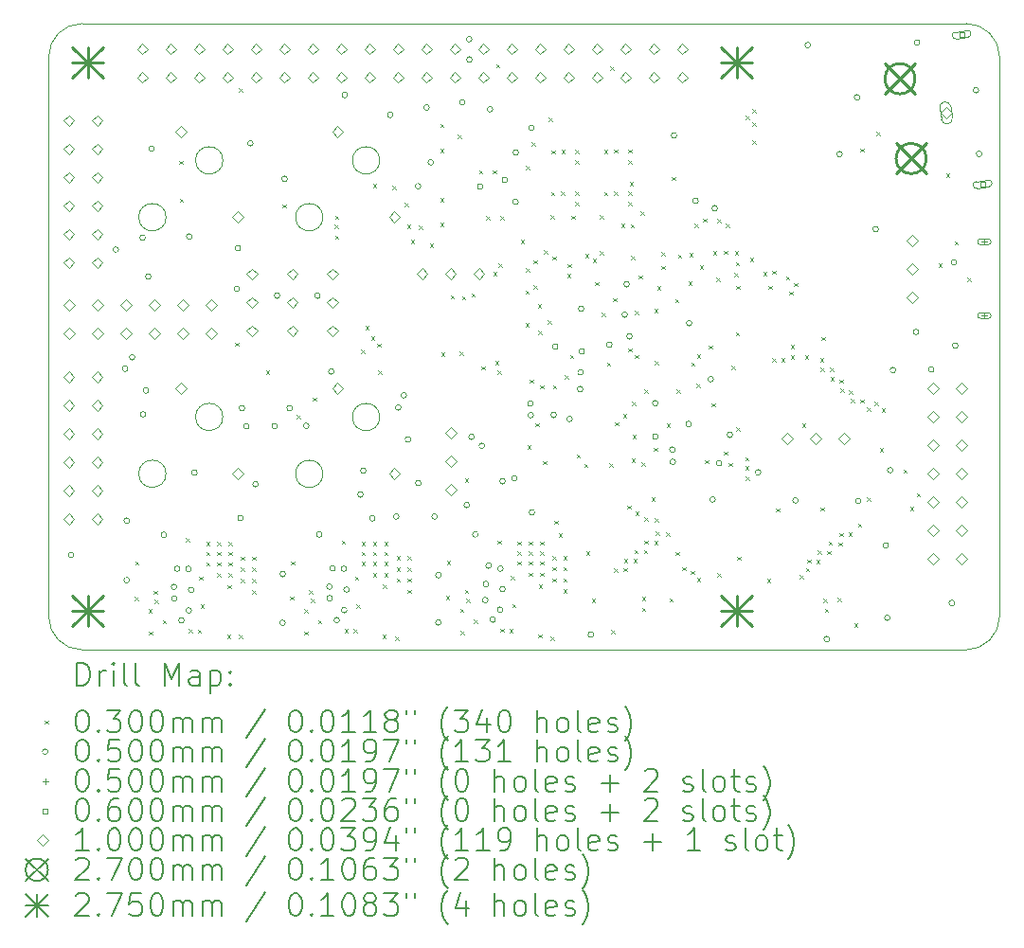
<source format=gbr>
%TF.GenerationSoftware,KiCad,Pcbnew,8.0.2*%
%TF.CreationDate,2024-09-16T20:32:18-04:00*%
%TF.ProjectId,fpga,66706761-2e6b-4696-9361-645f70636258,rev?*%
%TF.SameCoordinates,Original*%
%TF.FileFunction,Drillmap*%
%TF.FilePolarity,Positive*%
%FSLAX45Y45*%
G04 Gerber Fmt 4.5, Leading zero omitted, Abs format (unit mm)*
G04 Created by KiCad (PCBNEW 8.0.2) date 2024-09-16 20:32:18*
%MOMM*%
%LPD*%
G01*
G04 APERTURE LIST*
%ADD10C,0.120000*%
%ADD11C,0.200000*%
%ADD12C,0.100000*%
%ADD13C,0.270000*%
%ADD14C,0.275000*%
G04 APERTURE END LIST*
D10*
X5975960Y-8693620D02*
X5975960Y-3693620D01*
X6275960Y-3393620D02*
X14175960Y-3393620D01*
X14175960Y-8993620D02*
X6275960Y-8993620D01*
X14475960Y-3693620D02*
X14475960Y-8693620D01*
X5975960Y-3693620D02*
G75*
G02*
X6275960Y-3393620I300000J0D01*
G01*
X6275960Y-8993620D02*
G75*
G02*
X5975960Y-8693620I0J300000D01*
G01*
X14175960Y-3393620D02*
G75*
G02*
X14475960Y-3693620I0J-300000D01*
G01*
X14475960Y-8693620D02*
G75*
G02*
X14175960Y-8993620I-300000J0D01*
G01*
X8427800Y-5125720D02*
G75*
G02*
X8183800Y-5125720I-122000J0D01*
G01*
X8183800Y-5125720D02*
G75*
G02*
X8427800Y-5125720I122000J0D01*
G01*
X8935800Y-4617720D02*
G75*
G02*
X8691800Y-4617720I-122000J0D01*
G01*
X8691800Y-4617720D02*
G75*
G02*
X8935800Y-4617720I122000J0D01*
G01*
X7025720Y-5125720D02*
G75*
G02*
X6781720Y-5125720I-122000J0D01*
G01*
X6781720Y-5125720D02*
G75*
G02*
X7025720Y-5125720I122000J0D01*
G01*
X7533720Y-4617720D02*
G75*
G02*
X7289720Y-4617720I-122000J0D01*
G01*
X7289720Y-4617720D02*
G75*
G02*
X7533720Y-4617720I122000J0D01*
G01*
X7025580Y-7419120D02*
G75*
G02*
X6781580Y-7419120I-122000J0D01*
G01*
X6781580Y-7419120D02*
G75*
G02*
X7025580Y-7419120I122000J0D01*
G01*
X7533580Y-6911120D02*
G75*
G02*
X7289580Y-6911120I-122000J0D01*
G01*
X7289580Y-6911120D02*
G75*
G02*
X7533580Y-6911120I122000J0D01*
G01*
X8427660Y-7420040D02*
G75*
G02*
X8183660Y-7420040I-122000J0D01*
G01*
X8183660Y-7420040D02*
G75*
G02*
X8427660Y-7420040I122000J0D01*
G01*
X8935660Y-6912040D02*
G75*
G02*
X8691660Y-6912040I-122000J0D01*
G01*
X8691660Y-6912040D02*
G75*
G02*
X8935660Y-6912040I122000J0D01*
G01*
D11*
D12*
X6743940Y-8518600D02*
X6773940Y-8548600D01*
X6773940Y-8518600D02*
X6743940Y-8548600D01*
X6750360Y-8203640D02*
X6780360Y-8233640D01*
X6780360Y-8203640D02*
X6750360Y-8233640D01*
X6869300Y-8630360D02*
X6899300Y-8660360D01*
X6899300Y-8630360D02*
X6869300Y-8660360D01*
X6872109Y-8830560D02*
X6902109Y-8860560D01*
X6902109Y-8830560D02*
X6872109Y-8860560D01*
X6917182Y-8464605D02*
X6947182Y-8494605D01*
X6947182Y-8464605D02*
X6917182Y-8494605D01*
X6922335Y-8545754D02*
X6952335Y-8575754D01*
X6952335Y-8545754D02*
X6922335Y-8575754D01*
X6993940Y-8729240D02*
X7023940Y-8759240D01*
X7023940Y-8729240D02*
X6993940Y-8759240D01*
X7141880Y-4619580D02*
X7171880Y-4649580D01*
X7171880Y-4619580D02*
X7141880Y-4649580D01*
X7147800Y-4958320D02*
X7177800Y-4988320D01*
X7177800Y-4958320D02*
X7147800Y-4988320D01*
X7204500Y-7996980D02*
X7234500Y-8026980D01*
X7234500Y-7996980D02*
X7204500Y-8026980D01*
X7229106Y-8809771D02*
X7259106Y-8839771D01*
X7259106Y-8809771D02*
X7229106Y-8839771D01*
X7310550Y-8810700D02*
X7340550Y-8840700D01*
X7340550Y-8810700D02*
X7310550Y-8840700D01*
X7323940Y-8339240D02*
X7353940Y-8369240D01*
X7353940Y-8339240D02*
X7323940Y-8369240D01*
X7333940Y-8589240D02*
X7363940Y-8619240D01*
X7363940Y-8589240D02*
X7333940Y-8619240D01*
X7383940Y-8029240D02*
X7413940Y-8059240D01*
X7413940Y-8029240D02*
X7383940Y-8059240D01*
X7383940Y-8119240D02*
X7413940Y-8149240D01*
X7413940Y-8119240D02*
X7383940Y-8149240D01*
X7383940Y-8209240D02*
X7413940Y-8239240D01*
X7413940Y-8209240D02*
X7383940Y-8239240D01*
X7483940Y-8029240D02*
X7513940Y-8059240D01*
X7513940Y-8029240D02*
X7483940Y-8059240D01*
X7483940Y-8119240D02*
X7513940Y-8149240D01*
X7513940Y-8119240D02*
X7483940Y-8149240D01*
X7483940Y-8209240D02*
X7513940Y-8239240D01*
X7513940Y-8209240D02*
X7483940Y-8239240D01*
X7483940Y-8309240D02*
X7513940Y-8339240D01*
X7513940Y-8309240D02*
X7483940Y-8339240D01*
X7570450Y-8859240D02*
X7600450Y-8889240D01*
X7600450Y-8859240D02*
X7570450Y-8889240D01*
X7574006Y-8414935D02*
X7604006Y-8444935D01*
X7604006Y-8414935D02*
X7574006Y-8444935D01*
X7583940Y-8029240D02*
X7613940Y-8059240D01*
X7613940Y-8029240D02*
X7583940Y-8059240D01*
X7583940Y-8119240D02*
X7613940Y-8149240D01*
X7613940Y-8119240D02*
X7583940Y-8149240D01*
X7583940Y-8209240D02*
X7613940Y-8239240D01*
X7613940Y-8209240D02*
X7583940Y-8239240D01*
X7583940Y-8309240D02*
X7613940Y-8339240D01*
X7613940Y-8309240D02*
X7583940Y-8339240D01*
X7641340Y-6245590D02*
X7671340Y-6275590D01*
X7671340Y-6245590D02*
X7641340Y-6275590D01*
X7677112Y-8859300D02*
X7707112Y-8889300D01*
X7707112Y-8859300D02*
X7677112Y-8889300D01*
X7678798Y-3972662D02*
X7708798Y-4002662D01*
X7708798Y-3972662D02*
X7678798Y-4002662D01*
X7693940Y-8159240D02*
X7723940Y-8189240D01*
X7723940Y-8159240D02*
X7693940Y-8189240D01*
X7693940Y-8259240D02*
X7723940Y-8289240D01*
X7723940Y-8259240D02*
X7693940Y-8289240D01*
X7693940Y-8359240D02*
X7723940Y-8389240D01*
X7723940Y-8359240D02*
X7693940Y-8389240D01*
X7793940Y-8159240D02*
X7823940Y-8189240D01*
X7823940Y-8159240D02*
X7793940Y-8189240D01*
X7793940Y-8259240D02*
X7823940Y-8289240D01*
X7823940Y-8259240D02*
X7793940Y-8289240D01*
X7793940Y-8359240D02*
X7823940Y-8389240D01*
X7823940Y-8359240D02*
X7793940Y-8389240D01*
X7793940Y-8459240D02*
X7823940Y-8489240D01*
X7823940Y-8459240D02*
X7793940Y-8489240D01*
X7919960Y-6497560D02*
X7949960Y-6527560D01*
X7949960Y-6497560D02*
X7919960Y-6527560D01*
X8064911Y-5011660D02*
X8094911Y-5041660D01*
X8094911Y-5011660D02*
X8064911Y-5041660D01*
X8135204Y-8516060D02*
X8165204Y-8546060D01*
X8165204Y-8516060D02*
X8135204Y-8546060D01*
X8141625Y-8201100D02*
X8171625Y-8231100D01*
X8171625Y-8201100D02*
X8141625Y-8231100D01*
X8194280Y-6893298D02*
X8224280Y-6923298D01*
X8224280Y-6893298D02*
X8194280Y-6923298D01*
X8260564Y-8627820D02*
X8290564Y-8657820D01*
X8290564Y-8627820D02*
X8260564Y-8657820D01*
X8263373Y-8828020D02*
X8293373Y-8858020D01*
X8293373Y-8828020D02*
X8263373Y-8858020D01*
X8301685Y-8459097D02*
X8331685Y-8489097D01*
X8331685Y-8459097D02*
X8301685Y-8489097D01*
X8318573Y-8537360D02*
X8348573Y-8567360D01*
X8348573Y-8537360D02*
X8318573Y-8567360D01*
X8336520Y-6738370D02*
X8366520Y-6768370D01*
X8366520Y-6738370D02*
X8336520Y-6768370D01*
X8385204Y-8726700D02*
X8415205Y-8756700D01*
X8415205Y-8726700D02*
X8385204Y-8756700D01*
X8532576Y-5194065D02*
X8562576Y-5224065D01*
X8562576Y-5194065D02*
X8532576Y-5224065D01*
X8536481Y-5113187D02*
X8566481Y-5143187D01*
X8566481Y-5113187D02*
X8536481Y-5143187D01*
X8537180Y-5288520D02*
X8567180Y-5318520D01*
X8567180Y-5288520D02*
X8537180Y-5318520D01*
X8594668Y-8017183D02*
X8624668Y-8047183D01*
X8624668Y-8017183D02*
X8594668Y-8047183D01*
X8620371Y-8807231D02*
X8650371Y-8837231D01*
X8650371Y-8807231D02*
X8620371Y-8837231D01*
X8701815Y-8808160D02*
X8731815Y-8838160D01*
X8731815Y-8808160D02*
X8701815Y-8838160D01*
X8715205Y-8336700D02*
X8745205Y-8366700D01*
X8745205Y-8336700D02*
X8715205Y-8366700D01*
X8725205Y-8586700D02*
X8755205Y-8616700D01*
X8755205Y-8586700D02*
X8725205Y-8616700D01*
X8770147Y-6309982D02*
X8800147Y-6339982D01*
X8800147Y-6309982D02*
X8770147Y-6339982D01*
X8775205Y-8026700D02*
X8805205Y-8056700D01*
X8805205Y-8026700D02*
X8775205Y-8056700D01*
X8775205Y-8116700D02*
X8805205Y-8146700D01*
X8805205Y-8116700D02*
X8775205Y-8146700D01*
X8775205Y-8206700D02*
X8805205Y-8236700D01*
X8805205Y-8206700D02*
X8775205Y-8236700D01*
X8806722Y-6099968D02*
X8836722Y-6129968D01*
X8836722Y-6099968D02*
X8806722Y-6129968D01*
X8859467Y-6191700D02*
X8889467Y-6221700D01*
X8889467Y-6191700D02*
X8859467Y-6221700D01*
X8874593Y-4829187D02*
X8904593Y-4859187D01*
X8904593Y-4829187D02*
X8874593Y-4859187D01*
X8875205Y-8026700D02*
X8905205Y-8056700D01*
X8905205Y-8026700D02*
X8875205Y-8056700D01*
X8875205Y-8116700D02*
X8905205Y-8146700D01*
X8905205Y-8116700D02*
X8875205Y-8146700D01*
X8875205Y-8206700D02*
X8905205Y-8236700D01*
X8905205Y-8206700D02*
X8875205Y-8236700D01*
X8875205Y-8306700D02*
X8905205Y-8336700D01*
X8905205Y-8306700D02*
X8875205Y-8336700D01*
X8913100Y-6256650D02*
X8943100Y-6286650D01*
X8943100Y-6256650D02*
X8913100Y-6286650D01*
X8920789Y-6498610D02*
X8950789Y-6528610D01*
X8950789Y-6498610D02*
X8920789Y-6528610D01*
X8961715Y-8856700D02*
X8991715Y-8886700D01*
X8991715Y-8856700D02*
X8961715Y-8886700D01*
X8964184Y-8411983D02*
X8994184Y-8441983D01*
X8994184Y-8411983D02*
X8964184Y-8441983D01*
X8975205Y-8026700D02*
X9005205Y-8056700D01*
X9005205Y-8026700D02*
X8975205Y-8056700D01*
X8975205Y-8116700D02*
X9005205Y-8146700D01*
X9005205Y-8116700D02*
X8975205Y-8146700D01*
X8975205Y-8206700D02*
X9005205Y-8236700D01*
X9005205Y-8206700D02*
X8975205Y-8236700D01*
X8975205Y-8306700D02*
X9005205Y-8336700D01*
X9005205Y-8306700D02*
X8975205Y-8336700D01*
X9047278Y-4843622D02*
X9077278Y-4873622D01*
X9077278Y-4843622D02*
X9047278Y-4873622D01*
X9073120Y-8875000D02*
X9103120Y-8905000D01*
X9103120Y-8875000D02*
X9073120Y-8905000D01*
X9085205Y-8156700D02*
X9115205Y-8186700D01*
X9115205Y-8156700D02*
X9085205Y-8186700D01*
X9085205Y-8256700D02*
X9115205Y-8286700D01*
X9115205Y-8256700D02*
X9085205Y-8286700D01*
X9085205Y-8356700D02*
X9115205Y-8386700D01*
X9115205Y-8356700D02*
X9085205Y-8386700D01*
X9156940Y-4998960D02*
X9186940Y-5028960D01*
X9186940Y-4998960D02*
X9156940Y-5028960D01*
X9181593Y-5194392D02*
X9211593Y-5224392D01*
X9211593Y-5194392D02*
X9181593Y-5224392D01*
X9185205Y-8156700D02*
X9215205Y-8186700D01*
X9215205Y-8156700D02*
X9185205Y-8186700D01*
X9185205Y-8256700D02*
X9215205Y-8286700D01*
X9215205Y-8256700D02*
X9185205Y-8286700D01*
X9185205Y-8356700D02*
X9215205Y-8386700D01*
X9215205Y-8356700D02*
X9185205Y-8386700D01*
X9185205Y-8456700D02*
X9215205Y-8486700D01*
X9215205Y-8456700D02*
X9185205Y-8486700D01*
X9212196Y-5325970D02*
X9242196Y-5355970D01*
X9242196Y-5325970D02*
X9212196Y-5355970D01*
X9283940Y-5200950D02*
X9313940Y-5230950D01*
X9313940Y-5200950D02*
X9283940Y-5230950D01*
X9384797Y-5363977D02*
X9414797Y-5393977D01*
X9414797Y-5363977D02*
X9384797Y-5393977D01*
X9478350Y-4956820D02*
X9508350Y-4986820D01*
X9508350Y-4956820D02*
X9478350Y-4986820D01*
X9478450Y-4292420D02*
X9508450Y-4322420D01*
X9508450Y-4292420D02*
X9478450Y-4322420D01*
X9478450Y-4514920D02*
X9508450Y-4544920D01*
X9508450Y-4514920D02*
X9478450Y-4544920D01*
X9478450Y-5177420D02*
X9508450Y-5207420D01*
X9508450Y-5177420D02*
X9478450Y-5207420D01*
X9485663Y-6333523D02*
X9515663Y-6363523D01*
X9515663Y-6333523D02*
X9485663Y-6363523D01*
X9528116Y-8513520D02*
X9558116Y-8543520D01*
X9558116Y-8513520D02*
X9528116Y-8543520D01*
X9534536Y-8198560D02*
X9564536Y-8228560D01*
X9564536Y-8198560D02*
X9534536Y-8228560D01*
X9569230Y-5824460D02*
X9599230Y-5854460D01*
X9599230Y-5824460D02*
X9569230Y-5854460D01*
X9634050Y-4387120D02*
X9664050Y-4417120D01*
X9664050Y-4387120D02*
X9634050Y-4417120D01*
X9648530Y-6327411D02*
X9678530Y-6357411D01*
X9678530Y-6327411D02*
X9648530Y-6357411D01*
X9653476Y-8625280D02*
X9683476Y-8655280D01*
X9683476Y-8625280D02*
X9653476Y-8655280D01*
X9656284Y-8825480D02*
X9686284Y-8855480D01*
X9686284Y-8825480D02*
X9656284Y-8855480D01*
X9672998Y-5832282D02*
X9702998Y-5862282D01*
X9702998Y-5832282D02*
X9672998Y-5862282D01*
X9697517Y-8457151D02*
X9727517Y-8487151D01*
X9727517Y-8457151D02*
X9697517Y-8487151D01*
X9697960Y-7462760D02*
X9727960Y-7492760D01*
X9727960Y-7462760D02*
X9697960Y-7492760D01*
X9710126Y-8537585D02*
X9740126Y-8567585D01*
X9740126Y-8537585D02*
X9710126Y-8567585D01*
X9756380Y-5805590D02*
X9786380Y-5835590D01*
X9786380Y-5805590D02*
X9756380Y-5835590D01*
X9778116Y-8724160D02*
X9808116Y-8754160D01*
X9808116Y-8724160D02*
X9778116Y-8754160D01*
X9822420Y-4704320D02*
X9852420Y-4734320D01*
X9852420Y-4704320D02*
X9822420Y-4734320D01*
X9845414Y-6459255D02*
X9875414Y-6489255D01*
X9875414Y-6459255D02*
X9845414Y-6489255D01*
X9888050Y-5117120D02*
X9918050Y-5147120D01*
X9918050Y-5117120D02*
X9888050Y-5147120D01*
X9948000Y-4706860D02*
X9978000Y-4736860D01*
X9978000Y-4706860D02*
X9948000Y-4736860D01*
X9951092Y-5618084D02*
X9981092Y-5648084D01*
X9981092Y-5618084D02*
X9951092Y-5648084D01*
X9968367Y-6412573D02*
X9998367Y-6442573D01*
X9998367Y-6412573D02*
X9968367Y-6442573D01*
X9974820Y-3755890D02*
X10004820Y-3785890D01*
X10004820Y-3755890D02*
X9974820Y-3785890D01*
X9986559Y-6494471D02*
X10016559Y-6524471D01*
X10016559Y-6494471D02*
X9986559Y-6524471D01*
X9987579Y-8014643D02*
X10017579Y-8044643D01*
X10017579Y-8014643D02*
X9987579Y-8044643D01*
X9995140Y-5539471D02*
X10025140Y-5569471D01*
X10025140Y-5539471D02*
X9995140Y-5569471D01*
X10013282Y-8804691D02*
X10043282Y-8834691D01*
X10043282Y-8804691D02*
X10013282Y-8834691D01*
X10015050Y-5117120D02*
X10045050Y-5147120D01*
X10045050Y-5117120D02*
X10015050Y-5147120D01*
X10094726Y-8805620D02*
X10124726Y-8835620D01*
X10124726Y-8805620D02*
X10094726Y-8835620D01*
X10108116Y-8334160D02*
X10138116Y-8364160D01*
X10138116Y-8334160D02*
X10108116Y-8364160D01*
X10118116Y-8584160D02*
X10148116Y-8614160D01*
X10148116Y-8584160D02*
X10118116Y-8614160D01*
X10168116Y-8024160D02*
X10198116Y-8054160D01*
X10198116Y-8024160D02*
X10168116Y-8054160D01*
X10168116Y-8114160D02*
X10198116Y-8144160D01*
X10198116Y-8114160D02*
X10168116Y-8144160D01*
X10168116Y-8204160D02*
X10198116Y-8234160D01*
X10198116Y-8204160D02*
X10168116Y-8234160D01*
X10196990Y-5327810D02*
X10226990Y-5357810D01*
X10226990Y-5327810D02*
X10196990Y-5357810D01*
X10238669Y-6073117D02*
X10268669Y-6103117D01*
X10268669Y-6073117D02*
X10238669Y-6103117D01*
X10238980Y-5781280D02*
X10268980Y-5811280D01*
X10268980Y-5781280D02*
X10238980Y-5811280D01*
X10244060Y-4666220D02*
X10274060Y-4696220D01*
X10274060Y-4666220D02*
X10244060Y-4696220D01*
X10244398Y-5580620D02*
X10274398Y-5610620D01*
X10274398Y-5580620D02*
X10244398Y-5610620D01*
X10254220Y-7163040D02*
X10284220Y-7193040D01*
X10284220Y-7163040D02*
X10254220Y-7193040D01*
X10268116Y-8024160D02*
X10298116Y-8054160D01*
X10298116Y-8024160D02*
X10268116Y-8054160D01*
X10268116Y-8114160D02*
X10298116Y-8144160D01*
X10298116Y-8114160D02*
X10268116Y-8144160D01*
X10268116Y-8204160D02*
X10298116Y-8234160D01*
X10298116Y-8204160D02*
X10268116Y-8234160D01*
X10268116Y-8304160D02*
X10298116Y-8334160D01*
X10298116Y-8304160D02*
X10268116Y-8334160D01*
X10276597Y-6576783D02*
X10306597Y-6606783D01*
X10306597Y-6576783D02*
X10276597Y-6606783D01*
X10292260Y-4453810D02*
X10322260Y-4483810D01*
X10322260Y-4453810D02*
X10292260Y-4483810D01*
X10309348Y-5511702D02*
X10339348Y-5541702D01*
X10339348Y-5511702D02*
X10309348Y-5541702D01*
X10310100Y-5733020D02*
X10340100Y-5763020D01*
X10340100Y-5733020D02*
X10310100Y-5763020D01*
X10327880Y-6964920D02*
X10357880Y-6994920D01*
X10357880Y-6964920D02*
X10327880Y-6994920D01*
X10347609Y-5904441D02*
X10377609Y-5934441D01*
X10377609Y-5904441D02*
X10347609Y-5934441D01*
X10353280Y-6141960D02*
X10383280Y-6171960D01*
X10383280Y-6141960D02*
X10353280Y-6171960D01*
X10354626Y-8854160D02*
X10384626Y-8884160D01*
X10384626Y-8854160D02*
X10354626Y-8884160D01*
X10356557Y-8409239D02*
X10386557Y-8439239D01*
X10386557Y-8409239D02*
X10356557Y-8439239D01*
X10368116Y-8024160D02*
X10398116Y-8054160D01*
X10398116Y-8024160D02*
X10368116Y-8054160D01*
X10368116Y-8114160D02*
X10398116Y-8144160D01*
X10398116Y-8114160D02*
X10368116Y-8144160D01*
X10368116Y-8204160D02*
X10398116Y-8234160D01*
X10398116Y-8204160D02*
X10368116Y-8234160D01*
X10368116Y-8304160D02*
X10398116Y-8334160D01*
X10398116Y-8304160D02*
X10368116Y-8334160D01*
X10371269Y-6625801D02*
X10401269Y-6655801D01*
X10401269Y-6625801D02*
X10371269Y-6655801D01*
X10393920Y-7305280D02*
X10423920Y-7335280D01*
X10423920Y-7305280D02*
X10393920Y-7335280D01*
X10403783Y-5420511D02*
X10433783Y-5450511D01*
X10433783Y-5420511D02*
X10403783Y-5450511D01*
X10439106Y-6046681D02*
X10469106Y-6076681D01*
X10469106Y-6046681D02*
X10439106Y-6076681D01*
X10444720Y-4233684D02*
X10474720Y-4263684D01*
X10474720Y-4233684D02*
X10444720Y-4263684D01*
X10464816Y-5106426D02*
X10494816Y-5136426D01*
X10494816Y-5106426D02*
X10464816Y-5136426D01*
X10465040Y-8877540D02*
X10495040Y-8907540D01*
X10495040Y-8877540D02*
X10465040Y-8907540D01*
X10467540Y-4900300D02*
X10497540Y-4930300D01*
X10497540Y-4900300D02*
X10467540Y-4930300D01*
X10469860Y-4526800D02*
X10499860Y-4556800D01*
X10499860Y-4526800D02*
X10469860Y-4556800D01*
X10477740Y-5475061D02*
X10507740Y-5505061D01*
X10507740Y-5475061D02*
X10477740Y-5505061D01*
X10478116Y-8154160D02*
X10508116Y-8184160D01*
X10508116Y-8154160D02*
X10478116Y-8184160D01*
X10478116Y-8254160D02*
X10508116Y-8284160D01*
X10508116Y-8254160D02*
X10478116Y-8284160D01*
X10478116Y-8354160D02*
X10508116Y-8384160D01*
X10508116Y-8354160D02*
X10478116Y-8384160D01*
X10484769Y-6625801D02*
X10514769Y-6655801D01*
X10514769Y-6625801D02*
X10484769Y-6655801D01*
X10498060Y-7838680D02*
X10528060Y-7868680D01*
X10528060Y-7838680D02*
X10498060Y-7868680D01*
X10535931Y-7953784D02*
X10565931Y-7983784D01*
X10565931Y-7953784D02*
X10535931Y-7983784D01*
X10557540Y-4895300D02*
X10587540Y-4925300D01*
X10587540Y-4895300D02*
X10557540Y-4925300D01*
X10559860Y-4521800D02*
X10589860Y-4551800D01*
X10589860Y-4521800D02*
X10559860Y-4551800D01*
X10578116Y-8154160D02*
X10608116Y-8184160D01*
X10608116Y-8154160D02*
X10578116Y-8184160D01*
X10578116Y-8254160D02*
X10608116Y-8284160D01*
X10608116Y-8254160D02*
X10578116Y-8284160D01*
X10578116Y-8354160D02*
X10608116Y-8384160D01*
X10608116Y-8354160D02*
X10578116Y-8384160D01*
X10578116Y-8454160D02*
X10608116Y-8484160D01*
X10608116Y-8454160D02*
X10578116Y-8484160D01*
X10589500Y-6540740D02*
X10619500Y-6570740D01*
X10619500Y-6540740D02*
X10589500Y-6570740D01*
X10611297Y-5632510D02*
X10641297Y-5662510D01*
X10641297Y-5632510D02*
X10611297Y-5662510D01*
X10614040Y-5543362D02*
X10644040Y-5573362D01*
X10644040Y-5543362D02*
X10614040Y-5573362D01*
X10634629Y-6357651D02*
X10664629Y-6387651D01*
X10664629Y-6357651D02*
X10634629Y-6387651D01*
X10650189Y-5113990D02*
X10680189Y-5143990D01*
X10680189Y-5113990D02*
X10650189Y-5143990D01*
X10682540Y-4895300D02*
X10712540Y-4925300D01*
X10712540Y-4895300D02*
X10682540Y-4925300D01*
X10682540Y-4990300D02*
X10712540Y-5020300D01*
X10712540Y-4990300D02*
X10682540Y-5020300D01*
X10684860Y-4521800D02*
X10714860Y-4551800D01*
X10714860Y-4521800D02*
X10684860Y-4551800D01*
X10684860Y-4616800D02*
X10714860Y-4646800D01*
X10714860Y-4616800D02*
X10684860Y-4646800D01*
X10696180Y-7246860D02*
X10726180Y-7276860D01*
X10726180Y-7246860D02*
X10696180Y-7276860D01*
X10763257Y-7331008D02*
X10793257Y-7361008D01*
X10793257Y-7331008D02*
X10763257Y-7361008D01*
X10772592Y-5454131D02*
X10802592Y-5484131D01*
X10802592Y-5454131D02*
X10772592Y-5484131D01*
X10780725Y-8113481D02*
X10810725Y-8143481D01*
X10810725Y-8113481D02*
X10780725Y-8143481D01*
X10830130Y-8539050D02*
X10860130Y-8569050D01*
X10860130Y-8539050D02*
X10830130Y-8569050D01*
X10838533Y-5499340D02*
X10868533Y-5529340D01*
X10868533Y-5499340D02*
X10838533Y-5529340D01*
X10860689Y-5702981D02*
X10890689Y-5732981D01*
X10890689Y-5702981D02*
X10860689Y-5732981D01*
X10903338Y-5106772D02*
X10933338Y-5136772D01*
X10933338Y-5106772D02*
X10903338Y-5136772D01*
X10903483Y-5429461D02*
X10933483Y-5459461D01*
X10933483Y-5429461D02*
X10903483Y-5459461D01*
X10919700Y-5979400D02*
X10949700Y-6009400D01*
X10949700Y-5979400D02*
X10919700Y-6009400D01*
X10941210Y-4524740D02*
X10971210Y-4554740D01*
X10971210Y-4524740D02*
X10941210Y-4554740D01*
X10941430Y-4900540D02*
X10971430Y-4930540D01*
X10971430Y-4900540D02*
X10941430Y-4930540D01*
X10964829Y-6422601D02*
X10994829Y-6452601D01*
X10994829Y-6422601D02*
X10964829Y-6452601D01*
X10988533Y-7326841D02*
X11018533Y-7356841D01*
X11018533Y-7326841D02*
X10988533Y-7356841D01*
X10995900Y-3779684D02*
X11025900Y-3809684D01*
X11025900Y-3779684D02*
X10995900Y-3809684D01*
X11003225Y-8818195D02*
X11033225Y-8848195D01*
X11033225Y-8818195D02*
X11003225Y-8848195D01*
X11023249Y-5848511D02*
X11053249Y-5878511D01*
X11053249Y-5848511D02*
X11023249Y-5878511D01*
X11031210Y-4519740D02*
X11061210Y-4549740D01*
X11061210Y-4519740D02*
X11031210Y-4549740D01*
X11031430Y-4895540D02*
X11061430Y-4925540D01*
X11061430Y-4895540D02*
X11031430Y-4925540D01*
X11031460Y-8267940D02*
X11061460Y-8297940D01*
X11061460Y-8267940D02*
X11031460Y-8297940D01*
X11038533Y-6956001D02*
X11068533Y-6986001D01*
X11068533Y-6956001D02*
X11038533Y-6986001D01*
X11094960Y-5184380D02*
X11124960Y-5214380D01*
X11124960Y-5184380D02*
X11094960Y-5214380D01*
X11109609Y-6884668D02*
X11139609Y-6914668D01*
X11139609Y-6884668D02*
X11109609Y-6914668D01*
X11115280Y-8262860D02*
X11145280Y-8292860D01*
X11145280Y-8262860D02*
X11115280Y-8292860D01*
X11117820Y-8181580D02*
X11147820Y-8211580D01*
X11147820Y-8181580D02*
X11117820Y-8211580D01*
X11150395Y-7704505D02*
X11180395Y-7734505D01*
X11180395Y-7704505D02*
X11150395Y-7734505D01*
X11156210Y-4519740D02*
X11186210Y-4549740D01*
X11186210Y-4519740D02*
X11156210Y-4549740D01*
X11156210Y-4614740D02*
X11186210Y-4644740D01*
X11186210Y-4614740D02*
X11156210Y-4644740D01*
X11156430Y-4895540D02*
X11186430Y-4925540D01*
X11186430Y-4895540D02*
X11156430Y-4925540D01*
X11156430Y-4990540D02*
X11186430Y-5020540D01*
X11186430Y-4990540D02*
X11156430Y-5020540D01*
X11157977Y-6297383D02*
X11187977Y-6327383D01*
X11187977Y-6297383D02*
X11157977Y-6327383D01*
X11169630Y-4813590D02*
X11199630Y-4843590D01*
X11199630Y-4813590D02*
X11169630Y-4843590D01*
X11178780Y-5189460D02*
X11208780Y-5219460D01*
X11208780Y-5189460D02*
X11178780Y-5219460D01*
X11181320Y-5471400D02*
X11211320Y-5501400D01*
X11211320Y-5471400D02*
X11181320Y-5501400D01*
X11188551Y-7281571D02*
X11218551Y-7311571D01*
X11218551Y-7281571D02*
X11188551Y-7311571D01*
X11191480Y-6774420D02*
X11221480Y-6804420D01*
X11221480Y-6774420D02*
X11191480Y-6804420D01*
X11195969Y-7072381D02*
X11225969Y-7102381D01*
X11225969Y-7072381D02*
X11195969Y-7102381D01*
X11202638Y-8180582D02*
X11232638Y-8210582D01*
X11232638Y-8180582D02*
X11202638Y-8210582D01*
X11212996Y-8101306D02*
X11242996Y-8131306D01*
X11242996Y-8101306D02*
X11212996Y-8131306D01*
X11214340Y-5961620D02*
X11244340Y-5991620D01*
X11244340Y-5961620D02*
X11214340Y-5991620D01*
X11218175Y-6357651D02*
X11248175Y-6387651D01*
X11248175Y-6357651D02*
X11218175Y-6387651D01*
X11221960Y-7759940D02*
X11251960Y-7789940D01*
X11251960Y-7759940D02*
X11221960Y-7789940D01*
X11252339Y-5645311D02*
X11282339Y-5675311D01*
X11282339Y-5645311D02*
X11252339Y-5675311D01*
X11265140Y-5072620D02*
X11295140Y-5102620D01*
X11295140Y-5072620D02*
X11265140Y-5102620D01*
X11274575Y-7319795D02*
X11304575Y-7349795D01*
X11304575Y-7319795D02*
X11274575Y-7349795D01*
X11278125Y-8618460D02*
X11308125Y-8648460D01*
X11308125Y-8618460D02*
X11278125Y-8648460D01*
X11280708Y-8521612D02*
X11310708Y-8551612D01*
X11310708Y-8521612D02*
X11280708Y-8551612D01*
X11296752Y-8100280D02*
X11326752Y-8130280D01*
X11326752Y-8100280D02*
X11296752Y-8130280D01*
X11302626Y-7807953D02*
X11332626Y-7837953D01*
X11332626Y-7807953D02*
X11302626Y-7837953D01*
X11303240Y-6665200D02*
X11333240Y-6695200D01*
X11333240Y-6665200D02*
X11303240Y-6695200D01*
X11303240Y-8016480D02*
X11333240Y-8046480D01*
X11333240Y-8016480D02*
X11303240Y-8046480D01*
X11363433Y-7631308D02*
X11393433Y-7661308D01*
X11393433Y-7631308D02*
X11363433Y-7661308D01*
X11384229Y-7185881D02*
X11414229Y-7215881D01*
X11414229Y-7185881D02*
X11384229Y-7215881D01*
X11389708Y-8020706D02*
X11419708Y-8050706D01*
X11419708Y-8020706D02*
X11389708Y-8050706D01*
X11391639Y-5947621D02*
X11421639Y-5977621D01*
X11421639Y-5947621D02*
X11391639Y-5977621D01*
X11393219Y-6413561D02*
X11423219Y-6443561D01*
X11423219Y-6413561D02*
X11393219Y-6443561D01*
X11395985Y-7816530D02*
X11425985Y-7846530D01*
X11425985Y-7816530D02*
X11395985Y-7846530D01*
X11402300Y-7937740D02*
X11432300Y-7967740D01*
X11432300Y-7937740D02*
X11402300Y-7967740D01*
X11413491Y-5742085D02*
X11443491Y-5772085D01*
X11443491Y-5742085D02*
X11413491Y-5772085D01*
X11452803Y-5439621D02*
X11482803Y-5469621D01*
X11482803Y-5439621D02*
X11452803Y-5469621D01*
X11452803Y-5559121D02*
X11482803Y-5589121D01*
X11482803Y-5559121D02*
X11452803Y-5589121D01*
X11494344Y-7945001D02*
X11524344Y-7975001D01*
X11524344Y-7945001D02*
X11494344Y-7975001D01*
X11501360Y-6972540D02*
X11531360Y-7002540D01*
X11531360Y-6972540D02*
X11501360Y-7002540D01*
X11523579Y-8531459D02*
X11553579Y-8561459D01*
X11553579Y-8531459D02*
X11523579Y-8561459D01*
X11545535Y-4766825D02*
X11575535Y-4796825D01*
X11575535Y-4766825D02*
X11545535Y-4796825D01*
X11577560Y-5857480D02*
X11607560Y-5887480D01*
X11607560Y-5857480D02*
X11577560Y-5887480D01*
X11582640Y-8118080D02*
X11612640Y-8148080D01*
X11612640Y-8118080D02*
X11582640Y-8148080D01*
X11589169Y-6664399D02*
X11619169Y-6694399D01*
X11619169Y-6664399D02*
X11589169Y-6694399D01*
X11603478Y-5458700D02*
X11633478Y-5488700D01*
X11633478Y-5458700D02*
X11603478Y-5488700D01*
X11639790Y-8254383D02*
X11669790Y-8284383D01*
X11669790Y-8254383D02*
X11639790Y-8284383D01*
X11694400Y-5702540D02*
X11724400Y-5732540D01*
X11724400Y-5702540D02*
X11694400Y-5732540D01*
X11704560Y-5446000D02*
X11734560Y-5476000D01*
X11734560Y-5446000D02*
X11704560Y-5476000D01*
X11717260Y-8288260D02*
X11747260Y-8318260D01*
X11747260Y-8288260D02*
X11717260Y-8318260D01*
X11718587Y-6424013D02*
X11748587Y-6454013D01*
X11748587Y-6424013D02*
X11718587Y-6454013D01*
X11750280Y-5181840D02*
X11780280Y-5211840D01*
X11780280Y-5181840D02*
X11750280Y-5211840D01*
X11765520Y-6616940D02*
X11795520Y-6646940D01*
X11795520Y-6616940D02*
X11765520Y-6646940D01*
X11770600Y-8349220D02*
X11800600Y-8379220D01*
X11800600Y-8349220D02*
X11770600Y-8379220D01*
X11771751Y-6354649D02*
X11801751Y-6384649D01*
X11801751Y-6354649D02*
X11771751Y-6384649D01*
X11796000Y-5556310D02*
X11826000Y-5586310D01*
X11826000Y-5556310D02*
X11796000Y-5586310D01*
X11826594Y-5136234D02*
X11856594Y-5166234D01*
X11856594Y-5136234D02*
X11826594Y-5166234D01*
X11843907Y-7296290D02*
X11873907Y-7326290D01*
X11873907Y-7296290D02*
X11843907Y-7326290D01*
X11877029Y-6273861D02*
X11907029Y-6303861D01*
X11907029Y-6273861D02*
X11877029Y-6303861D01*
X11902680Y-6789660D02*
X11932680Y-6819660D01*
X11932680Y-6789660D02*
X11902680Y-6819660D01*
X11915380Y-5430760D02*
X11945380Y-5460760D01*
X11945380Y-5430760D02*
X11915380Y-5460760D01*
X11943320Y-5664440D02*
X11973320Y-5694440D01*
X11973320Y-5664440D02*
X11943320Y-5694440D01*
X11953480Y-5141200D02*
X11983480Y-5171200D01*
X11983480Y-5141200D02*
X11953480Y-5171200D01*
X11954650Y-8308892D02*
X11984650Y-8338892D01*
X11984650Y-8308892D02*
X11954650Y-8338892D01*
X12011309Y-5425591D02*
X12041309Y-5455591D01*
X12041309Y-5425591D02*
X12011309Y-5455591D01*
X12014299Y-7219061D02*
X12044299Y-7249061D01*
X12044299Y-7219061D02*
X12014299Y-7249061D01*
X12027140Y-5184380D02*
X12057140Y-5214380D01*
X12057140Y-5184380D02*
X12027140Y-5214380D01*
X12054563Y-7321971D02*
X12084563Y-7351971D01*
X12084563Y-7321971D02*
X12054563Y-7351971D01*
X12080480Y-6451840D02*
X12110480Y-6481840D01*
X12110480Y-6451840D02*
X12080480Y-6481840D01*
X12105880Y-5626340D02*
X12135880Y-5656340D01*
X12135880Y-5626340D02*
X12105880Y-5656340D01*
X12108420Y-5428220D02*
X12138420Y-5458220D01*
X12138420Y-5428220D02*
X12108420Y-5458220D01*
X12117989Y-5528521D02*
X12147989Y-5558521D01*
X12147989Y-5528521D02*
X12117989Y-5558521D01*
X12118580Y-6154444D02*
X12148580Y-6184444D01*
X12148580Y-6154444D02*
X12118580Y-6184444D01*
X12121033Y-5739471D02*
X12151033Y-5769471D01*
X12151033Y-5739471D02*
X12121033Y-5769471D01*
X12123244Y-7004813D02*
X12153244Y-7034813D01*
X12153244Y-7004813D02*
X12123244Y-7034813D01*
X12131280Y-8158720D02*
X12161280Y-8188720D01*
X12161280Y-8158720D02*
X12131280Y-8188720D01*
X12200933Y-7269371D02*
X12230933Y-7299371D01*
X12230933Y-7269371D02*
X12200933Y-7299371D01*
X12200933Y-7353540D02*
X12230933Y-7383540D01*
X12230933Y-7353540D02*
X12200933Y-7383540D01*
X12205086Y-4217832D02*
X12235086Y-4247832D01*
X12235086Y-4217832D02*
X12205086Y-4247832D01*
X12207480Y-7442440D02*
X12237480Y-7472440D01*
X12237480Y-7442440D02*
X12207480Y-7472440D01*
X12244733Y-5489471D02*
X12274733Y-5519471D01*
X12274733Y-5489471D02*
X12244733Y-5519471D01*
X12265310Y-4157882D02*
X12295310Y-4187882D01*
X12295310Y-4157882D02*
X12265310Y-4187882D01*
X12265310Y-4277832D02*
X12295310Y-4307832D01*
X12295310Y-4277832D02*
X12265310Y-4307832D01*
X12265310Y-4437782D02*
X12295310Y-4467782D01*
X12295310Y-4437782D02*
X12265310Y-4467782D01*
X12362420Y-5614371D02*
X12392420Y-5644371D01*
X12392420Y-5614371D02*
X12362420Y-5644371D01*
X12397941Y-8360370D02*
X12427941Y-8390370D01*
X12427941Y-8360370D02*
X12397941Y-8390370D01*
X12409358Y-5737710D02*
X12439358Y-5767710D01*
X12439358Y-5737710D02*
X12409358Y-5767710D01*
X12443700Y-6384610D02*
X12473700Y-6414610D01*
X12473700Y-6384610D02*
X12443700Y-6414610D01*
X12444769Y-5602411D02*
X12474769Y-5632411D01*
X12474769Y-5602411D02*
X12444769Y-5632411D01*
X12480246Y-7729484D02*
X12510246Y-7759484D01*
X12510246Y-7729484D02*
X12480246Y-7759484D01*
X12525050Y-6384610D02*
X12555050Y-6414610D01*
X12555050Y-6384610D02*
X12525050Y-6414610D01*
X12567553Y-5652784D02*
X12597553Y-5682784D01*
X12597553Y-5652784D02*
X12567553Y-5682784D01*
X12596100Y-5788900D02*
X12626100Y-5818900D01*
X12626100Y-5788900D02*
X12596100Y-5818900D01*
X12608238Y-6358854D02*
X12638238Y-6388854D01*
X12638238Y-6358854D02*
X12608238Y-6388854D01*
X12608729Y-6267796D02*
X12638729Y-6297796D01*
X12638729Y-6267796D02*
X12608729Y-6297796D01*
X12639273Y-5712707D02*
X12669273Y-5742707D01*
X12669273Y-5712707D02*
X12639273Y-5742707D01*
X12690080Y-8326360D02*
X12720080Y-8356360D01*
X12720080Y-8326360D02*
X12690080Y-8356360D01*
X12711600Y-6970000D02*
X12741600Y-7000000D01*
X12741600Y-6970000D02*
X12711600Y-7000000D01*
X12734535Y-6359697D02*
X12764535Y-6389697D01*
X12764535Y-6359697D02*
X12734535Y-6389697D01*
X12743236Y-8263334D02*
X12773236Y-8293334D01*
X12773236Y-8263334D02*
X12743236Y-8293334D01*
X12756120Y-8184120D02*
X12786120Y-8214120D01*
X12786120Y-8184120D02*
X12756120Y-8214120D01*
X12839155Y-8187453D02*
X12869155Y-8217453D01*
X12869155Y-8187453D02*
X12839155Y-8217453D01*
X12850100Y-8105380D02*
X12880100Y-8135380D01*
X12880100Y-8105380D02*
X12850100Y-8135380D01*
X12872960Y-6388340D02*
X12902960Y-6418340D01*
X12902960Y-6388340D02*
X12872960Y-6418340D01*
X12875981Y-6470101D02*
X12905981Y-6500101D01*
X12905981Y-6470101D02*
X12875981Y-6500101D01*
X12877844Y-7717890D02*
X12907844Y-7747890D01*
X12907844Y-7717890D02*
X12877844Y-7747890D01*
X12882170Y-6195081D02*
X12912170Y-6225081D01*
X12912170Y-6195081D02*
X12882170Y-6225081D01*
X12903440Y-8534640D02*
X12933440Y-8564640D01*
X12933440Y-8534640D02*
X12903440Y-8564640D01*
X12912179Y-8626604D02*
X12942179Y-8656604D01*
X12942179Y-8626604D02*
X12912179Y-8656604D01*
X12936941Y-8107439D02*
X12966941Y-8137439D01*
X12966941Y-8107439D02*
X12936941Y-8137439D01*
X12946620Y-8024100D02*
X12976620Y-8054100D01*
X12976620Y-8024100D02*
X12946620Y-8054100D01*
X12961860Y-6472160D02*
X12991860Y-6502160D01*
X12991860Y-6472160D02*
X12961860Y-6502160D01*
X12964881Y-6553921D02*
X12994881Y-6583921D01*
X12994881Y-6553921D02*
X12964881Y-6583921D01*
X13030440Y-8529560D02*
X13060440Y-8559560D01*
X13060440Y-8529560D02*
X13030440Y-8559560D01*
X13038684Y-8031381D02*
X13068684Y-8061381D01*
X13068684Y-8031381D02*
X13038684Y-8061381D01*
X13043140Y-6576300D02*
X13073140Y-6606300D01*
X13073140Y-6576300D02*
X13043140Y-6606300D01*
X13043140Y-7947900D02*
X13073140Y-7977900D01*
X13073140Y-7947900D02*
X13043140Y-7977900D01*
X13053300Y-6657580D02*
X13083300Y-6687580D01*
X13083300Y-6657580D02*
X13053300Y-6687580D01*
X13126171Y-7946149D02*
X13156171Y-7976149D01*
X13156171Y-7946149D02*
X13126171Y-7976149D01*
X13132040Y-6672820D02*
X13162040Y-6702820D01*
X13162040Y-6672820D02*
X13132040Y-6702820D01*
X13147280Y-6751560D02*
X13177280Y-6781560D01*
X13177280Y-6751560D02*
X13147280Y-6781560D01*
X13177465Y-8755745D02*
X13207465Y-8785745D01*
X13207465Y-8755745D02*
X13177465Y-8785745D01*
X13210223Y-7862167D02*
X13240223Y-7892167D01*
X13240223Y-7862167D02*
X13210223Y-7892167D01*
X13230311Y-6753311D02*
X13260311Y-6783311D01*
X13260311Y-6753311D02*
X13230311Y-6783311D01*
X13231753Y-4509033D02*
X13261753Y-4539033D01*
X13261753Y-4509033D02*
X13231753Y-4539033D01*
X13289877Y-7632890D02*
X13319877Y-7662890D01*
X13319877Y-7632890D02*
X13289877Y-7662890D01*
X13290261Y-6827760D02*
X13320261Y-6857760D01*
X13320261Y-6827760D02*
X13290261Y-6857760D01*
X13360640Y-6776960D02*
X13390640Y-6806960D01*
X13390640Y-6776960D02*
X13360640Y-6806960D01*
X13375343Y-4362911D02*
X13405343Y-4392911D01*
X13405343Y-4362911D02*
X13375343Y-4392911D01*
X13406360Y-7188440D02*
X13436360Y-7218440D01*
X13436360Y-7188440D02*
X13406360Y-7218440D01*
X13420590Y-6835380D02*
X13450590Y-6865380D01*
X13450590Y-6835380D02*
X13420590Y-6865380D01*
X13615650Y-7382490D02*
X13645650Y-7412490D01*
X13645650Y-7382490D02*
X13615650Y-7412490D01*
X13675600Y-7713910D02*
X13705600Y-7743910D01*
X13705600Y-7713910D02*
X13675600Y-7743910D01*
X13736560Y-7594010D02*
X13766560Y-7624010D01*
X13766560Y-7594010D02*
X13736560Y-7624010D01*
X13931180Y-5539980D02*
X13961180Y-5569980D01*
X13961180Y-5539980D02*
X13931180Y-5569980D01*
X13999340Y-4736486D02*
X14029340Y-4766486D01*
X14029340Y-4736486D02*
X13999340Y-4766486D01*
X14075760Y-5339360D02*
X14105760Y-5369360D01*
X14105760Y-5339360D02*
X14075760Y-5369360D01*
X14187300Y-5665240D02*
X14217300Y-5695240D01*
X14217300Y-5665240D02*
X14187300Y-5695240D01*
X6202280Y-8145780D02*
G75*
G02*
X6152280Y-8145780I-25000J0D01*
G01*
X6152280Y-8145780D02*
G75*
G02*
X6202280Y-8145780I25000J0D01*
G01*
X6601060Y-5415280D02*
G75*
G02*
X6551060Y-5415280I-25000J0D01*
G01*
X6551060Y-5415280D02*
G75*
G02*
X6601060Y-5415280I25000J0D01*
G01*
X6685115Y-6479915D02*
G75*
G02*
X6635115Y-6479915I-25000J0D01*
G01*
X6635115Y-6479915D02*
G75*
G02*
X6685115Y-6479915I25000J0D01*
G01*
X6698748Y-8369941D02*
G75*
G02*
X6648748Y-8369941I-25000J0D01*
G01*
X6648748Y-8369941D02*
G75*
G02*
X6698748Y-8369941I25000J0D01*
G01*
X6700120Y-7838440D02*
G75*
G02*
X6650120Y-7838440I-25000J0D01*
G01*
X6650120Y-7838440D02*
G75*
G02*
X6700120Y-7838440I25000J0D01*
G01*
X6748380Y-6377940D02*
G75*
G02*
X6698380Y-6377940I-25000J0D01*
G01*
X6698380Y-6377940D02*
G75*
G02*
X6748380Y-6377940I25000J0D01*
G01*
X6842360Y-5308600D02*
G75*
G02*
X6792360Y-5308600I-25000J0D01*
G01*
X6792360Y-5308600D02*
G75*
G02*
X6842360Y-5308600I25000J0D01*
G01*
X6844900Y-6888480D02*
G75*
G02*
X6794900Y-6888480I-25000J0D01*
G01*
X6794900Y-6888480D02*
G75*
G02*
X6844900Y-6888480I25000J0D01*
G01*
X6871140Y-6675120D02*
G75*
G02*
X6821140Y-6675120I-25000J0D01*
G01*
X6821140Y-6675120D02*
G75*
G02*
X6871140Y-6675120I25000J0D01*
G01*
X6893160Y-5656580D02*
G75*
G02*
X6843160Y-5656580I-25000J0D01*
G01*
X6843160Y-5656580D02*
G75*
G02*
X6893160Y-5656580I25000J0D01*
G01*
X6921100Y-4513580D02*
G75*
G02*
X6871100Y-4513580I-25000J0D01*
G01*
X6871100Y-4513580D02*
G75*
G02*
X6921100Y-4513580I25000J0D01*
G01*
X7031220Y-7964640D02*
G75*
G02*
X6981220Y-7964640I-25000J0D01*
G01*
X6981220Y-7964640D02*
G75*
G02*
X7031220Y-7964640I25000J0D01*
G01*
X7121760Y-8430260D02*
G75*
G02*
X7071760Y-8430260I-25000J0D01*
G01*
X7071760Y-8430260D02*
G75*
G02*
X7121760Y-8430260I25000J0D01*
G01*
X7124300Y-8534400D02*
G75*
G02*
X7074300Y-8534400I-25000J0D01*
G01*
X7074300Y-8534400D02*
G75*
G02*
X7124300Y-8534400I25000J0D01*
G01*
X7149700Y-8267700D02*
G75*
G02*
X7099700Y-8267700I-25000J0D01*
G01*
X7099700Y-8267700D02*
G75*
G02*
X7149700Y-8267700I25000J0D01*
G01*
X7187800Y-8729980D02*
G75*
G02*
X7137800Y-8729980I-25000J0D01*
G01*
X7137800Y-8729980D02*
G75*
G02*
X7187800Y-8729980I25000J0D01*
G01*
X7251300Y-8270240D02*
G75*
G02*
X7201300Y-8270240I-25000J0D01*
G01*
X7201300Y-8270240D02*
G75*
G02*
X7251300Y-8270240I25000J0D01*
G01*
X7253840Y-8641080D02*
G75*
G02*
X7203840Y-8641080I-25000J0D01*
G01*
X7203840Y-8641080D02*
G75*
G02*
X7253840Y-8641080I25000J0D01*
G01*
X7258920Y-5298440D02*
G75*
G02*
X7208920Y-5298440I-25000J0D01*
G01*
X7208920Y-5298440D02*
G75*
G02*
X7258920Y-5298440I25000J0D01*
G01*
X7275450Y-8457400D02*
G75*
G02*
X7225450Y-8457400I-25000J0D01*
G01*
X7225450Y-8457400D02*
G75*
G02*
X7275450Y-8457400I25000J0D01*
G01*
X7304640Y-7409180D02*
G75*
G02*
X7254640Y-7409180I-25000J0D01*
G01*
X7254640Y-7409180D02*
G75*
G02*
X7304640Y-7409180I25000J0D01*
G01*
X7683100Y-5765800D02*
G75*
G02*
X7633100Y-5765800I-25000J0D01*
G01*
X7633100Y-5765800D02*
G75*
G02*
X7683100Y-5765800I25000J0D01*
G01*
X7693260Y-5402580D02*
G75*
G02*
X7643260Y-5402580I-25000J0D01*
G01*
X7643260Y-5402580D02*
G75*
G02*
X7693260Y-5402580I25000J0D01*
G01*
X7716390Y-7815580D02*
G75*
G02*
X7666390Y-7815580I-25000J0D01*
G01*
X7666390Y-7815580D02*
G75*
G02*
X7716390Y-7815580I25000J0D01*
G01*
X7728820Y-6832600D02*
G75*
G02*
X7678820Y-6832600I-25000J0D01*
G01*
X7678820Y-6832600D02*
G75*
G02*
X7728820Y-6832600I25000J0D01*
G01*
X7769460Y-6995160D02*
G75*
G02*
X7719460Y-6995160I-25000J0D01*
G01*
X7719460Y-6995160D02*
G75*
G02*
X7769460Y-6995160I25000J0D01*
G01*
X7805020Y-4465320D02*
G75*
G02*
X7755020Y-4465320I-25000J0D01*
G01*
X7755020Y-4465320D02*
G75*
G02*
X7805020Y-4465320I25000J0D01*
G01*
X7850740Y-7512217D02*
G75*
G02*
X7800740Y-7512217I-25000J0D01*
G01*
X7800740Y-7512217D02*
G75*
G02*
X7850740Y-7512217I25000J0D01*
G01*
X8020920Y-6992620D02*
G75*
G02*
X7970920Y-6992620I-25000J0D01*
G01*
X7970920Y-6992620D02*
G75*
G02*
X8020920Y-6992620I25000J0D01*
G01*
X8043780Y-5827090D02*
G75*
G02*
X7993780Y-5827090I-25000J0D01*
G01*
X7993780Y-5827090D02*
G75*
G02*
X8043780Y-5827090I25000J0D01*
G01*
X8091704Y-8751087D02*
G75*
G02*
X8041704Y-8751087I-25000J0D01*
G01*
X8041704Y-8751087D02*
G75*
G02*
X8091704Y-8751087I25000J0D01*
G01*
X8094600Y-8315960D02*
G75*
G02*
X8044600Y-8315960I-25000J0D01*
G01*
X8044600Y-8315960D02*
G75*
G02*
X8094600Y-8315960I25000J0D01*
G01*
X8109820Y-4782820D02*
G75*
G02*
X8059820Y-4782820I-25000J0D01*
G01*
X8059820Y-4782820D02*
G75*
G02*
X8109820Y-4782820I25000J0D01*
G01*
X8155540Y-6832600D02*
G75*
G02*
X8105540Y-6832600I-25000J0D01*
G01*
X8105540Y-6832600D02*
G75*
G02*
X8155540Y-6832600I25000J0D01*
G01*
X8304732Y-6990748D02*
G75*
G02*
X8254732Y-6990748I-25000J0D01*
G01*
X8254732Y-6990748D02*
G75*
G02*
X8304732Y-6990748I25000J0D01*
G01*
X8404460Y-5827090D02*
G75*
G02*
X8354460Y-5827090I-25000J0D01*
G01*
X8354460Y-5827090D02*
G75*
G02*
X8404460Y-5827090I25000J0D01*
G01*
X8420205Y-7961700D02*
G75*
G02*
X8370204Y-7961700I-25000J0D01*
G01*
X8370204Y-7961700D02*
G75*
G02*
X8420205Y-7961700I25000J0D01*
G01*
X8511140Y-8427720D02*
G75*
G02*
X8461140Y-8427720I-25000J0D01*
G01*
X8461140Y-8427720D02*
G75*
G02*
X8511140Y-8427720I25000J0D01*
G01*
X8513680Y-8531860D02*
G75*
G02*
X8463680Y-8531860I-25000J0D01*
G01*
X8463680Y-8531860D02*
G75*
G02*
X8513680Y-8531860I25000J0D01*
G01*
X8527834Y-6504466D02*
G75*
G02*
X8477834Y-6504466I-25000J0D01*
G01*
X8477834Y-6504466D02*
G75*
G02*
X8527834Y-6504466I25000J0D01*
G01*
X8539080Y-8265160D02*
G75*
G02*
X8489080Y-8265160I-25000J0D01*
G01*
X8489080Y-8265160D02*
G75*
G02*
X8539080Y-8265160I25000J0D01*
G01*
X8577180Y-8727440D02*
G75*
G02*
X8527180Y-8727440I-25000J0D01*
G01*
X8527180Y-8727440D02*
G75*
G02*
X8577180Y-8727440I25000J0D01*
G01*
X8640680Y-8267700D02*
G75*
G02*
X8590680Y-8267700I-25000J0D01*
G01*
X8590680Y-8267700D02*
G75*
G02*
X8640680Y-8267700I25000J0D01*
G01*
X8643220Y-8638540D02*
G75*
G02*
X8593220Y-8638540I-25000J0D01*
G01*
X8593220Y-8638540D02*
G75*
G02*
X8643220Y-8638540I25000J0D01*
G01*
X8648300Y-4033520D02*
G75*
G02*
X8598300Y-4033520I-25000J0D01*
G01*
X8598300Y-4033520D02*
G75*
G02*
X8648300Y-4033520I25000J0D01*
G01*
X8664830Y-8454860D02*
G75*
G02*
X8614830Y-8454860I-25000J0D01*
G01*
X8614830Y-8454860D02*
G75*
G02*
X8664830Y-8454860I25000J0D01*
G01*
X8787908Y-7604667D02*
G75*
G02*
X8737908Y-7604667I-25000J0D01*
G01*
X8737908Y-7604667D02*
G75*
G02*
X8787908Y-7604667I25000J0D01*
G01*
X8813400Y-7391400D02*
G75*
G02*
X8763400Y-7391400I-25000J0D01*
G01*
X8763400Y-7391400D02*
G75*
G02*
X8813400Y-7391400I25000J0D01*
G01*
X8894680Y-7818120D02*
G75*
G02*
X8844680Y-7818120I-25000J0D01*
G01*
X8844680Y-7818120D02*
G75*
G02*
X8894680Y-7818120I25000J0D01*
G01*
X9054700Y-4211320D02*
G75*
G02*
X9004700Y-4211320I-25000J0D01*
G01*
X9004700Y-4211320D02*
G75*
G02*
X9054700Y-4211320I25000J0D01*
G01*
X9107655Y-7801350D02*
G75*
G02*
X9057655Y-7801350I-25000J0D01*
G01*
X9057655Y-7801350D02*
G75*
G02*
X9107655Y-7801350I25000J0D01*
G01*
X9126490Y-6826986D02*
G75*
G02*
X9076490Y-6826986I-25000J0D01*
G01*
X9076490Y-6826986D02*
G75*
G02*
X9126490Y-6826986I25000J0D01*
G01*
X9176620Y-6718300D02*
G75*
G02*
X9126620Y-6718300I-25000J0D01*
G01*
X9126620Y-6718300D02*
G75*
G02*
X9176620Y-6718300I25000J0D01*
G01*
X9213710Y-7112000D02*
G75*
G02*
X9163710Y-7112000I-25000J0D01*
G01*
X9163710Y-7112000D02*
G75*
G02*
X9213710Y-7112000I25000J0D01*
G01*
X9303620Y-4848860D02*
G75*
G02*
X9253620Y-4848860I-25000J0D01*
G01*
X9253620Y-4848860D02*
G75*
G02*
X9303620Y-4848860I25000J0D01*
G01*
X9306160Y-7502764D02*
G75*
G02*
X9256160Y-7502764I-25000J0D01*
G01*
X9256160Y-7502764D02*
G75*
G02*
X9306160Y-7502764I25000J0D01*
G01*
X9379888Y-4145212D02*
G75*
G02*
X9329888Y-4145212I-25000J0D01*
G01*
X9329888Y-4145212D02*
G75*
G02*
X9379888Y-4145212I25000J0D01*
G01*
X9417920Y-4635500D02*
G75*
G02*
X9367920Y-4635500I-25000J0D01*
G01*
X9367920Y-4635500D02*
G75*
G02*
X9417920Y-4635500I25000J0D01*
G01*
X9450797Y-7801313D02*
G75*
G02*
X9400797Y-7801313I-25000J0D01*
G01*
X9400797Y-7801313D02*
G75*
G02*
X9450797Y-7801313I25000J0D01*
G01*
X9484616Y-8748547D02*
G75*
G02*
X9434616Y-8748547I-25000J0D01*
G01*
X9434616Y-8748547D02*
G75*
G02*
X9484616Y-8748547I25000J0D01*
G01*
X9485865Y-8326120D02*
G75*
G02*
X9435865Y-8326120I-25000J0D01*
G01*
X9435865Y-8326120D02*
G75*
G02*
X9485865Y-8326120I25000J0D01*
G01*
X9698317Y-4098684D02*
G75*
G02*
X9648317Y-4098684I-25000J0D01*
G01*
X9648317Y-4098684D02*
G75*
G02*
X9698317Y-4098684I25000J0D01*
G01*
X9737960Y-7698740D02*
G75*
G02*
X9687960Y-7698740I-25000J0D01*
G01*
X9687960Y-7698740D02*
G75*
G02*
X9737960Y-7698740I25000J0D01*
G01*
X9760339Y-3534510D02*
G75*
G02*
X9710339Y-3534510I-25000J0D01*
G01*
X9710339Y-3534510D02*
G75*
G02*
X9760339Y-3534510I25000J0D01*
G01*
X9761620Y-3715825D02*
G75*
G02*
X9711620Y-3715825I-25000J0D01*
G01*
X9711620Y-3715825D02*
G75*
G02*
X9761620Y-3715825I25000J0D01*
G01*
X9780929Y-7089140D02*
G75*
G02*
X9730929Y-7089140I-25000J0D01*
G01*
X9730929Y-7089140D02*
G75*
G02*
X9780929Y-7089140I25000J0D01*
G01*
X9815496Y-7961720D02*
G75*
G02*
X9765496Y-7961720I-25000J0D01*
G01*
X9765496Y-7961720D02*
G75*
G02*
X9815496Y-7961720I25000J0D01*
G01*
X9858100Y-4851400D02*
G75*
G02*
X9808100Y-4851400I-25000J0D01*
G01*
X9808100Y-4851400D02*
G75*
G02*
X9858100Y-4851400I25000J0D01*
G01*
X9873379Y-7169375D02*
G75*
G02*
X9823379Y-7169375I-25000J0D01*
G01*
X9823379Y-7169375D02*
G75*
G02*
X9873379Y-7169375I25000J0D01*
G01*
X9902975Y-8548305D02*
G75*
G02*
X9852975Y-8548305I-25000J0D01*
G01*
X9852975Y-8548305D02*
G75*
G02*
X9902975Y-8548305I25000J0D01*
G01*
X9909482Y-8404933D02*
G75*
G02*
X9859482Y-8404933I-25000J0D01*
G01*
X9859482Y-8404933D02*
G75*
G02*
X9909482Y-8404933I25000J0D01*
G01*
X9933540Y-8239760D02*
G75*
G02*
X9883540Y-8239760I-25000J0D01*
G01*
X9883540Y-8239760D02*
G75*
G02*
X9933540Y-8239760I25000J0D01*
G01*
X9946828Y-4161108D02*
G75*
G02*
X9896828Y-4161108I-25000J0D01*
G01*
X9896828Y-4161108D02*
G75*
G02*
X9946828Y-4161108I25000J0D01*
G01*
X9970350Y-8723160D02*
G75*
G02*
X9920350Y-8723160I-25000J0D01*
G01*
X9920350Y-8723160D02*
G75*
G02*
X9970350Y-8723160I25000J0D01*
G01*
X10036390Y-8634260D02*
G75*
G02*
X9986390Y-8634260I-25000J0D01*
G01*
X9986390Y-8634260D02*
G75*
G02*
X10036390Y-8634260I25000J0D01*
G01*
X10040220Y-8267700D02*
G75*
G02*
X9990220Y-8267700I-25000J0D01*
G01*
X9990220Y-8267700D02*
G75*
G02*
X10040220Y-8267700I25000J0D01*
G01*
X10058000Y-8450580D02*
G75*
G02*
X10008000Y-8450580I-25000J0D01*
G01*
X10008000Y-8450580D02*
G75*
G02*
X10058000Y-8450580I25000J0D01*
G01*
X10058995Y-7485735D02*
G75*
G02*
X10008995Y-7485735I-25000J0D01*
G01*
X10008995Y-7485735D02*
G75*
G02*
X10058995Y-7485735I25000J0D01*
G01*
X10078320Y-4792980D02*
G75*
G02*
X10028320Y-4792980I-25000J0D01*
G01*
X10028320Y-4792980D02*
G75*
G02*
X10078320Y-4792980I25000J0D01*
G01*
X10164865Y-7459554D02*
G75*
G02*
X10114865Y-7459554I-25000J0D01*
G01*
X10114865Y-7459554D02*
G75*
G02*
X10164865Y-7459554I25000J0D01*
G01*
X10174840Y-4988560D02*
G75*
G02*
X10124840Y-4988560I-25000J0D01*
G01*
X10124840Y-4988560D02*
G75*
G02*
X10174840Y-4988560I25000J0D01*
G01*
X10177380Y-4546600D02*
G75*
G02*
X10127380Y-4546600I-25000J0D01*
G01*
X10127380Y-4546600D02*
G75*
G02*
X10177380Y-4546600I25000J0D01*
G01*
X10306920Y-6791960D02*
G75*
G02*
X10256920Y-6791960I-25000J0D01*
G01*
X10256920Y-6791960D02*
G75*
G02*
X10306920Y-6791960I25000J0D01*
G01*
X10309460Y-6896100D02*
G75*
G02*
X10259460Y-6896100I-25000J0D01*
G01*
X10259460Y-6896100D02*
G75*
G02*
X10309460Y-6896100I25000J0D01*
G01*
X10317080Y-4326790D02*
G75*
G02*
X10267080Y-4326790I-25000J0D01*
G01*
X10267080Y-4326790D02*
G75*
G02*
X10317080Y-4326790I25000J0D01*
G01*
X10322160Y-7763971D02*
G75*
G02*
X10272160Y-7763971I-25000J0D01*
G01*
X10272160Y-7763971D02*
G75*
G02*
X10322160Y-7763971I25000J0D01*
G01*
X10515200Y-6893560D02*
G75*
G02*
X10465200Y-6893560I-25000J0D01*
G01*
X10465200Y-6893560D02*
G75*
G02*
X10515200Y-6893560I25000J0D01*
G01*
X10530309Y-6282661D02*
G75*
G02*
X10480309Y-6282661I-25000J0D01*
G01*
X10480309Y-6282661D02*
G75*
G02*
X10530309Y-6282661I25000J0D01*
G01*
X10657440Y-6929120D02*
G75*
G02*
X10607440Y-6929120I-25000J0D01*
G01*
X10607440Y-6929120D02*
G75*
G02*
X10657440Y-6929120I25000J0D01*
G01*
X10751420Y-6662501D02*
G75*
G02*
X10701420Y-6662501I-25000J0D01*
G01*
X10701420Y-6662501D02*
G75*
G02*
X10751420Y-6662501I25000J0D01*
G01*
X10755250Y-6512551D02*
G75*
G02*
X10705250Y-6512551I-25000J0D01*
G01*
X10705250Y-6512551D02*
G75*
G02*
X10755250Y-6512551I25000J0D01*
G01*
X10762422Y-5944048D02*
G75*
G02*
X10712422Y-5944048I-25000J0D01*
G01*
X10712422Y-5944048D02*
G75*
G02*
X10762422Y-5944048I25000J0D01*
G01*
X10766610Y-6324600D02*
G75*
G02*
X10716610Y-6324600I-25000J0D01*
G01*
X10716610Y-6324600D02*
G75*
G02*
X10766610Y-6324600I25000J0D01*
G01*
X10847940Y-8856980D02*
G75*
G02*
X10797940Y-8856980I-25000J0D01*
G01*
X10797940Y-8856980D02*
G75*
G02*
X10847940Y-8856980I25000J0D01*
G01*
X11012909Y-6264881D02*
G75*
G02*
X10962909Y-6264881I-25000J0D01*
G01*
X10962909Y-6264881D02*
G75*
G02*
X11012909Y-6264881I25000J0D01*
G01*
X11150200Y-5996940D02*
G75*
G02*
X11100200Y-5996940I-25000J0D01*
G01*
X11100200Y-5996940D02*
G75*
G02*
X11150200Y-5996940I25000J0D01*
G01*
X11168433Y-5725361D02*
G75*
G02*
X11118433Y-5725361I-25000J0D01*
G01*
X11118433Y-5725361D02*
G75*
G02*
X11168433Y-5725361I25000J0D01*
G01*
X11192778Y-6190582D02*
G75*
G02*
X11142778Y-6190582I-25000J0D01*
G01*
X11142778Y-6190582D02*
G75*
G02*
X11192778Y-6190582I25000J0D01*
G01*
X11423929Y-6788121D02*
G75*
G02*
X11373929Y-6788121I-25000J0D01*
G01*
X11373929Y-6788121D02*
G75*
G02*
X11423929Y-6788121I25000J0D01*
G01*
X11424229Y-7087381D02*
G75*
G02*
X11374229Y-7087381I-25000J0D01*
G01*
X11374229Y-7087381D02*
G75*
G02*
X11424229Y-7087381I25000J0D01*
G01*
X11576920Y-7203440D02*
G75*
G02*
X11526920Y-7203440I-25000J0D01*
G01*
X11526920Y-7203440D02*
G75*
G02*
X11576920Y-7203440I25000J0D01*
G01*
X11579460Y-7312660D02*
G75*
G02*
X11529460Y-7312660I-25000J0D01*
G01*
X11529460Y-7312660D02*
G75*
G02*
X11579460Y-7312660I25000J0D01*
G01*
X11592160Y-4394200D02*
G75*
G02*
X11542160Y-4394200I-25000J0D01*
G01*
X11542160Y-4394200D02*
G75*
G02*
X11592160Y-4394200I25000J0D01*
G01*
X11721700Y-6974840D02*
G75*
G02*
X11671700Y-6974840I-25000J0D01*
G01*
X11671700Y-6974840D02*
G75*
G02*
X11721700Y-6974840I25000J0D01*
G01*
X11726780Y-6073140D02*
G75*
G02*
X11676780Y-6073140I-25000J0D01*
G01*
X11676780Y-6073140D02*
G75*
G02*
X11726780Y-6073140I25000J0D01*
G01*
X11783525Y-4979815D02*
G75*
G02*
X11733525Y-4979815I-25000J0D01*
G01*
X11733525Y-4979815D02*
G75*
G02*
X11783525Y-4979815I25000J0D01*
G01*
X11918572Y-6574585D02*
G75*
G02*
X11868572Y-6574585I-25000J0D01*
G01*
X11868572Y-6574585D02*
G75*
G02*
X11918572Y-6574585I25000J0D01*
G01*
X11935935Y-7649752D02*
G75*
G02*
X11885935Y-7649752I-25000J0D01*
G01*
X11885935Y-7649752D02*
G75*
G02*
X11935935Y-7649752I25000J0D01*
G01*
X11954716Y-5045703D02*
G75*
G02*
X11904716Y-5045703I-25000J0D01*
G01*
X11904716Y-5045703D02*
G75*
G02*
X11954716Y-5045703I25000J0D01*
G01*
X11993480Y-7325360D02*
G75*
G02*
X11943480Y-7325360I-25000J0D01*
G01*
X11943480Y-7325360D02*
G75*
G02*
X11993480Y-7325360I25000J0D01*
G01*
X12089723Y-7071637D02*
G75*
G02*
X12039723Y-7071637I-25000J0D01*
G01*
X12039723Y-7071637D02*
G75*
G02*
X12089723Y-7071637I25000J0D01*
G01*
X12342518Y-7407490D02*
G75*
G02*
X12292518Y-7407490I-25000J0D01*
G01*
X12292518Y-7407490D02*
G75*
G02*
X12342518Y-7407490I25000J0D01*
G01*
X12676740Y-7657890D02*
G75*
G02*
X12626740Y-7657890I-25000J0D01*
G01*
X12626740Y-7657890D02*
G75*
G02*
X12676740Y-7657890I25000J0D01*
G01*
X12785960Y-3586480D02*
G75*
G02*
X12735960Y-3586480I-25000J0D01*
G01*
X12735960Y-3586480D02*
G75*
G02*
X12785960Y-3586480I25000J0D01*
G01*
X12956140Y-8897620D02*
G75*
G02*
X12906140Y-8897620I-25000J0D01*
G01*
X12906140Y-8897620D02*
G75*
G02*
X12956140Y-8897620I25000J0D01*
G01*
X13070440Y-4561840D02*
G75*
G02*
X13020440Y-4561840I-25000J0D01*
G01*
X13020440Y-4561840D02*
G75*
G02*
X13070440Y-4561840I25000J0D01*
G01*
X13227920Y-4053840D02*
G75*
G02*
X13177920Y-4053840I-25000J0D01*
G01*
X13177920Y-4053840D02*
G75*
G02*
X13227920Y-4053840I25000J0D01*
G01*
X13238080Y-7663180D02*
G75*
G02*
X13188080Y-7663180I-25000J0D01*
G01*
X13188080Y-7663180D02*
G75*
G02*
X13238080Y-7663180I25000J0D01*
G01*
X13393020Y-5232400D02*
G75*
G02*
X13343020Y-5232400I-25000J0D01*
G01*
X13343020Y-5232400D02*
G75*
G02*
X13393020Y-5232400I25000J0D01*
G01*
X13484460Y-8059420D02*
G75*
G02*
X13434460Y-8059420I-25000J0D01*
G01*
X13434460Y-8059420D02*
G75*
G02*
X13484460Y-8059420I25000J0D01*
G01*
X13497160Y-8707120D02*
G75*
G02*
X13447160Y-8707120I-25000J0D01*
G01*
X13447160Y-8707120D02*
G75*
G02*
X13497160Y-8707120I25000J0D01*
G01*
X13524462Y-7387538D02*
G75*
G02*
X13474462Y-7387538I-25000J0D01*
G01*
X13474462Y-7387538D02*
G75*
G02*
X13524462Y-7387538I25000J0D01*
G01*
X13547960Y-6492240D02*
G75*
G02*
X13497960Y-6492240I-25000J0D01*
G01*
X13497960Y-6492240D02*
G75*
G02*
X13547960Y-6492240I25000J0D01*
G01*
X13753700Y-6151880D02*
G75*
G02*
X13703700Y-6151880I-25000J0D01*
G01*
X13703700Y-6151880D02*
G75*
G02*
X13753700Y-6151880I25000J0D01*
G01*
X13763860Y-3563620D02*
G75*
G02*
X13713860Y-3563620I-25000J0D01*
G01*
X13713860Y-3563620D02*
G75*
G02*
X13763860Y-3563620I25000J0D01*
G01*
X13890860Y-6487160D02*
G75*
G02*
X13840860Y-6487160I-25000J0D01*
G01*
X13840860Y-6487160D02*
G75*
G02*
X13890860Y-6487160I25000J0D01*
G01*
X14074624Y-8574303D02*
G75*
G02*
X14024624Y-8574303I-25000J0D01*
G01*
X14024624Y-8574303D02*
G75*
G02*
X14074624Y-8574303I25000J0D01*
G01*
X14093260Y-5529410D02*
G75*
G02*
X14043260Y-5529410I-25000J0D01*
G01*
X14043260Y-5529410D02*
G75*
G02*
X14093260Y-5529410I25000J0D01*
G01*
X14104220Y-6273800D02*
G75*
G02*
X14054220Y-6273800I-25000J0D01*
G01*
X14054220Y-6273800D02*
G75*
G02*
X14104220Y-6273800I25000J0D01*
G01*
X14289640Y-3990340D02*
G75*
G02*
X14239640Y-3990340I-25000J0D01*
G01*
X14239640Y-3990340D02*
G75*
G02*
X14289640Y-3990340I25000J0D01*
G01*
X14317580Y-4559300D02*
G75*
G02*
X14267580Y-4559300I-25000J0D01*
G01*
X14267580Y-4559300D02*
G75*
G02*
X14317580Y-4559300I25000J0D01*
G01*
X14339460Y-5320160D02*
X14339460Y-5370160D01*
X14314460Y-5345160D02*
X14364460Y-5345160D01*
X14374460Y-5320160D02*
X14304460Y-5320160D01*
X14304460Y-5370160D02*
G75*
G02*
X14304460Y-5320160I0J25000D01*
G01*
X14304460Y-5370160D02*
X14374460Y-5370160D01*
X14374460Y-5370160D02*
G75*
G03*
X14374460Y-5320160I0J25000D01*
G01*
X14339460Y-5980160D02*
X14339460Y-6030160D01*
X14314460Y-6005160D02*
X14364460Y-6005160D01*
X14374460Y-5980160D02*
X14304460Y-5980160D01*
X14304460Y-6030160D02*
G75*
G02*
X14304460Y-5980160I0J25000D01*
G01*
X14304460Y-6030160D02*
X14374460Y-6030160D01*
X14374460Y-6030160D02*
G75*
G03*
X14374460Y-5980160I0J25000D01*
G01*
X14157152Y-3513713D02*
X14157152Y-3471287D01*
X14114725Y-3471287D01*
X14114725Y-3513713D01*
X14157152Y-3513713D01*
X14186228Y-3455137D02*
X14077299Y-3470446D01*
X14085649Y-3529862D02*
G75*
G02*
X14077299Y-3470446I-4175J29708D01*
G01*
X14085649Y-3529863D02*
X14194579Y-3514553D01*
X14194579Y-3514553D02*
G75*
G03*
X14186228Y-3455137I-4175J29708D01*
G01*
X14345036Y-4850575D02*
X14345036Y-4808149D01*
X14302609Y-4808149D01*
X14302609Y-4850575D01*
X14345036Y-4850575D01*
X14374112Y-4791999D02*
X14265183Y-4807308D01*
X14273533Y-4866724D02*
G75*
G02*
X14265183Y-4807308I-4175J29708D01*
G01*
X14273533Y-4866725D02*
X14382462Y-4851415D01*
X14382462Y-4851415D02*
G75*
G03*
X14374112Y-4791999I-4175J29708D01*
G01*
X6156360Y-4312820D02*
X6206360Y-4262820D01*
X6156360Y-4212820D01*
X6106360Y-4262820D01*
X6156360Y-4312820D01*
X6156360Y-4566820D02*
X6206360Y-4516820D01*
X6156360Y-4466820D01*
X6106360Y-4516820D01*
X6156360Y-4566820D01*
X6156360Y-4820820D02*
X6206360Y-4770820D01*
X6156360Y-4720820D01*
X6106360Y-4770820D01*
X6156360Y-4820820D01*
X6156360Y-5074820D02*
X6206360Y-5024820D01*
X6156360Y-4974820D01*
X6106360Y-5024820D01*
X6156360Y-5074820D01*
X6156360Y-5328820D02*
X6206360Y-5278820D01*
X6156360Y-5228820D01*
X6106360Y-5278820D01*
X6156360Y-5328820D01*
X6156360Y-5582820D02*
X6206360Y-5532820D01*
X6156360Y-5482820D01*
X6106360Y-5532820D01*
X6156360Y-5582820D01*
X6156360Y-6601320D02*
X6206360Y-6551320D01*
X6156360Y-6501320D01*
X6106360Y-6551320D01*
X6156360Y-6601320D01*
X6156360Y-6855320D02*
X6206360Y-6805320D01*
X6156360Y-6755320D01*
X6106360Y-6805320D01*
X6156360Y-6855320D01*
X6156360Y-7109320D02*
X6206360Y-7059320D01*
X6156360Y-7009320D01*
X6106360Y-7059320D01*
X6156360Y-7109320D01*
X6156360Y-7363320D02*
X6206360Y-7313320D01*
X6156360Y-7263320D01*
X6106360Y-7313320D01*
X6156360Y-7363320D01*
X6156360Y-7617320D02*
X6206360Y-7567320D01*
X6156360Y-7517320D01*
X6106360Y-7567320D01*
X6156360Y-7617320D01*
X6156360Y-7871320D02*
X6206360Y-7821320D01*
X6156360Y-7771320D01*
X6106360Y-7821320D01*
X6156360Y-7871320D01*
X6162820Y-5958740D02*
X6212820Y-5908740D01*
X6162820Y-5858740D01*
X6112820Y-5908740D01*
X6162820Y-5958740D01*
X6162820Y-6212740D02*
X6212820Y-6162740D01*
X6162820Y-6112740D01*
X6112820Y-6162740D01*
X6162820Y-6212740D01*
X6410360Y-4312820D02*
X6460360Y-4262820D01*
X6410360Y-4212820D01*
X6360360Y-4262820D01*
X6410360Y-4312820D01*
X6410360Y-4566820D02*
X6460360Y-4516820D01*
X6410360Y-4466820D01*
X6360360Y-4516820D01*
X6410360Y-4566820D01*
X6410360Y-4820820D02*
X6460360Y-4770820D01*
X6410360Y-4720820D01*
X6360360Y-4770820D01*
X6410360Y-4820820D01*
X6410360Y-5074820D02*
X6460360Y-5024820D01*
X6410360Y-4974820D01*
X6360360Y-5024820D01*
X6410360Y-5074820D01*
X6410360Y-5328820D02*
X6460360Y-5278820D01*
X6410360Y-5228820D01*
X6360360Y-5278820D01*
X6410360Y-5328820D01*
X6410360Y-5582820D02*
X6460360Y-5532820D01*
X6410360Y-5482820D01*
X6360360Y-5532820D01*
X6410360Y-5582820D01*
X6410360Y-6601320D02*
X6460360Y-6551320D01*
X6410360Y-6501320D01*
X6360360Y-6551320D01*
X6410360Y-6601320D01*
X6410360Y-6855320D02*
X6460360Y-6805320D01*
X6410360Y-6755320D01*
X6360360Y-6805320D01*
X6410360Y-6855320D01*
X6410360Y-7109320D02*
X6460360Y-7059320D01*
X6410360Y-7009320D01*
X6360360Y-7059320D01*
X6410360Y-7109320D01*
X6410360Y-7363320D02*
X6460360Y-7313320D01*
X6410360Y-7263320D01*
X6360360Y-7313320D01*
X6410360Y-7363320D01*
X6410360Y-7617320D02*
X6460360Y-7567320D01*
X6410360Y-7517320D01*
X6360360Y-7567320D01*
X6410360Y-7617320D01*
X6410360Y-7871320D02*
X6460360Y-7821320D01*
X6410360Y-7771320D01*
X6360360Y-7821320D01*
X6410360Y-7871320D01*
X6416820Y-5958740D02*
X6466820Y-5908740D01*
X6416820Y-5858740D01*
X6366820Y-5908740D01*
X6416820Y-5958740D01*
X6416820Y-6212740D02*
X6466820Y-6162740D01*
X6416820Y-6112740D01*
X6366820Y-6162740D01*
X6416820Y-6212740D01*
X6670820Y-5958740D02*
X6720820Y-5908740D01*
X6670820Y-5858740D01*
X6620820Y-5908740D01*
X6670820Y-5958740D01*
X6670820Y-6212740D02*
X6720820Y-6162740D01*
X6670820Y-6112740D01*
X6620820Y-6162740D01*
X6670820Y-6212740D01*
X6815600Y-3670200D02*
X6865600Y-3620200D01*
X6815600Y-3570200D01*
X6765600Y-3620200D01*
X6815600Y-3670200D01*
X6815600Y-3924200D02*
X6865600Y-3874200D01*
X6815600Y-3824200D01*
X6765600Y-3874200D01*
X6815600Y-3924200D01*
X6924820Y-5958740D02*
X6974820Y-5908740D01*
X6924820Y-5858740D01*
X6874820Y-5908740D01*
X6924820Y-5958740D01*
X6924820Y-6212740D02*
X6974820Y-6162740D01*
X6924820Y-6112740D01*
X6874820Y-6162740D01*
X6924820Y-6212740D01*
X7069600Y-3670200D02*
X7119600Y-3620200D01*
X7069600Y-3570200D01*
X7019600Y-3620200D01*
X7069600Y-3670200D01*
X7069600Y-3924200D02*
X7119600Y-3874200D01*
X7069600Y-3824200D01*
X7019600Y-3874200D01*
X7069600Y-3924200D01*
X7157580Y-6707120D02*
X7207580Y-6657120D01*
X7157580Y-6607120D01*
X7107580Y-6657120D01*
X7157580Y-6707120D01*
X7157720Y-4413720D02*
X7207720Y-4363720D01*
X7157720Y-4313720D01*
X7107720Y-4363720D01*
X7157720Y-4413720D01*
X7178820Y-5958740D02*
X7228820Y-5908740D01*
X7178820Y-5858740D01*
X7128820Y-5908740D01*
X7178820Y-5958740D01*
X7178820Y-6212740D02*
X7228820Y-6162740D01*
X7178820Y-6112740D01*
X7128820Y-6162740D01*
X7178820Y-6212740D01*
X7323600Y-3670200D02*
X7373600Y-3620200D01*
X7323600Y-3570200D01*
X7273600Y-3620200D01*
X7323600Y-3670200D01*
X7323600Y-3924200D02*
X7373600Y-3874200D01*
X7323600Y-3824200D01*
X7273600Y-3874200D01*
X7323600Y-3924200D01*
X7432820Y-5958740D02*
X7482820Y-5908740D01*
X7432820Y-5858740D01*
X7382820Y-5908740D01*
X7432820Y-5958740D01*
X7432820Y-6212740D02*
X7482820Y-6162740D01*
X7432820Y-6112740D01*
X7382820Y-6162740D01*
X7432820Y-6212740D01*
X7577600Y-3670200D02*
X7627600Y-3620200D01*
X7577600Y-3570200D01*
X7527600Y-3620200D01*
X7577600Y-3670200D01*
X7577600Y-3924200D02*
X7627600Y-3874200D01*
X7577600Y-3824200D01*
X7527600Y-3874200D01*
X7577600Y-3924200D01*
X7665580Y-7469120D02*
X7715580Y-7419120D01*
X7665580Y-7369120D01*
X7615580Y-7419120D01*
X7665580Y-7469120D01*
X7665720Y-5175720D02*
X7715720Y-5125720D01*
X7665720Y-5075720D01*
X7615720Y-5125720D01*
X7665720Y-5175720D01*
X7793500Y-5684420D02*
X7843500Y-5634420D01*
X7793500Y-5584420D01*
X7743500Y-5634420D01*
X7793500Y-5684420D01*
X7793500Y-5938420D02*
X7843500Y-5888420D01*
X7793500Y-5838420D01*
X7743500Y-5888420D01*
X7793500Y-5938420D01*
X7793500Y-6192420D02*
X7843500Y-6142420D01*
X7793500Y-6092420D01*
X7743500Y-6142420D01*
X7793500Y-6192420D01*
X7831600Y-3670200D02*
X7881600Y-3620200D01*
X7831600Y-3570200D01*
X7781600Y-3620200D01*
X7831600Y-3670200D01*
X7831600Y-3924200D02*
X7881600Y-3874200D01*
X7831600Y-3824200D01*
X7781600Y-3874200D01*
X7831600Y-3924200D01*
X8085600Y-3670200D02*
X8135600Y-3620200D01*
X8085600Y-3570200D01*
X8035600Y-3620200D01*
X8085600Y-3670200D01*
X8085600Y-3924200D02*
X8135600Y-3874200D01*
X8085600Y-3824200D01*
X8035600Y-3874200D01*
X8085600Y-3924200D01*
X8154480Y-5684300D02*
X8204480Y-5634300D01*
X8154480Y-5584300D01*
X8104480Y-5634300D01*
X8154480Y-5684300D01*
X8154480Y-5938300D02*
X8204480Y-5888300D01*
X8154480Y-5838300D01*
X8104480Y-5888300D01*
X8154480Y-5938300D01*
X8154480Y-6192300D02*
X8204480Y-6142300D01*
X8154480Y-6092300D01*
X8104480Y-6142300D01*
X8154480Y-6192300D01*
X8339600Y-3670200D02*
X8389600Y-3620200D01*
X8339600Y-3570200D01*
X8289600Y-3620200D01*
X8339600Y-3670200D01*
X8339600Y-3924200D02*
X8389600Y-3874200D01*
X8339600Y-3824200D01*
X8289600Y-3874200D01*
X8339600Y-3924200D01*
X8514980Y-5684300D02*
X8564980Y-5634300D01*
X8514980Y-5584300D01*
X8464980Y-5634300D01*
X8514980Y-5684300D01*
X8514980Y-5938300D02*
X8564980Y-5888300D01*
X8514980Y-5838300D01*
X8464980Y-5888300D01*
X8514980Y-5938300D01*
X8514980Y-6192300D02*
X8564980Y-6142300D01*
X8514980Y-6092300D01*
X8464980Y-6142300D01*
X8514980Y-6192300D01*
X8559660Y-6708040D02*
X8609660Y-6658040D01*
X8559660Y-6608040D01*
X8509660Y-6658040D01*
X8559660Y-6708040D01*
X8559800Y-4413720D02*
X8609800Y-4363720D01*
X8559800Y-4313720D01*
X8509800Y-4363720D01*
X8559800Y-4413720D01*
X8593600Y-3670200D02*
X8643600Y-3620200D01*
X8593600Y-3570200D01*
X8543600Y-3620200D01*
X8593600Y-3670200D01*
X8593600Y-3924200D02*
X8643600Y-3874200D01*
X8593600Y-3824200D01*
X8543600Y-3874200D01*
X8593600Y-3924200D01*
X8847600Y-3670200D02*
X8897600Y-3620200D01*
X8847600Y-3570200D01*
X8797600Y-3620200D01*
X8847600Y-3670200D01*
X8847600Y-3924200D02*
X8897600Y-3874200D01*
X8847600Y-3824200D01*
X8797600Y-3874200D01*
X8847600Y-3924200D01*
X9067660Y-7470040D02*
X9117660Y-7420040D01*
X9067660Y-7370040D01*
X9017660Y-7420040D01*
X9067660Y-7470040D01*
X9067800Y-5175720D02*
X9117800Y-5125720D01*
X9067800Y-5075720D01*
X9017800Y-5125720D01*
X9067800Y-5175720D01*
X9101600Y-3670200D02*
X9151600Y-3620200D01*
X9101600Y-3570200D01*
X9051600Y-3620200D01*
X9101600Y-3670200D01*
X9101600Y-3924200D02*
X9151600Y-3874200D01*
X9101600Y-3824200D01*
X9051600Y-3874200D01*
X9101600Y-3924200D01*
X9314180Y-5683720D02*
X9364180Y-5633720D01*
X9314180Y-5583720D01*
X9264180Y-5633720D01*
X9314180Y-5683720D01*
X9355600Y-3670200D02*
X9405600Y-3620200D01*
X9355600Y-3570200D01*
X9305600Y-3620200D01*
X9355600Y-3670200D01*
X9355600Y-3924200D02*
X9405600Y-3874200D01*
X9355600Y-3824200D01*
X9305600Y-3874200D01*
X9355600Y-3924200D01*
X9568180Y-5683720D02*
X9618180Y-5633720D01*
X9568180Y-5583720D01*
X9518180Y-5633720D01*
X9568180Y-5683720D01*
X9574040Y-7104280D02*
X9624040Y-7054280D01*
X9574040Y-7004280D01*
X9524040Y-7054280D01*
X9574040Y-7104280D01*
X9574040Y-7358280D02*
X9624040Y-7308280D01*
X9574040Y-7258280D01*
X9524040Y-7308280D01*
X9574040Y-7358280D01*
X9574040Y-7612280D02*
X9624040Y-7562280D01*
X9574040Y-7512280D01*
X9524040Y-7562280D01*
X9574040Y-7612280D01*
X9609600Y-3670200D02*
X9659600Y-3620200D01*
X9609600Y-3570200D01*
X9559600Y-3620200D01*
X9609600Y-3670200D01*
X9609600Y-3924200D02*
X9659600Y-3874200D01*
X9609600Y-3824200D01*
X9559600Y-3874200D01*
X9609600Y-3924200D01*
X9822180Y-5683720D02*
X9872180Y-5633720D01*
X9822180Y-5583720D01*
X9772180Y-5633720D01*
X9822180Y-5683720D01*
X9863600Y-3670200D02*
X9913600Y-3620200D01*
X9863600Y-3570200D01*
X9813600Y-3620200D01*
X9863600Y-3670200D01*
X9863600Y-3924200D02*
X9913600Y-3874200D01*
X9863600Y-3824200D01*
X9813600Y-3874200D01*
X9863600Y-3924200D01*
X10117600Y-3670200D02*
X10167600Y-3620200D01*
X10117600Y-3570200D01*
X10067600Y-3620200D01*
X10117600Y-3670200D01*
X10117600Y-3924200D02*
X10167600Y-3874200D01*
X10117600Y-3824200D01*
X10067600Y-3874200D01*
X10117600Y-3924200D01*
X10371600Y-3670200D02*
X10421600Y-3620200D01*
X10371600Y-3570200D01*
X10321600Y-3620200D01*
X10371600Y-3670200D01*
X10371600Y-3924200D02*
X10421600Y-3874200D01*
X10371600Y-3824200D01*
X10321600Y-3874200D01*
X10371600Y-3924200D01*
X10625600Y-3670200D02*
X10675600Y-3620200D01*
X10625600Y-3570200D01*
X10575600Y-3620200D01*
X10625600Y-3670200D01*
X10625600Y-3924200D02*
X10675600Y-3874200D01*
X10625600Y-3824200D01*
X10575600Y-3874200D01*
X10625600Y-3924200D01*
X10879600Y-3670200D02*
X10929600Y-3620200D01*
X10879600Y-3570200D01*
X10829600Y-3620200D01*
X10879600Y-3670200D01*
X10879600Y-3924200D02*
X10929600Y-3874200D01*
X10879600Y-3824200D01*
X10829600Y-3874200D01*
X10879600Y-3924200D01*
X11133600Y-3670200D02*
X11183600Y-3620200D01*
X11133600Y-3570200D01*
X11083600Y-3620200D01*
X11133600Y-3670200D01*
X11133600Y-3924200D02*
X11183600Y-3874200D01*
X11133600Y-3824200D01*
X11083600Y-3874200D01*
X11133600Y-3924200D01*
X11387600Y-3670200D02*
X11437600Y-3620200D01*
X11387600Y-3570200D01*
X11337600Y-3620200D01*
X11387600Y-3670200D01*
X11387600Y-3924200D02*
X11437600Y-3874200D01*
X11387600Y-3824200D01*
X11337600Y-3874200D01*
X11387600Y-3924200D01*
X11641600Y-3670200D02*
X11691600Y-3620200D01*
X11641600Y-3570200D01*
X11591600Y-3620200D01*
X11641600Y-3670200D01*
X11641600Y-3924200D02*
X11691600Y-3874200D01*
X11641600Y-3824200D01*
X11591600Y-3874200D01*
X11641600Y-3924200D01*
X12575540Y-7153370D02*
X12625540Y-7103370D01*
X12575540Y-7053370D01*
X12525540Y-7103370D01*
X12575540Y-7153370D01*
X12829540Y-7153370D02*
X12879540Y-7103370D01*
X12829540Y-7053370D01*
X12779540Y-7103370D01*
X12829540Y-7153370D01*
X13083540Y-7153370D02*
X13133540Y-7103370D01*
X13083540Y-7053370D01*
X13033540Y-7103370D01*
X13083540Y-7153370D01*
X13695680Y-5384000D02*
X13745680Y-5334000D01*
X13695680Y-5284000D01*
X13645680Y-5334000D01*
X13695680Y-5384000D01*
X13695680Y-5638000D02*
X13745680Y-5588000D01*
X13695680Y-5538000D01*
X13645680Y-5588000D01*
X13695680Y-5638000D01*
X13695680Y-5892000D02*
X13745680Y-5842000D01*
X13695680Y-5792000D01*
X13645680Y-5842000D01*
X13695680Y-5892000D01*
X13881880Y-6702960D02*
X13931880Y-6652960D01*
X13881880Y-6602960D01*
X13831880Y-6652960D01*
X13881880Y-6702960D01*
X13881880Y-6956960D02*
X13931880Y-6906960D01*
X13881880Y-6856960D01*
X13831880Y-6906960D01*
X13881880Y-6956960D01*
X13881880Y-7210960D02*
X13931880Y-7160960D01*
X13881880Y-7110960D01*
X13831880Y-7160960D01*
X13881880Y-7210960D01*
X13881880Y-7464960D02*
X13931880Y-7414960D01*
X13881880Y-7364960D01*
X13831880Y-7414960D01*
X13881880Y-7464960D01*
X13881880Y-7718960D02*
X13931880Y-7668960D01*
X13881880Y-7618960D01*
X13831880Y-7668960D01*
X13881880Y-7718960D01*
X13881880Y-7972960D02*
X13931880Y-7922960D01*
X13881880Y-7872960D01*
X13831880Y-7922960D01*
X13881880Y-7972960D01*
X13881880Y-8226960D02*
X13931880Y-8176960D01*
X13881880Y-8126960D01*
X13831880Y-8176960D01*
X13881880Y-8226960D01*
X13997168Y-4243637D02*
X14047168Y-4193637D01*
X13997168Y-4143637D01*
X13947168Y-4193637D01*
X13997168Y-4243637D01*
X13940696Y-4151082D02*
X13954613Y-4250109D01*
X14053640Y-4236191D02*
G75*
G02*
X13954613Y-4250109I-49513J-6959D01*
G01*
X14053640Y-4236191D02*
X14039722Y-4137164D01*
X14039722Y-4137164D02*
G75*
G03*
X13940696Y-4151082I-49513J-6959D01*
G01*
X14135880Y-6702960D02*
X14185880Y-6652960D01*
X14135880Y-6602960D01*
X14085880Y-6652960D01*
X14135880Y-6702960D01*
X14135880Y-6956960D02*
X14185880Y-6906960D01*
X14135880Y-6856960D01*
X14085880Y-6906960D01*
X14135880Y-6956960D01*
X14135880Y-7210960D02*
X14185880Y-7160960D01*
X14135880Y-7110960D01*
X14085880Y-7160960D01*
X14135880Y-7210960D01*
X14135880Y-7464960D02*
X14185880Y-7414960D01*
X14135880Y-7364960D01*
X14085880Y-7414960D01*
X14135880Y-7464960D01*
X14135880Y-7718960D02*
X14185880Y-7668960D01*
X14135880Y-7618960D01*
X14085880Y-7668960D01*
X14135880Y-7718960D01*
X14135880Y-7972960D02*
X14185880Y-7922960D01*
X14135880Y-7872960D01*
X14085880Y-7922960D01*
X14135880Y-7972960D01*
X14135880Y-8226960D02*
X14185880Y-8176960D01*
X14135880Y-8126960D01*
X14085880Y-8176960D01*
X14135880Y-8226960D01*
D13*
X13450617Y-3752938D02*
X13720617Y-4022938D01*
X13720617Y-3752938D02*
X13450617Y-4022938D01*
X13720617Y-3887938D02*
G75*
G02*
X13450617Y-3887938I-135000J0D01*
G01*
X13450617Y-3887938D02*
G75*
G02*
X13720617Y-3887938I135000J0D01*
G01*
X13550822Y-4465931D02*
X13820822Y-4735931D01*
X13820822Y-4465931D02*
X13550822Y-4735931D01*
X13820822Y-4600931D02*
G75*
G02*
X13550822Y-4600931I-135000J0D01*
G01*
X13550822Y-4600931D02*
G75*
G02*
X13820822Y-4600931I135000J0D01*
G01*
D14*
X6188460Y-3606120D02*
X6463460Y-3881120D01*
X6463460Y-3606120D02*
X6188460Y-3881120D01*
X6325960Y-3606120D02*
X6325960Y-3881120D01*
X6188460Y-3743620D02*
X6463460Y-3743620D01*
X6188460Y-8506120D02*
X6463460Y-8781120D01*
X6463460Y-8506120D02*
X6188460Y-8781120D01*
X6325960Y-8506120D02*
X6325960Y-8781120D01*
X6188460Y-8643620D02*
X6463460Y-8643620D01*
X11988460Y-3606120D02*
X12263460Y-3881120D01*
X12263460Y-3606120D02*
X11988460Y-3881120D01*
X12125960Y-3606120D02*
X12125960Y-3881120D01*
X11988460Y-3743620D02*
X12263460Y-3743620D01*
X11988460Y-8506120D02*
X12263460Y-8781120D01*
X12263460Y-8506120D02*
X11988460Y-8781120D01*
X12125960Y-8506120D02*
X12125960Y-8781120D01*
X11988460Y-8643620D02*
X12263460Y-8643620D01*
D11*
X6230737Y-9311104D02*
X6230737Y-9111104D01*
X6230737Y-9111104D02*
X6278356Y-9111104D01*
X6278356Y-9111104D02*
X6306927Y-9120628D01*
X6306927Y-9120628D02*
X6325975Y-9139675D01*
X6325975Y-9139675D02*
X6335499Y-9158723D01*
X6335499Y-9158723D02*
X6345022Y-9196818D01*
X6345022Y-9196818D02*
X6345022Y-9225390D01*
X6345022Y-9225390D02*
X6335499Y-9263485D01*
X6335499Y-9263485D02*
X6325975Y-9282532D01*
X6325975Y-9282532D02*
X6306927Y-9301580D01*
X6306927Y-9301580D02*
X6278356Y-9311104D01*
X6278356Y-9311104D02*
X6230737Y-9311104D01*
X6430737Y-9311104D02*
X6430737Y-9177770D01*
X6430737Y-9215866D02*
X6440261Y-9196818D01*
X6440261Y-9196818D02*
X6449784Y-9187294D01*
X6449784Y-9187294D02*
X6468832Y-9177770D01*
X6468832Y-9177770D02*
X6487880Y-9177770D01*
X6554546Y-9311104D02*
X6554546Y-9177770D01*
X6554546Y-9111104D02*
X6545022Y-9120628D01*
X6545022Y-9120628D02*
X6554546Y-9130151D01*
X6554546Y-9130151D02*
X6564070Y-9120628D01*
X6564070Y-9120628D02*
X6554546Y-9111104D01*
X6554546Y-9111104D02*
X6554546Y-9130151D01*
X6678356Y-9311104D02*
X6659308Y-9301580D01*
X6659308Y-9301580D02*
X6649784Y-9282532D01*
X6649784Y-9282532D02*
X6649784Y-9111104D01*
X6783118Y-9311104D02*
X6764070Y-9301580D01*
X6764070Y-9301580D02*
X6754546Y-9282532D01*
X6754546Y-9282532D02*
X6754546Y-9111104D01*
X7011689Y-9311104D02*
X7011689Y-9111104D01*
X7011689Y-9111104D02*
X7078356Y-9253961D01*
X7078356Y-9253961D02*
X7145022Y-9111104D01*
X7145022Y-9111104D02*
X7145022Y-9311104D01*
X7325975Y-9311104D02*
X7325975Y-9206342D01*
X7325975Y-9206342D02*
X7316451Y-9187294D01*
X7316451Y-9187294D02*
X7297403Y-9177770D01*
X7297403Y-9177770D02*
X7259308Y-9177770D01*
X7259308Y-9177770D02*
X7240261Y-9187294D01*
X7325975Y-9301580D02*
X7306927Y-9311104D01*
X7306927Y-9311104D02*
X7259308Y-9311104D01*
X7259308Y-9311104D02*
X7240261Y-9301580D01*
X7240261Y-9301580D02*
X7230737Y-9282532D01*
X7230737Y-9282532D02*
X7230737Y-9263485D01*
X7230737Y-9263485D02*
X7240261Y-9244437D01*
X7240261Y-9244437D02*
X7259308Y-9234913D01*
X7259308Y-9234913D02*
X7306927Y-9234913D01*
X7306927Y-9234913D02*
X7325975Y-9225390D01*
X7421213Y-9177770D02*
X7421213Y-9377770D01*
X7421213Y-9187294D02*
X7440261Y-9177770D01*
X7440261Y-9177770D02*
X7478356Y-9177770D01*
X7478356Y-9177770D02*
X7497403Y-9187294D01*
X7497403Y-9187294D02*
X7506927Y-9196818D01*
X7506927Y-9196818D02*
X7516451Y-9215866D01*
X7516451Y-9215866D02*
X7516451Y-9273009D01*
X7516451Y-9273009D02*
X7506927Y-9292056D01*
X7506927Y-9292056D02*
X7497403Y-9301580D01*
X7497403Y-9301580D02*
X7478356Y-9311104D01*
X7478356Y-9311104D02*
X7440261Y-9311104D01*
X7440261Y-9311104D02*
X7421213Y-9301580D01*
X7602165Y-9292056D02*
X7611689Y-9301580D01*
X7611689Y-9301580D02*
X7602165Y-9311104D01*
X7602165Y-9311104D02*
X7592642Y-9301580D01*
X7592642Y-9301580D02*
X7602165Y-9292056D01*
X7602165Y-9292056D02*
X7602165Y-9311104D01*
X7602165Y-9187294D02*
X7611689Y-9196818D01*
X7611689Y-9196818D02*
X7602165Y-9206342D01*
X7602165Y-9206342D02*
X7592642Y-9196818D01*
X7592642Y-9196818D02*
X7602165Y-9187294D01*
X7602165Y-9187294D02*
X7602165Y-9206342D01*
D12*
X5939960Y-9624620D02*
X5969960Y-9654620D01*
X5969960Y-9624620D02*
X5939960Y-9654620D01*
D11*
X6268832Y-9531104D02*
X6287880Y-9531104D01*
X6287880Y-9531104D02*
X6306927Y-9540628D01*
X6306927Y-9540628D02*
X6316451Y-9550151D01*
X6316451Y-9550151D02*
X6325975Y-9569199D01*
X6325975Y-9569199D02*
X6335499Y-9607294D01*
X6335499Y-9607294D02*
X6335499Y-9654913D01*
X6335499Y-9654913D02*
X6325975Y-9693009D01*
X6325975Y-9693009D02*
X6316451Y-9712056D01*
X6316451Y-9712056D02*
X6306927Y-9721580D01*
X6306927Y-9721580D02*
X6287880Y-9731104D01*
X6287880Y-9731104D02*
X6268832Y-9731104D01*
X6268832Y-9731104D02*
X6249784Y-9721580D01*
X6249784Y-9721580D02*
X6240261Y-9712056D01*
X6240261Y-9712056D02*
X6230737Y-9693009D01*
X6230737Y-9693009D02*
X6221213Y-9654913D01*
X6221213Y-9654913D02*
X6221213Y-9607294D01*
X6221213Y-9607294D02*
X6230737Y-9569199D01*
X6230737Y-9569199D02*
X6240261Y-9550151D01*
X6240261Y-9550151D02*
X6249784Y-9540628D01*
X6249784Y-9540628D02*
X6268832Y-9531104D01*
X6421213Y-9712056D02*
X6430737Y-9721580D01*
X6430737Y-9721580D02*
X6421213Y-9731104D01*
X6421213Y-9731104D02*
X6411689Y-9721580D01*
X6411689Y-9721580D02*
X6421213Y-9712056D01*
X6421213Y-9712056D02*
X6421213Y-9731104D01*
X6497403Y-9531104D02*
X6621213Y-9531104D01*
X6621213Y-9531104D02*
X6554546Y-9607294D01*
X6554546Y-9607294D02*
X6583118Y-9607294D01*
X6583118Y-9607294D02*
X6602165Y-9616818D01*
X6602165Y-9616818D02*
X6611689Y-9626342D01*
X6611689Y-9626342D02*
X6621213Y-9645390D01*
X6621213Y-9645390D02*
X6621213Y-9693009D01*
X6621213Y-9693009D02*
X6611689Y-9712056D01*
X6611689Y-9712056D02*
X6602165Y-9721580D01*
X6602165Y-9721580D02*
X6583118Y-9731104D01*
X6583118Y-9731104D02*
X6525975Y-9731104D01*
X6525975Y-9731104D02*
X6506927Y-9721580D01*
X6506927Y-9721580D02*
X6497403Y-9712056D01*
X6745022Y-9531104D02*
X6764070Y-9531104D01*
X6764070Y-9531104D02*
X6783118Y-9540628D01*
X6783118Y-9540628D02*
X6792642Y-9550151D01*
X6792642Y-9550151D02*
X6802165Y-9569199D01*
X6802165Y-9569199D02*
X6811689Y-9607294D01*
X6811689Y-9607294D02*
X6811689Y-9654913D01*
X6811689Y-9654913D02*
X6802165Y-9693009D01*
X6802165Y-9693009D02*
X6792642Y-9712056D01*
X6792642Y-9712056D02*
X6783118Y-9721580D01*
X6783118Y-9721580D02*
X6764070Y-9731104D01*
X6764070Y-9731104D02*
X6745022Y-9731104D01*
X6745022Y-9731104D02*
X6725975Y-9721580D01*
X6725975Y-9721580D02*
X6716451Y-9712056D01*
X6716451Y-9712056D02*
X6706927Y-9693009D01*
X6706927Y-9693009D02*
X6697403Y-9654913D01*
X6697403Y-9654913D02*
X6697403Y-9607294D01*
X6697403Y-9607294D02*
X6706927Y-9569199D01*
X6706927Y-9569199D02*
X6716451Y-9550151D01*
X6716451Y-9550151D02*
X6725975Y-9540628D01*
X6725975Y-9540628D02*
X6745022Y-9531104D01*
X6935499Y-9531104D02*
X6954546Y-9531104D01*
X6954546Y-9531104D02*
X6973594Y-9540628D01*
X6973594Y-9540628D02*
X6983118Y-9550151D01*
X6983118Y-9550151D02*
X6992642Y-9569199D01*
X6992642Y-9569199D02*
X7002165Y-9607294D01*
X7002165Y-9607294D02*
X7002165Y-9654913D01*
X7002165Y-9654913D02*
X6992642Y-9693009D01*
X6992642Y-9693009D02*
X6983118Y-9712056D01*
X6983118Y-9712056D02*
X6973594Y-9721580D01*
X6973594Y-9721580D02*
X6954546Y-9731104D01*
X6954546Y-9731104D02*
X6935499Y-9731104D01*
X6935499Y-9731104D02*
X6916451Y-9721580D01*
X6916451Y-9721580D02*
X6906927Y-9712056D01*
X6906927Y-9712056D02*
X6897403Y-9693009D01*
X6897403Y-9693009D02*
X6887880Y-9654913D01*
X6887880Y-9654913D02*
X6887880Y-9607294D01*
X6887880Y-9607294D02*
X6897403Y-9569199D01*
X6897403Y-9569199D02*
X6906927Y-9550151D01*
X6906927Y-9550151D02*
X6916451Y-9540628D01*
X6916451Y-9540628D02*
X6935499Y-9531104D01*
X7087880Y-9731104D02*
X7087880Y-9597770D01*
X7087880Y-9616818D02*
X7097403Y-9607294D01*
X7097403Y-9607294D02*
X7116451Y-9597770D01*
X7116451Y-9597770D02*
X7145023Y-9597770D01*
X7145023Y-9597770D02*
X7164070Y-9607294D01*
X7164070Y-9607294D02*
X7173594Y-9626342D01*
X7173594Y-9626342D02*
X7173594Y-9731104D01*
X7173594Y-9626342D02*
X7183118Y-9607294D01*
X7183118Y-9607294D02*
X7202165Y-9597770D01*
X7202165Y-9597770D02*
X7230737Y-9597770D01*
X7230737Y-9597770D02*
X7249784Y-9607294D01*
X7249784Y-9607294D02*
X7259308Y-9626342D01*
X7259308Y-9626342D02*
X7259308Y-9731104D01*
X7354546Y-9731104D02*
X7354546Y-9597770D01*
X7354546Y-9616818D02*
X7364070Y-9607294D01*
X7364070Y-9607294D02*
X7383118Y-9597770D01*
X7383118Y-9597770D02*
X7411689Y-9597770D01*
X7411689Y-9597770D02*
X7430737Y-9607294D01*
X7430737Y-9607294D02*
X7440261Y-9626342D01*
X7440261Y-9626342D02*
X7440261Y-9731104D01*
X7440261Y-9626342D02*
X7449784Y-9607294D01*
X7449784Y-9607294D02*
X7468832Y-9597770D01*
X7468832Y-9597770D02*
X7497403Y-9597770D01*
X7497403Y-9597770D02*
X7516451Y-9607294D01*
X7516451Y-9607294D02*
X7525975Y-9626342D01*
X7525975Y-9626342D02*
X7525975Y-9731104D01*
X7916451Y-9521580D02*
X7745023Y-9778723D01*
X8173594Y-9531104D02*
X8192642Y-9531104D01*
X8192642Y-9531104D02*
X8211689Y-9540628D01*
X8211689Y-9540628D02*
X8221213Y-9550151D01*
X8221213Y-9550151D02*
X8230737Y-9569199D01*
X8230737Y-9569199D02*
X8240261Y-9607294D01*
X8240261Y-9607294D02*
X8240261Y-9654913D01*
X8240261Y-9654913D02*
X8230737Y-9693009D01*
X8230737Y-9693009D02*
X8221213Y-9712056D01*
X8221213Y-9712056D02*
X8211689Y-9721580D01*
X8211689Y-9721580D02*
X8192642Y-9731104D01*
X8192642Y-9731104D02*
X8173594Y-9731104D01*
X8173594Y-9731104D02*
X8154546Y-9721580D01*
X8154546Y-9721580D02*
X8145023Y-9712056D01*
X8145023Y-9712056D02*
X8135499Y-9693009D01*
X8135499Y-9693009D02*
X8125975Y-9654913D01*
X8125975Y-9654913D02*
X8125975Y-9607294D01*
X8125975Y-9607294D02*
X8135499Y-9569199D01*
X8135499Y-9569199D02*
X8145023Y-9550151D01*
X8145023Y-9550151D02*
X8154546Y-9540628D01*
X8154546Y-9540628D02*
X8173594Y-9531104D01*
X8325975Y-9712056D02*
X8335499Y-9721580D01*
X8335499Y-9721580D02*
X8325975Y-9731104D01*
X8325975Y-9731104D02*
X8316451Y-9721580D01*
X8316451Y-9721580D02*
X8325975Y-9712056D01*
X8325975Y-9712056D02*
X8325975Y-9731104D01*
X8459308Y-9531104D02*
X8478356Y-9531104D01*
X8478356Y-9531104D02*
X8497404Y-9540628D01*
X8497404Y-9540628D02*
X8506928Y-9550151D01*
X8506928Y-9550151D02*
X8516451Y-9569199D01*
X8516451Y-9569199D02*
X8525975Y-9607294D01*
X8525975Y-9607294D02*
X8525975Y-9654913D01*
X8525975Y-9654913D02*
X8516451Y-9693009D01*
X8516451Y-9693009D02*
X8506928Y-9712056D01*
X8506928Y-9712056D02*
X8497404Y-9721580D01*
X8497404Y-9721580D02*
X8478356Y-9731104D01*
X8478356Y-9731104D02*
X8459308Y-9731104D01*
X8459308Y-9731104D02*
X8440261Y-9721580D01*
X8440261Y-9721580D02*
X8430737Y-9712056D01*
X8430737Y-9712056D02*
X8421213Y-9693009D01*
X8421213Y-9693009D02*
X8411689Y-9654913D01*
X8411689Y-9654913D02*
X8411689Y-9607294D01*
X8411689Y-9607294D02*
X8421213Y-9569199D01*
X8421213Y-9569199D02*
X8430737Y-9550151D01*
X8430737Y-9550151D02*
X8440261Y-9540628D01*
X8440261Y-9540628D02*
X8459308Y-9531104D01*
X8716451Y-9731104D02*
X8602166Y-9731104D01*
X8659308Y-9731104D02*
X8659308Y-9531104D01*
X8659308Y-9531104D02*
X8640261Y-9559675D01*
X8640261Y-9559675D02*
X8621213Y-9578723D01*
X8621213Y-9578723D02*
X8602166Y-9588247D01*
X8906928Y-9731104D02*
X8792642Y-9731104D01*
X8849785Y-9731104D02*
X8849785Y-9531104D01*
X8849785Y-9531104D02*
X8830737Y-9559675D01*
X8830737Y-9559675D02*
X8811689Y-9578723D01*
X8811689Y-9578723D02*
X8792642Y-9588247D01*
X9021213Y-9616818D02*
X9002166Y-9607294D01*
X9002166Y-9607294D02*
X8992642Y-9597770D01*
X8992642Y-9597770D02*
X8983118Y-9578723D01*
X8983118Y-9578723D02*
X8983118Y-9569199D01*
X8983118Y-9569199D02*
X8992642Y-9550151D01*
X8992642Y-9550151D02*
X9002166Y-9540628D01*
X9002166Y-9540628D02*
X9021213Y-9531104D01*
X9021213Y-9531104D02*
X9059309Y-9531104D01*
X9059309Y-9531104D02*
X9078356Y-9540628D01*
X9078356Y-9540628D02*
X9087880Y-9550151D01*
X9087880Y-9550151D02*
X9097404Y-9569199D01*
X9097404Y-9569199D02*
X9097404Y-9578723D01*
X9097404Y-9578723D02*
X9087880Y-9597770D01*
X9087880Y-9597770D02*
X9078356Y-9607294D01*
X9078356Y-9607294D02*
X9059309Y-9616818D01*
X9059309Y-9616818D02*
X9021213Y-9616818D01*
X9021213Y-9616818D02*
X9002166Y-9626342D01*
X9002166Y-9626342D02*
X8992642Y-9635866D01*
X8992642Y-9635866D02*
X8983118Y-9654913D01*
X8983118Y-9654913D02*
X8983118Y-9693009D01*
X8983118Y-9693009D02*
X8992642Y-9712056D01*
X8992642Y-9712056D02*
X9002166Y-9721580D01*
X9002166Y-9721580D02*
X9021213Y-9731104D01*
X9021213Y-9731104D02*
X9059309Y-9731104D01*
X9059309Y-9731104D02*
X9078356Y-9721580D01*
X9078356Y-9721580D02*
X9087880Y-9712056D01*
X9087880Y-9712056D02*
X9097404Y-9693009D01*
X9097404Y-9693009D02*
X9097404Y-9654913D01*
X9097404Y-9654913D02*
X9087880Y-9635866D01*
X9087880Y-9635866D02*
X9078356Y-9626342D01*
X9078356Y-9626342D02*
X9059309Y-9616818D01*
X9173594Y-9531104D02*
X9173594Y-9569199D01*
X9249785Y-9531104D02*
X9249785Y-9569199D01*
X9545023Y-9807294D02*
X9535499Y-9797770D01*
X9535499Y-9797770D02*
X9516451Y-9769199D01*
X9516451Y-9769199D02*
X9506928Y-9750151D01*
X9506928Y-9750151D02*
X9497404Y-9721580D01*
X9497404Y-9721580D02*
X9487880Y-9673961D01*
X9487880Y-9673961D02*
X9487880Y-9635866D01*
X9487880Y-9635866D02*
X9497404Y-9588247D01*
X9497404Y-9588247D02*
X9506928Y-9559675D01*
X9506928Y-9559675D02*
X9516451Y-9540628D01*
X9516451Y-9540628D02*
X9535499Y-9512056D01*
X9535499Y-9512056D02*
X9545023Y-9502532D01*
X9602166Y-9531104D02*
X9725975Y-9531104D01*
X9725975Y-9531104D02*
X9659309Y-9607294D01*
X9659309Y-9607294D02*
X9687880Y-9607294D01*
X9687880Y-9607294D02*
X9706928Y-9616818D01*
X9706928Y-9616818D02*
X9716451Y-9626342D01*
X9716451Y-9626342D02*
X9725975Y-9645390D01*
X9725975Y-9645390D02*
X9725975Y-9693009D01*
X9725975Y-9693009D02*
X9716451Y-9712056D01*
X9716451Y-9712056D02*
X9706928Y-9721580D01*
X9706928Y-9721580D02*
X9687880Y-9731104D01*
X9687880Y-9731104D02*
X9630737Y-9731104D01*
X9630737Y-9731104D02*
X9611690Y-9721580D01*
X9611690Y-9721580D02*
X9602166Y-9712056D01*
X9897404Y-9597770D02*
X9897404Y-9731104D01*
X9849785Y-9521580D02*
X9802166Y-9664437D01*
X9802166Y-9664437D02*
X9925975Y-9664437D01*
X10040261Y-9531104D02*
X10059309Y-9531104D01*
X10059309Y-9531104D02*
X10078356Y-9540628D01*
X10078356Y-9540628D02*
X10087880Y-9550151D01*
X10087880Y-9550151D02*
X10097404Y-9569199D01*
X10097404Y-9569199D02*
X10106928Y-9607294D01*
X10106928Y-9607294D02*
X10106928Y-9654913D01*
X10106928Y-9654913D02*
X10097404Y-9693009D01*
X10097404Y-9693009D02*
X10087880Y-9712056D01*
X10087880Y-9712056D02*
X10078356Y-9721580D01*
X10078356Y-9721580D02*
X10059309Y-9731104D01*
X10059309Y-9731104D02*
X10040261Y-9731104D01*
X10040261Y-9731104D02*
X10021213Y-9721580D01*
X10021213Y-9721580D02*
X10011690Y-9712056D01*
X10011690Y-9712056D02*
X10002166Y-9693009D01*
X10002166Y-9693009D02*
X9992642Y-9654913D01*
X9992642Y-9654913D02*
X9992642Y-9607294D01*
X9992642Y-9607294D02*
X10002166Y-9569199D01*
X10002166Y-9569199D02*
X10011690Y-9550151D01*
X10011690Y-9550151D02*
X10021213Y-9540628D01*
X10021213Y-9540628D02*
X10040261Y-9531104D01*
X10345023Y-9731104D02*
X10345023Y-9531104D01*
X10430737Y-9731104D02*
X10430737Y-9626342D01*
X10430737Y-9626342D02*
X10421213Y-9607294D01*
X10421213Y-9607294D02*
X10402166Y-9597770D01*
X10402166Y-9597770D02*
X10373594Y-9597770D01*
X10373594Y-9597770D02*
X10354547Y-9607294D01*
X10354547Y-9607294D02*
X10345023Y-9616818D01*
X10554547Y-9731104D02*
X10535499Y-9721580D01*
X10535499Y-9721580D02*
X10525975Y-9712056D01*
X10525975Y-9712056D02*
X10516452Y-9693009D01*
X10516452Y-9693009D02*
X10516452Y-9635866D01*
X10516452Y-9635866D02*
X10525975Y-9616818D01*
X10525975Y-9616818D02*
X10535499Y-9607294D01*
X10535499Y-9607294D02*
X10554547Y-9597770D01*
X10554547Y-9597770D02*
X10583118Y-9597770D01*
X10583118Y-9597770D02*
X10602166Y-9607294D01*
X10602166Y-9607294D02*
X10611690Y-9616818D01*
X10611690Y-9616818D02*
X10621213Y-9635866D01*
X10621213Y-9635866D02*
X10621213Y-9693009D01*
X10621213Y-9693009D02*
X10611690Y-9712056D01*
X10611690Y-9712056D02*
X10602166Y-9721580D01*
X10602166Y-9721580D02*
X10583118Y-9731104D01*
X10583118Y-9731104D02*
X10554547Y-9731104D01*
X10735499Y-9731104D02*
X10716452Y-9721580D01*
X10716452Y-9721580D02*
X10706928Y-9702532D01*
X10706928Y-9702532D02*
X10706928Y-9531104D01*
X10887880Y-9721580D02*
X10868833Y-9731104D01*
X10868833Y-9731104D02*
X10830737Y-9731104D01*
X10830737Y-9731104D02*
X10811690Y-9721580D01*
X10811690Y-9721580D02*
X10802166Y-9702532D01*
X10802166Y-9702532D02*
X10802166Y-9626342D01*
X10802166Y-9626342D02*
X10811690Y-9607294D01*
X10811690Y-9607294D02*
X10830737Y-9597770D01*
X10830737Y-9597770D02*
X10868833Y-9597770D01*
X10868833Y-9597770D02*
X10887880Y-9607294D01*
X10887880Y-9607294D02*
X10897404Y-9626342D01*
X10897404Y-9626342D02*
X10897404Y-9645390D01*
X10897404Y-9645390D02*
X10802166Y-9664437D01*
X10973594Y-9721580D02*
X10992642Y-9731104D01*
X10992642Y-9731104D02*
X11030737Y-9731104D01*
X11030737Y-9731104D02*
X11049785Y-9721580D01*
X11049785Y-9721580D02*
X11059309Y-9702532D01*
X11059309Y-9702532D02*
X11059309Y-9693009D01*
X11059309Y-9693009D02*
X11049785Y-9673961D01*
X11049785Y-9673961D02*
X11030737Y-9664437D01*
X11030737Y-9664437D02*
X11002166Y-9664437D01*
X11002166Y-9664437D02*
X10983118Y-9654913D01*
X10983118Y-9654913D02*
X10973594Y-9635866D01*
X10973594Y-9635866D02*
X10973594Y-9626342D01*
X10973594Y-9626342D02*
X10983118Y-9607294D01*
X10983118Y-9607294D02*
X11002166Y-9597770D01*
X11002166Y-9597770D02*
X11030737Y-9597770D01*
X11030737Y-9597770D02*
X11049785Y-9607294D01*
X11125975Y-9807294D02*
X11135499Y-9797770D01*
X11135499Y-9797770D02*
X11154547Y-9769199D01*
X11154547Y-9769199D02*
X11164071Y-9750151D01*
X11164071Y-9750151D02*
X11173594Y-9721580D01*
X11173594Y-9721580D02*
X11183118Y-9673961D01*
X11183118Y-9673961D02*
X11183118Y-9635866D01*
X11183118Y-9635866D02*
X11173594Y-9588247D01*
X11173594Y-9588247D02*
X11164071Y-9559675D01*
X11164071Y-9559675D02*
X11154547Y-9540628D01*
X11154547Y-9540628D02*
X11135499Y-9512056D01*
X11135499Y-9512056D02*
X11125975Y-9502532D01*
D12*
X5969960Y-9903620D02*
G75*
G02*
X5919960Y-9903620I-25000J0D01*
G01*
X5919960Y-9903620D02*
G75*
G02*
X5969960Y-9903620I25000J0D01*
G01*
D11*
X6268832Y-9795104D02*
X6287880Y-9795104D01*
X6287880Y-9795104D02*
X6306927Y-9804628D01*
X6306927Y-9804628D02*
X6316451Y-9814151D01*
X6316451Y-9814151D02*
X6325975Y-9833199D01*
X6325975Y-9833199D02*
X6335499Y-9871294D01*
X6335499Y-9871294D02*
X6335499Y-9918913D01*
X6335499Y-9918913D02*
X6325975Y-9957009D01*
X6325975Y-9957009D02*
X6316451Y-9976056D01*
X6316451Y-9976056D02*
X6306927Y-9985580D01*
X6306927Y-9985580D02*
X6287880Y-9995104D01*
X6287880Y-9995104D02*
X6268832Y-9995104D01*
X6268832Y-9995104D02*
X6249784Y-9985580D01*
X6249784Y-9985580D02*
X6240261Y-9976056D01*
X6240261Y-9976056D02*
X6230737Y-9957009D01*
X6230737Y-9957009D02*
X6221213Y-9918913D01*
X6221213Y-9918913D02*
X6221213Y-9871294D01*
X6221213Y-9871294D02*
X6230737Y-9833199D01*
X6230737Y-9833199D02*
X6240261Y-9814151D01*
X6240261Y-9814151D02*
X6249784Y-9804628D01*
X6249784Y-9804628D02*
X6268832Y-9795104D01*
X6421213Y-9976056D02*
X6430737Y-9985580D01*
X6430737Y-9985580D02*
X6421213Y-9995104D01*
X6421213Y-9995104D02*
X6411689Y-9985580D01*
X6411689Y-9985580D02*
X6421213Y-9976056D01*
X6421213Y-9976056D02*
X6421213Y-9995104D01*
X6611689Y-9795104D02*
X6516451Y-9795104D01*
X6516451Y-9795104D02*
X6506927Y-9890342D01*
X6506927Y-9890342D02*
X6516451Y-9880818D01*
X6516451Y-9880818D02*
X6535499Y-9871294D01*
X6535499Y-9871294D02*
X6583118Y-9871294D01*
X6583118Y-9871294D02*
X6602165Y-9880818D01*
X6602165Y-9880818D02*
X6611689Y-9890342D01*
X6611689Y-9890342D02*
X6621213Y-9909390D01*
X6621213Y-9909390D02*
X6621213Y-9957009D01*
X6621213Y-9957009D02*
X6611689Y-9976056D01*
X6611689Y-9976056D02*
X6602165Y-9985580D01*
X6602165Y-9985580D02*
X6583118Y-9995104D01*
X6583118Y-9995104D02*
X6535499Y-9995104D01*
X6535499Y-9995104D02*
X6516451Y-9985580D01*
X6516451Y-9985580D02*
X6506927Y-9976056D01*
X6745022Y-9795104D02*
X6764070Y-9795104D01*
X6764070Y-9795104D02*
X6783118Y-9804628D01*
X6783118Y-9804628D02*
X6792642Y-9814151D01*
X6792642Y-9814151D02*
X6802165Y-9833199D01*
X6802165Y-9833199D02*
X6811689Y-9871294D01*
X6811689Y-9871294D02*
X6811689Y-9918913D01*
X6811689Y-9918913D02*
X6802165Y-9957009D01*
X6802165Y-9957009D02*
X6792642Y-9976056D01*
X6792642Y-9976056D02*
X6783118Y-9985580D01*
X6783118Y-9985580D02*
X6764070Y-9995104D01*
X6764070Y-9995104D02*
X6745022Y-9995104D01*
X6745022Y-9995104D02*
X6725975Y-9985580D01*
X6725975Y-9985580D02*
X6716451Y-9976056D01*
X6716451Y-9976056D02*
X6706927Y-9957009D01*
X6706927Y-9957009D02*
X6697403Y-9918913D01*
X6697403Y-9918913D02*
X6697403Y-9871294D01*
X6697403Y-9871294D02*
X6706927Y-9833199D01*
X6706927Y-9833199D02*
X6716451Y-9814151D01*
X6716451Y-9814151D02*
X6725975Y-9804628D01*
X6725975Y-9804628D02*
X6745022Y-9795104D01*
X6935499Y-9795104D02*
X6954546Y-9795104D01*
X6954546Y-9795104D02*
X6973594Y-9804628D01*
X6973594Y-9804628D02*
X6983118Y-9814151D01*
X6983118Y-9814151D02*
X6992642Y-9833199D01*
X6992642Y-9833199D02*
X7002165Y-9871294D01*
X7002165Y-9871294D02*
X7002165Y-9918913D01*
X7002165Y-9918913D02*
X6992642Y-9957009D01*
X6992642Y-9957009D02*
X6983118Y-9976056D01*
X6983118Y-9976056D02*
X6973594Y-9985580D01*
X6973594Y-9985580D02*
X6954546Y-9995104D01*
X6954546Y-9995104D02*
X6935499Y-9995104D01*
X6935499Y-9995104D02*
X6916451Y-9985580D01*
X6916451Y-9985580D02*
X6906927Y-9976056D01*
X6906927Y-9976056D02*
X6897403Y-9957009D01*
X6897403Y-9957009D02*
X6887880Y-9918913D01*
X6887880Y-9918913D02*
X6887880Y-9871294D01*
X6887880Y-9871294D02*
X6897403Y-9833199D01*
X6897403Y-9833199D02*
X6906927Y-9814151D01*
X6906927Y-9814151D02*
X6916451Y-9804628D01*
X6916451Y-9804628D02*
X6935499Y-9795104D01*
X7087880Y-9995104D02*
X7087880Y-9861770D01*
X7087880Y-9880818D02*
X7097403Y-9871294D01*
X7097403Y-9871294D02*
X7116451Y-9861770D01*
X7116451Y-9861770D02*
X7145023Y-9861770D01*
X7145023Y-9861770D02*
X7164070Y-9871294D01*
X7164070Y-9871294D02*
X7173594Y-9890342D01*
X7173594Y-9890342D02*
X7173594Y-9995104D01*
X7173594Y-9890342D02*
X7183118Y-9871294D01*
X7183118Y-9871294D02*
X7202165Y-9861770D01*
X7202165Y-9861770D02*
X7230737Y-9861770D01*
X7230737Y-9861770D02*
X7249784Y-9871294D01*
X7249784Y-9871294D02*
X7259308Y-9890342D01*
X7259308Y-9890342D02*
X7259308Y-9995104D01*
X7354546Y-9995104D02*
X7354546Y-9861770D01*
X7354546Y-9880818D02*
X7364070Y-9871294D01*
X7364070Y-9871294D02*
X7383118Y-9861770D01*
X7383118Y-9861770D02*
X7411689Y-9861770D01*
X7411689Y-9861770D02*
X7430737Y-9871294D01*
X7430737Y-9871294D02*
X7440261Y-9890342D01*
X7440261Y-9890342D02*
X7440261Y-9995104D01*
X7440261Y-9890342D02*
X7449784Y-9871294D01*
X7449784Y-9871294D02*
X7468832Y-9861770D01*
X7468832Y-9861770D02*
X7497403Y-9861770D01*
X7497403Y-9861770D02*
X7516451Y-9871294D01*
X7516451Y-9871294D02*
X7525975Y-9890342D01*
X7525975Y-9890342D02*
X7525975Y-9995104D01*
X7916451Y-9785580D02*
X7745023Y-10042723D01*
X8173594Y-9795104D02*
X8192642Y-9795104D01*
X8192642Y-9795104D02*
X8211689Y-9804628D01*
X8211689Y-9804628D02*
X8221213Y-9814151D01*
X8221213Y-9814151D02*
X8230737Y-9833199D01*
X8230737Y-9833199D02*
X8240261Y-9871294D01*
X8240261Y-9871294D02*
X8240261Y-9918913D01*
X8240261Y-9918913D02*
X8230737Y-9957009D01*
X8230737Y-9957009D02*
X8221213Y-9976056D01*
X8221213Y-9976056D02*
X8211689Y-9985580D01*
X8211689Y-9985580D02*
X8192642Y-9995104D01*
X8192642Y-9995104D02*
X8173594Y-9995104D01*
X8173594Y-9995104D02*
X8154546Y-9985580D01*
X8154546Y-9985580D02*
X8145023Y-9976056D01*
X8145023Y-9976056D02*
X8135499Y-9957009D01*
X8135499Y-9957009D02*
X8125975Y-9918913D01*
X8125975Y-9918913D02*
X8125975Y-9871294D01*
X8125975Y-9871294D02*
X8135499Y-9833199D01*
X8135499Y-9833199D02*
X8145023Y-9814151D01*
X8145023Y-9814151D02*
X8154546Y-9804628D01*
X8154546Y-9804628D02*
X8173594Y-9795104D01*
X8325975Y-9976056D02*
X8335499Y-9985580D01*
X8335499Y-9985580D02*
X8325975Y-9995104D01*
X8325975Y-9995104D02*
X8316451Y-9985580D01*
X8316451Y-9985580D02*
X8325975Y-9976056D01*
X8325975Y-9976056D02*
X8325975Y-9995104D01*
X8459308Y-9795104D02*
X8478356Y-9795104D01*
X8478356Y-9795104D02*
X8497404Y-9804628D01*
X8497404Y-9804628D02*
X8506928Y-9814151D01*
X8506928Y-9814151D02*
X8516451Y-9833199D01*
X8516451Y-9833199D02*
X8525975Y-9871294D01*
X8525975Y-9871294D02*
X8525975Y-9918913D01*
X8525975Y-9918913D02*
X8516451Y-9957009D01*
X8516451Y-9957009D02*
X8506928Y-9976056D01*
X8506928Y-9976056D02*
X8497404Y-9985580D01*
X8497404Y-9985580D02*
X8478356Y-9995104D01*
X8478356Y-9995104D02*
X8459308Y-9995104D01*
X8459308Y-9995104D02*
X8440261Y-9985580D01*
X8440261Y-9985580D02*
X8430737Y-9976056D01*
X8430737Y-9976056D02*
X8421213Y-9957009D01*
X8421213Y-9957009D02*
X8411689Y-9918913D01*
X8411689Y-9918913D02*
X8411689Y-9871294D01*
X8411689Y-9871294D02*
X8421213Y-9833199D01*
X8421213Y-9833199D02*
X8430737Y-9814151D01*
X8430737Y-9814151D02*
X8440261Y-9804628D01*
X8440261Y-9804628D02*
X8459308Y-9795104D01*
X8716451Y-9995104D02*
X8602166Y-9995104D01*
X8659308Y-9995104D02*
X8659308Y-9795104D01*
X8659308Y-9795104D02*
X8640261Y-9823675D01*
X8640261Y-9823675D02*
X8621213Y-9842723D01*
X8621213Y-9842723D02*
X8602166Y-9852247D01*
X8811689Y-9995104D02*
X8849785Y-9995104D01*
X8849785Y-9995104D02*
X8868832Y-9985580D01*
X8868832Y-9985580D02*
X8878356Y-9976056D01*
X8878356Y-9976056D02*
X8897404Y-9947485D01*
X8897404Y-9947485D02*
X8906928Y-9909390D01*
X8906928Y-9909390D02*
X8906928Y-9833199D01*
X8906928Y-9833199D02*
X8897404Y-9814151D01*
X8897404Y-9814151D02*
X8887880Y-9804628D01*
X8887880Y-9804628D02*
X8868832Y-9795104D01*
X8868832Y-9795104D02*
X8830737Y-9795104D01*
X8830737Y-9795104D02*
X8811689Y-9804628D01*
X8811689Y-9804628D02*
X8802166Y-9814151D01*
X8802166Y-9814151D02*
X8792642Y-9833199D01*
X8792642Y-9833199D02*
X8792642Y-9880818D01*
X8792642Y-9880818D02*
X8802166Y-9899866D01*
X8802166Y-9899866D02*
X8811689Y-9909390D01*
X8811689Y-9909390D02*
X8830737Y-9918913D01*
X8830737Y-9918913D02*
X8868832Y-9918913D01*
X8868832Y-9918913D02*
X8887880Y-9909390D01*
X8887880Y-9909390D02*
X8897404Y-9899866D01*
X8897404Y-9899866D02*
X8906928Y-9880818D01*
X8973594Y-9795104D02*
X9106928Y-9795104D01*
X9106928Y-9795104D02*
X9021213Y-9995104D01*
X9173594Y-9795104D02*
X9173594Y-9833199D01*
X9249785Y-9795104D02*
X9249785Y-9833199D01*
X9545023Y-10071294D02*
X9535499Y-10061770D01*
X9535499Y-10061770D02*
X9516451Y-10033199D01*
X9516451Y-10033199D02*
X9506928Y-10014151D01*
X9506928Y-10014151D02*
X9497404Y-9985580D01*
X9497404Y-9985580D02*
X9487880Y-9937961D01*
X9487880Y-9937961D02*
X9487880Y-9899866D01*
X9487880Y-9899866D02*
X9497404Y-9852247D01*
X9497404Y-9852247D02*
X9506928Y-9823675D01*
X9506928Y-9823675D02*
X9516451Y-9804628D01*
X9516451Y-9804628D02*
X9535499Y-9776056D01*
X9535499Y-9776056D02*
X9545023Y-9766532D01*
X9725975Y-9995104D02*
X9611690Y-9995104D01*
X9668832Y-9995104D02*
X9668832Y-9795104D01*
X9668832Y-9795104D02*
X9649785Y-9823675D01*
X9649785Y-9823675D02*
X9630737Y-9842723D01*
X9630737Y-9842723D02*
X9611690Y-9852247D01*
X9792642Y-9795104D02*
X9916451Y-9795104D01*
X9916451Y-9795104D02*
X9849785Y-9871294D01*
X9849785Y-9871294D02*
X9878356Y-9871294D01*
X9878356Y-9871294D02*
X9897404Y-9880818D01*
X9897404Y-9880818D02*
X9906928Y-9890342D01*
X9906928Y-9890342D02*
X9916451Y-9909390D01*
X9916451Y-9909390D02*
X9916451Y-9957009D01*
X9916451Y-9957009D02*
X9906928Y-9976056D01*
X9906928Y-9976056D02*
X9897404Y-9985580D01*
X9897404Y-9985580D02*
X9878356Y-9995104D01*
X9878356Y-9995104D02*
X9821213Y-9995104D01*
X9821213Y-9995104D02*
X9802166Y-9985580D01*
X9802166Y-9985580D02*
X9792642Y-9976056D01*
X10106928Y-9995104D02*
X9992642Y-9995104D01*
X10049785Y-9995104D02*
X10049785Y-9795104D01*
X10049785Y-9795104D02*
X10030737Y-9823675D01*
X10030737Y-9823675D02*
X10011690Y-9842723D01*
X10011690Y-9842723D02*
X9992642Y-9852247D01*
X10345023Y-9995104D02*
X10345023Y-9795104D01*
X10430737Y-9995104D02*
X10430737Y-9890342D01*
X10430737Y-9890342D02*
X10421213Y-9871294D01*
X10421213Y-9871294D02*
X10402166Y-9861770D01*
X10402166Y-9861770D02*
X10373594Y-9861770D01*
X10373594Y-9861770D02*
X10354547Y-9871294D01*
X10354547Y-9871294D02*
X10345023Y-9880818D01*
X10554547Y-9995104D02*
X10535499Y-9985580D01*
X10535499Y-9985580D02*
X10525975Y-9976056D01*
X10525975Y-9976056D02*
X10516452Y-9957009D01*
X10516452Y-9957009D02*
X10516452Y-9899866D01*
X10516452Y-9899866D02*
X10525975Y-9880818D01*
X10525975Y-9880818D02*
X10535499Y-9871294D01*
X10535499Y-9871294D02*
X10554547Y-9861770D01*
X10554547Y-9861770D02*
X10583118Y-9861770D01*
X10583118Y-9861770D02*
X10602166Y-9871294D01*
X10602166Y-9871294D02*
X10611690Y-9880818D01*
X10611690Y-9880818D02*
X10621213Y-9899866D01*
X10621213Y-9899866D02*
X10621213Y-9957009D01*
X10621213Y-9957009D02*
X10611690Y-9976056D01*
X10611690Y-9976056D02*
X10602166Y-9985580D01*
X10602166Y-9985580D02*
X10583118Y-9995104D01*
X10583118Y-9995104D02*
X10554547Y-9995104D01*
X10735499Y-9995104D02*
X10716452Y-9985580D01*
X10716452Y-9985580D02*
X10706928Y-9966532D01*
X10706928Y-9966532D02*
X10706928Y-9795104D01*
X10887880Y-9985580D02*
X10868833Y-9995104D01*
X10868833Y-9995104D02*
X10830737Y-9995104D01*
X10830737Y-9995104D02*
X10811690Y-9985580D01*
X10811690Y-9985580D02*
X10802166Y-9966532D01*
X10802166Y-9966532D02*
X10802166Y-9890342D01*
X10802166Y-9890342D02*
X10811690Y-9871294D01*
X10811690Y-9871294D02*
X10830737Y-9861770D01*
X10830737Y-9861770D02*
X10868833Y-9861770D01*
X10868833Y-9861770D02*
X10887880Y-9871294D01*
X10887880Y-9871294D02*
X10897404Y-9890342D01*
X10897404Y-9890342D02*
X10897404Y-9909390D01*
X10897404Y-9909390D02*
X10802166Y-9928437D01*
X10973594Y-9985580D02*
X10992642Y-9995104D01*
X10992642Y-9995104D02*
X11030737Y-9995104D01*
X11030737Y-9995104D02*
X11049785Y-9985580D01*
X11049785Y-9985580D02*
X11059309Y-9966532D01*
X11059309Y-9966532D02*
X11059309Y-9957009D01*
X11059309Y-9957009D02*
X11049785Y-9937961D01*
X11049785Y-9937961D02*
X11030737Y-9928437D01*
X11030737Y-9928437D02*
X11002166Y-9928437D01*
X11002166Y-9928437D02*
X10983118Y-9918913D01*
X10983118Y-9918913D02*
X10973594Y-9899866D01*
X10973594Y-9899866D02*
X10973594Y-9890342D01*
X10973594Y-9890342D02*
X10983118Y-9871294D01*
X10983118Y-9871294D02*
X11002166Y-9861770D01*
X11002166Y-9861770D02*
X11030737Y-9861770D01*
X11030737Y-9861770D02*
X11049785Y-9871294D01*
X11125975Y-10071294D02*
X11135499Y-10061770D01*
X11135499Y-10061770D02*
X11154547Y-10033199D01*
X11154547Y-10033199D02*
X11164071Y-10014151D01*
X11164071Y-10014151D02*
X11173594Y-9985580D01*
X11173594Y-9985580D02*
X11183118Y-9937961D01*
X11183118Y-9937961D02*
X11183118Y-9899866D01*
X11183118Y-9899866D02*
X11173594Y-9852247D01*
X11173594Y-9852247D02*
X11164071Y-9823675D01*
X11164071Y-9823675D02*
X11154547Y-9804628D01*
X11154547Y-9804628D02*
X11135499Y-9776056D01*
X11135499Y-9776056D02*
X11125975Y-9766532D01*
D12*
X5944960Y-10142620D02*
X5944960Y-10192620D01*
X5919960Y-10167620D02*
X5969960Y-10167620D01*
D11*
X6268832Y-10059104D02*
X6287880Y-10059104D01*
X6287880Y-10059104D02*
X6306927Y-10068628D01*
X6306927Y-10068628D02*
X6316451Y-10078151D01*
X6316451Y-10078151D02*
X6325975Y-10097199D01*
X6325975Y-10097199D02*
X6335499Y-10135294D01*
X6335499Y-10135294D02*
X6335499Y-10182913D01*
X6335499Y-10182913D02*
X6325975Y-10221009D01*
X6325975Y-10221009D02*
X6316451Y-10240056D01*
X6316451Y-10240056D02*
X6306927Y-10249580D01*
X6306927Y-10249580D02*
X6287880Y-10259104D01*
X6287880Y-10259104D02*
X6268832Y-10259104D01*
X6268832Y-10259104D02*
X6249784Y-10249580D01*
X6249784Y-10249580D02*
X6240261Y-10240056D01*
X6240261Y-10240056D02*
X6230737Y-10221009D01*
X6230737Y-10221009D02*
X6221213Y-10182913D01*
X6221213Y-10182913D02*
X6221213Y-10135294D01*
X6221213Y-10135294D02*
X6230737Y-10097199D01*
X6230737Y-10097199D02*
X6240261Y-10078151D01*
X6240261Y-10078151D02*
X6249784Y-10068628D01*
X6249784Y-10068628D02*
X6268832Y-10059104D01*
X6421213Y-10240056D02*
X6430737Y-10249580D01*
X6430737Y-10249580D02*
X6421213Y-10259104D01*
X6421213Y-10259104D02*
X6411689Y-10249580D01*
X6411689Y-10249580D02*
X6421213Y-10240056D01*
X6421213Y-10240056D02*
X6421213Y-10259104D01*
X6611689Y-10059104D02*
X6516451Y-10059104D01*
X6516451Y-10059104D02*
X6506927Y-10154342D01*
X6506927Y-10154342D02*
X6516451Y-10144818D01*
X6516451Y-10144818D02*
X6535499Y-10135294D01*
X6535499Y-10135294D02*
X6583118Y-10135294D01*
X6583118Y-10135294D02*
X6602165Y-10144818D01*
X6602165Y-10144818D02*
X6611689Y-10154342D01*
X6611689Y-10154342D02*
X6621213Y-10173390D01*
X6621213Y-10173390D02*
X6621213Y-10221009D01*
X6621213Y-10221009D02*
X6611689Y-10240056D01*
X6611689Y-10240056D02*
X6602165Y-10249580D01*
X6602165Y-10249580D02*
X6583118Y-10259104D01*
X6583118Y-10259104D02*
X6535499Y-10259104D01*
X6535499Y-10259104D02*
X6516451Y-10249580D01*
X6516451Y-10249580D02*
X6506927Y-10240056D01*
X6745022Y-10059104D02*
X6764070Y-10059104D01*
X6764070Y-10059104D02*
X6783118Y-10068628D01*
X6783118Y-10068628D02*
X6792642Y-10078151D01*
X6792642Y-10078151D02*
X6802165Y-10097199D01*
X6802165Y-10097199D02*
X6811689Y-10135294D01*
X6811689Y-10135294D02*
X6811689Y-10182913D01*
X6811689Y-10182913D02*
X6802165Y-10221009D01*
X6802165Y-10221009D02*
X6792642Y-10240056D01*
X6792642Y-10240056D02*
X6783118Y-10249580D01*
X6783118Y-10249580D02*
X6764070Y-10259104D01*
X6764070Y-10259104D02*
X6745022Y-10259104D01*
X6745022Y-10259104D02*
X6725975Y-10249580D01*
X6725975Y-10249580D02*
X6716451Y-10240056D01*
X6716451Y-10240056D02*
X6706927Y-10221009D01*
X6706927Y-10221009D02*
X6697403Y-10182913D01*
X6697403Y-10182913D02*
X6697403Y-10135294D01*
X6697403Y-10135294D02*
X6706927Y-10097199D01*
X6706927Y-10097199D02*
X6716451Y-10078151D01*
X6716451Y-10078151D02*
X6725975Y-10068628D01*
X6725975Y-10068628D02*
X6745022Y-10059104D01*
X6935499Y-10059104D02*
X6954546Y-10059104D01*
X6954546Y-10059104D02*
X6973594Y-10068628D01*
X6973594Y-10068628D02*
X6983118Y-10078151D01*
X6983118Y-10078151D02*
X6992642Y-10097199D01*
X6992642Y-10097199D02*
X7002165Y-10135294D01*
X7002165Y-10135294D02*
X7002165Y-10182913D01*
X7002165Y-10182913D02*
X6992642Y-10221009D01*
X6992642Y-10221009D02*
X6983118Y-10240056D01*
X6983118Y-10240056D02*
X6973594Y-10249580D01*
X6973594Y-10249580D02*
X6954546Y-10259104D01*
X6954546Y-10259104D02*
X6935499Y-10259104D01*
X6935499Y-10259104D02*
X6916451Y-10249580D01*
X6916451Y-10249580D02*
X6906927Y-10240056D01*
X6906927Y-10240056D02*
X6897403Y-10221009D01*
X6897403Y-10221009D02*
X6887880Y-10182913D01*
X6887880Y-10182913D02*
X6887880Y-10135294D01*
X6887880Y-10135294D02*
X6897403Y-10097199D01*
X6897403Y-10097199D02*
X6906927Y-10078151D01*
X6906927Y-10078151D02*
X6916451Y-10068628D01*
X6916451Y-10068628D02*
X6935499Y-10059104D01*
X7087880Y-10259104D02*
X7087880Y-10125770D01*
X7087880Y-10144818D02*
X7097403Y-10135294D01*
X7097403Y-10135294D02*
X7116451Y-10125770D01*
X7116451Y-10125770D02*
X7145023Y-10125770D01*
X7145023Y-10125770D02*
X7164070Y-10135294D01*
X7164070Y-10135294D02*
X7173594Y-10154342D01*
X7173594Y-10154342D02*
X7173594Y-10259104D01*
X7173594Y-10154342D02*
X7183118Y-10135294D01*
X7183118Y-10135294D02*
X7202165Y-10125770D01*
X7202165Y-10125770D02*
X7230737Y-10125770D01*
X7230737Y-10125770D02*
X7249784Y-10135294D01*
X7249784Y-10135294D02*
X7259308Y-10154342D01*
X7259308Y-10154342D02*
X7259308Y-10259104D01*
X7354546Y-10259104D02*
X7354546Y-10125770D01*
X7354546Y-10144818D02*
X7364070Y-10135294D01*
X7364070Y-10135294D02*
X7383118Y-10125770D01*
X7383118Y-10125770D02*
X7411689Y-10125770D01*
X7411689Y-10125770D02*
X7430737Y-10135294D01*
X7430737Y-10135294D02*
X7440261Y-10154342D01*
X7440261Y-10154342D02*
X7440261Y-10259104D01*
X7440261Y-10154342D02*
X7449784Y-10135294D01*
X7449784Y-10135294D02*
X7468832Y-10125770D01*
X7468832Y-10125770D02*
X7497403Y-10125770D01*
X7497403Y-10125770D02*
X7516451Y-10135294D01*
X7516451Y-10135294D02*
X7525975Y-10154342D01*
X7525975Y-10154342D02*
X7525975Y-10259104D01*
X7916451Y-10049580D02*
X7745023Y-10306723D01*
X8173594Y-10059104D02*
X8192642Y-10059104D01*
X8192642Y-10059104D02*
X8211689Y-10068628D01*
X8211689Y-10068628D02*
X8221213Y-10078151D01*
X8221213Y-10078151D02*
X8230737Y-10097199D01*
X8230737Y-10097199D02*
X8240261Y-10135294D01*
X8240261Y-10135294D02*
X8240261Y-10182913D01*
X8240261Y-10182913D02*
X8230737Y-10221009D01*
X8230737Y-10221009D02*
X8221213Y-10240056D01*
X8221213Y-10240056D02*
X8211689Y-10249580D01*
X8211689Y-10249580D02*
X8192642Y-10259104D01*
X8192642Y-10259104D02*
X8173594Y-10259104D01*
X8173594Y-10259104D02*
X8154546Y-10249580D01*
X8154546Y-10249580D02*
X8145023Y-10240056D01*
X8145023Y-10240056D02*
X8135499Y-10221009D01*
X8135499Y-10221009D02*
X8125975Y-10182913D01*
X8125975Y-10182913D02*
X8125975Y-10135294D01*
X8125975Y-10135294D02*
X8135499Y-10097199D01*
X8135499Y-10097199D02*
X8145023Y-10078151D01*
X8145023Y-10078151D02*
X8154546Y-10068628D01*
X8154546Y-10068628D02*
X8173594Y-10059104D01*
X8325975Y-10240056D02*
X8335499Y-10249580D01*
X8335499Y-10249580D02*
X8325975Y-10259104D01*
X8325975Y-10259104D02*
X8316451Y-10249580D01*
X8316451Y-10249580D02*
X8325975Y-10240056D01*
X8325975Y-10240056D02*
X8325975Y-10259104D01*
X8459308Y-10059104D02*
X8478356Y-10059104D01*
X8478356Y-10059104D02*
X8497404Y-10068628D01*
X8497404Y-10068628D02*
X8506928Y-10078151D01*
X8506928Y-10078151D02*
X8516451Y-10097199D01*
X8516451Y-10097199D02*
X8525975Y-10135294D01*
X8525975Y-10135294D02*
X8525975Y-10182913D01*
X8525975Y-10182913D02*
X8516451Y-10221009D01*
X8516451Y-10221009D02*
X8506928Y-10240056D01*
X8506928Y-10240056D02*
X8497404Y-10249580D01*
X8497404Y-10249580D02*
X8478356Y-10259104D01*
X8478356Y-10259104D02*
X8459308Y-10259104D01*
X8459308Y-10259104D02*
X8440261Y-10249580D01*
X8440261Y-10249580D02*
X8430737Y-10240056D01*
X8430737Y-10240056D02*
X8421213Y-10221009D01*
X8421213Y-10221009D02*
X8411689Y-10182913D01*
X8411689Y-10182913D02*
X8411689Y-10135294D01*
X8411689Y-10135294D02*
X8421213Y-10097199D01*
X8421213Y-10097199D02*
X8430737Y-10078151D01*
X8430737Y-10078151D02*
X8440261Y-10068628D01*
X8440261Y-10068628D02*
X8459308Y-10059104D01*
X8716451Y-10259104D02*
X8602166Y-10259104D01*
X8659308Y-10259104D02*
X8659308Y-10059104D01*
X8659308Y-10059104D02*
X8640261Y-10087675D01*
X8640261Y-10087675D02*
X8621213Y-10106723D01*
X8621213Y-10106723D02*
X8602166Y-10116247D01*
X8811689Y-10259104D02*
X8849785Y-10259104D01*
X8849785Y-10259104D02*
X8868832Y-10249580D01*
X8868832Y-10249580D02*
X8878356Y-10240056D01*
X8878356Y-10240056D02*
X8897404Y-10211485D01*
X8897404Y-10211485D02*
X8906928Y-10173390D01*
X8906928Y-10173390D02*
X8906928Y-10097199D01*
X8906928Y-10097199D02*
X8897404Y-10078151D01*
X8897404Y-10078151D02*
X8887880Y-10068628D01*
X8887880Y-10068628D02*
X8868832Y-10059104D01*
X8868832Y-10059104D02*
X8830737Y-10059104D01*
X8830737Y-10059104D02*
X8811689Y-10068628D01*
X8811689Y-10068628D02*
X8802166Y-10078151D01*
X8802166Y-10078151D02*
X8792642Y-10097199D01*
X8792642Y-10097199D02*
X8792642Y-10144818D01*
X8792642Y-10144818D02*
X8802166Y-10163866D01*
X8802166Y-10163866D02*
X8811689Y-10173390D01*
X8811689Y-10173390D02*
X8830737Y-10182913D01*
X8830737Y-10182913D02*
X8868832Y-10182913D01*
X8868832Y-10182913D02*
X8887880Y-10173390D01*
X8887880Y-10173390D02*
X8897404Y-10163866D01*
X8897404Y-10163866D02*
X8906928Y-10144818D01*
X8973594Y-10059104D02*
X9106928Y-10059104D01*
X9106928Y-10059104D02*
X9021213Y-10259104D01*
X9173594Y-10059104D02*
X9173594Y-10097199D01*
X9249785Y-10059104D02*
X9249785Y-10097199D01*
X9545023Y-10335294D02*
X9535499Y-10325770D01*
X9535499Y-10325770D02*
X9516451Y-10297199D01*
X9516451Y-10297199D02*
X9506928Y-10278151D01*
X9506928Y-10278151D02*
X9497404Y-10249580D01*
X9497404Y-10249580D02*
X9487880Y-10201961D01*
X9487880Y-10201961D02*
X9487880Y-10163866D01*
X9487880Y-10163866D02*
X9497404Y-10116247D01*
X9497404Y-10116247D02*
X9506928Y-10087675D01*
X9506928Y-10087675D02*
X9516451Y-10068628D01*
X9516451Y-10068628D02*
X9535499Y-10040056D01*
X9535499Y-10040056D02*
X9545023Y-10030532D01*
X9659309Y-10059104D02*
X9678356Y-10059104D01*
X9678356Y-10059104D02*
X9697404Y-10068628D01*
X9697404Y-10068628D02*
X9706928Y-10078151D01*
X9706928Y-10078151D02*
X9716451Y-10097199D01*
X9716451Y-10097199D02*
X9725975Y-10135294D01*
X9725975Y-10135294D02*
X9725975Y-10182913D01*
X9725975Y-10182913D02*
X9716451Y-10221009D01*
X9716451Y-10221009D02*
X9706928Y-10240056D01*
X9706928Y-10240056D02*
X9697404Y-10249580D01*
X9697404Y-10249580D02*
X9678356Y-10259104D01*
X9678356Y-10259104D02*
X9659309Y-10259104D01*
X9659309Y-10259104D02*
X9640261Y-10249580D01*
X9640261Y-10249580D02*
X9630737Y-10240056D01*
X9630737Y-10240056D02*
X9621213Y-10221009D01*
X9621213Y-10221009D02*
X9611690Y-10182913D01*
X9611690Y-10182913D02*
X9611690Y-10135294D01*
X9611690Y-10135294D02*
X9621213Y-10097199D01*
X9621213Y-10097199D02*
X9630737Y-10078151D01*
X9630737Y-10078151D02*
X9640261Y-10068628D01*
X9640261Y-10068628D02*
X9659309Y-10059104D01*
X9964071Y-10259104D02*
X9964071Y-10059104D01*
X10049785Y-10259104D02*
X10049785Y-10154342D01*
X10049785Y-10154342D02*
X10040261Y-10135294D01*
X10040261Y-10135294D02*
X10021213Y-10125770D01*
X10021213Y-10125770D02*
X9992642Y-10125770D01*
X9992642Y-10125770D02*
X9973594Y-10135294D01*
X9973594Y-10135294D02*
X9964071Y-10144818D01*
X10173594Y-10259104D02*
X10154547Y-10249580D01*
X10154547Y-10249580D02*
X10145023Y-10240056D01*
X10145023Y-10240056D02*
X10135499Y-10221009D01*
X10135499Y-10221009D02*
X10135499Y-10163866D01*
X10135499Y-10163866D02*
X10145023Y-10144818D01*
X10145023Y-10144818D02*
X10154547Y-10135294D01*
X10154547Y-10135294D02*
X10173594Y-10125770D01*
X10173594Y-10125770D02*
X10202166Y-10125770D01*
X10202166Y-10125770D02*
X10221213Y-10135294D01*
X10221213Y-10135294D02*
X10230737Y-10144818D01*
X10230737Y-10144818D02*
X10240261Y-10163866D01*
X10240261Y-10163866D02*
X10240261Y-10221009D01*
X10240261Y-10221009D02*
X10230737Y-10240056D01*
X10230737Y-10240056D02*
X10221213Y-10249580D01*
X10221213Y-10249580D02*
X10202166Y-10259104D01*
X10202166Y-10259104D02*
X10173594Y-10259104D01*
X10354547Y-10259104D02*
X10335499Y-10249580D01*
X10335499Y-10249580D02*
X10325975Y-10230532D01*
X10325975Y-10230532D02*
X10325975Y-10059104D01*
X10506928Y-10249580D02*
X10487880Y-10259104D01*
X10487880Y-10259104D02*
X10449785Y-10259104D01*
X10449785Y-10259104D02*
X10430737Y-10249580D01*
X10430737Y-10249580D02*
X10421213Y-10230532D01*
X10421213Y-10230532D02*
X10421213Y-10154342D01*
X10421213Y-10154342D02*
X10430737Y-10135294D01*
X10430737Y-10135294D02*
X10449785Y-10125770D01*
X10449785Y-10125770D02*
X10487880Y-10125770D01*
X10487880Y-10125770D02*
X10506928Y-10135294D01*
X10506928Y-10135294D02*
X10516452Y-10154342D01*
X10516452Y-10154342D02*
X10516452Y-10173390D01*
X10516452Y-10173390D02*
X10421213Y-10192437D01*
X10592642Y-10249580D02*
X10611690Y-10259104D01*
X10611690Y-10259104D02*
X10649785Y-10259104D01*
X10649785Y-10259104D02*
X10668833Y-10249580D01*
X10668833Y-10249580D02*
X10678356Y-10230532D01*
X10678356Y-10230532D02*
X10678356Y-10221009D01*
X10678356Y-10221009D02*
X10668833Y-10201961D01*
X10668833Y-10201961D02*
X10649785Y-10192437D01*
X10649785Y-10192437D02*
X10621213Y-10192437D01*
X10621213Y-10192437D02*
X10602166Y-10182913D01*
X10602166Y-10182913D02*
X10592642Y-10163866D01*
X10592642Y-10163866D02*
X10592642Y-10154342D01*
X10592642Y-10154342D02*
X10602166Y-10135294D01*
X10602166Y-10135294D02*
X10621213Y-10125770D01*
X10621213Y-10125770D02*
X10649785Y-10125770D01*
X10649785Y-10125770D02*
X10668833Y-10135294D01*
X10916452Y-10182913D02*
X11068833Y-10182913D01*
X10992642Y-10259104D02*
X10992642Y-10106723D01*
X11306928Y-10078151D02*
X11316452Y-10068628D01*
X11316452Y-10068628D02*
X11335499Y-10059104D01*
X11335499Y-10059104D02*
X11383118Y-10059104D01*
X11383118Y-10059104D02*
X11402166Y-10068628D01*
X11402166Y-10068628D02*
X11411690Y-10078151D01*
X11411690Y-10078151D02*
X11421213Y-10097199D01*
X11421213Y-10097199D02*
X11421213Y-10116247D01*
X11421213Y-10116247D02*
X11411690Y-10144818D01*
X11411690Y-10144818D02*
X11297404Y-10259104D01*
X11297404Y-10259104D02*
X11421213Y-10259104D01*
X11649785Y-10249580D02*
X11668833Y-10259104D01*
X11668833Y-10259104D02*
X11706928Y-10259104D01*
X11706928Y-10259104D02*
X11725975Y-10249580D01*
X11725975Y-10249580D02*
X11735499Y-10230532D01*
X11735499Y-10230532D02*
X11735499Y-10221009D01*
X11735499Y-10221009D02*
X11725975Y-10201961D01*
X11725975Y-10201961D02*
X11706928Y-10192437D01*
X11706928Y-10192437D02*
X11678356Y-10192437D01*
X11678356Y-10192437D02*
X11659309Y-10182913D01*
X11659309Y-10182913D02*
X11649785Y-10163866D01*
X11649785Y-10163866D02*
X11649785Y-10154342D01*
X11649785Y-10154342D02*
X11659309Y-10135294D01*
X11659309Y-10135294D02*
X11678356Y-10125770D01*
X11678356Y-10125770D02*
X11706928Y-10125770D01*
X11706928Y-10125770D02*
X11725975Y-10135294D01*
X11849785Y-10259104D02*
X11830737Y-10249580D01*
X11830737Y-10249580D02*
X11821214Y-10230532D01*
X11821214Y-10230532D02*
X11821214Y-10059104D01*
X11954547Y-10259104D02*
X11935499Y-10249580D01*
X11935499Y-10249580D02*
X11925975Y-10240056D01*
X11925975Y-10240056D02*
X11916452Y-10221009D01*
X11916452Y-10221009D02*
X11916452Y-10163866D01*
X11916452Y-10163866D02*
X11925975Y-10144818D01*
X11925975Y-10144818D02*
X11935499Y-10135294D01*
X11935499Y-10135294D02*
X11954547Y-10125770D01*
X11954547Y-10125770D02*
X11983118Y-10125770D01*
X11983118Y-10125770D02*
X12002166Y-10135294D01*
X12002166Y-10135294D02*
X12011690Y-10144818D01*
X12011690Y-10144818D02*
X12021214Y-10163866D01*
X12021214Y-10163866D02*
X12021214Y-10221009D01*
X12021214Y-10221009D02*
X12011690Y-10240056D01*
X12011690Y-10240056D02*
X12002166Y-10249580D01*
X12002166Y-10249580D02*
X11983118Y-10259104D01*
X11983118Y-10259104D02*
X11954547Y-10259104D01*
X12078356Y-10125770D02*
X12154547Y-10125770D01*
X12106928Y-10059104D02*
X12106928Y-10230532D01*
X12106928Y-10230532D02*
X12116452Y-10249580D01*
X12116452Y-10249580D02*
X12135499Y-10259104D01*
X12135499Y-10259104D02*
X12154547Y-10259104D01*
X12211690Y-10249580D02*
X12230737Y-10259104D01*
X12230737Y-10259104D02*
X12268833Y-10259104D01*
X12268833Y-10259104D02*
X12287880Y-10249580D01*
X12287880Y-10249580D02*
X12297404Y-10230532D01*
X12297404Y-10230532D02*
X12297404Y-10221009D01*
X12297404Y-10221009D02*
X12287880Y-10201961D01*
X12287880Y-10201961D02*
X12268833Y-10192437D01*
X12268833Y-10192437D02*
X12240261Y-10192437D01*
X12240261Y-10192437D02*
X12221214Y-10182913D01*
X12221214Y-10182913D02*
X12211690Y-10163866D01*
X12211690Y-10163866D02*
X12211690Y-10154342D01*
X12211690Y-10154342D02*
X12221214Y-10135294D01*
X12221214Y-10135294D02*
X12240261Y-10125770D01*
X12240261Y-10125770D02*
X12268833Y-10125770D01*
X12268833Y-10125770D02*
X12287880Y-10135294D01*
X12364071Y-10335294D02*
X12373595Y-10325770D01*
X12373595Y-10325770D02*
X12392642Y-10297199D01*
X12392642Y-10297199D02*
X12402166Y-10278151D01*
X12402166Y-10278151D02*
X12411690Y-10249580D01*
X12411690Y-10249580D02*
X12421214Y-10201961D01*
X12421214Y-10201961D02*
X12421214Y-10163866D01*
X12421214Y-10163866D02*
X12411690Y-10116247D01*
X12411690Y-10116247D02*
X12402166Y-10087675D01*
X12402166Y-10087675D02*
X12392642Y-10068628D01*
X12392642Y-10068628D02*
X12373595Y-10040056D01*
X12373595Y-10040056D02*
X12364071Y-10030532D01*
D12*
X5961173Y-10452833D02*
X5961173Y-10410407D01*
X5918747Y-10410407D01*
X5918747Y-10452833D01*
X5961173Y-10452833D01*
D11*
X6268832Y-10323104D02*
X6287880Y-10323104D01*
X6287880Y-10323104D02*
X6306927Y-10332628D01*
X6306927Y-10332628D02*
X6316451Y-10342151D01*
X6316451Y-10342151D02*
X6325975Y-10361199D01*
X6325975Y-10361199D02*
X6335499Y-10399294D01*
X6335499Y-10399294D02*
X6335499Y-10446913D01*
X6335499Y-10446913D02*
X6325975Y-10485009D01*
X6325975Y-10485009D02*
X6316451Y-10504056D01*
X6316451Y-10504056D02*
X6306927Y-10513580D01*
X6306927Y-10513580D02*
X6287880Y-10523104D01*
X6287880Y-10523104D02*
X6268832Y-10523104D01*
X6268832Y-10523104D02*
X6249784Y-10513580D01*
X6249784Y-10513580D02*
X6240261Y-10504056D01*
X6240261Y-10504056D02*
X6230737Y-10485009D01*
X6230737Y-10485009D02*
X6221213Y-10446913D01*
X6221213Y-10446913D02*
X6221213Y-10399294D01*
X6221213Y-10399294D02*
X6230737Y-10361199D01*
X6230737Y-10361199D02*
X6240261Y-10342151D01*
X6240261Y-10342151D02*
X6249784Y-10332628D01*
X6249784Y-10332628D02*
X6268832Y-10323104D01*
X6421213Y-10504056D02*
X6430737Y-10513580D01*
X6430737Y-10513580D02*
X6421213Y-10523104D01*
X6421213Y-10523104D02*
X6411689Y-10513580D01*
X6411689Y-10513580D02*
X6421213Y-10504056D01*
X6421213Y-10504056D02*
X6421213Y-10523104D01*
X6602165Y-10323104D02*
X6564070Y-10323104D01*
X6564070Y-10323104D02*
X6545022Y-10332628D01*
X6545022Y-10332628D02*
X6535499Y-10342151D01*
X6535499Y-10342151D02*
X6516451Y-10370723D01*
X6516451Y-10370723D02*
X6506927Y-10408818D01*
X6506927Y-10408818D02*
X6506927Y-10485009D01*
X6506927Y-10485009D02*
X6516451Y-10504056D01*
X6516451Y-10504056D02*
X6525975Y-10513580D01*
X6525975Y-10513580D02*
X6545022Y-10523104D01*
X6545022Y-10523104D02*
X6583118Y-10523104D01*
X6583118Y-10523104D02*
X6602165Y-10513580D01*
X6602165Y-10513580D02*
X6611689Y-10504056D01*
X6611689Y-10504056D02*
X6621213Y-10485009D01*
X6621213Y-10485009D02*
X6621213Y-10437390D01*
X6621213Y-10437390D02*
X6611689Y-10418342D01*
X6611689Y-10418342D02*
X6602165Y-10408818D01*
X6602165Y-10408818D02*
X6583118Y-10399294D01*
X6583118Y-10399294D02*
X6545022Y-10399294D01*
X6545022Y-10399294D02*
X6525975Y-10408818D01*
X6525975Y-10408818D02*
X6516451Y-10418342D01*
X6516451Y-10418342D02*
X6506927Y-10437390D01*
X6745022Y-10323104D02*
X6764070Y-10323104D01*
X6764070Y-10323104D02*
X6783118Y-10332628D01*
X6783118Y-10332628D02*
X6792642Y-10342151D01*
X6792642Y-10342151D02*
X6802165Y-10361199D01*
X6802165Y-10361199D02*
X6811689Y-10399294D01*
X6811689Y-10399294D02*
X6811689Y-10446913D01*
X6811689Y-10446913D02*
X6802165Y-10485009D01*
X6802165Y-10485009D02*
X6792642Y-10504056D01*
X6792642Y-10504056D02*
X6783118Y-10513580D01*
X6783118Y-10513580D02*
X6764070Y-10523104D01*
X6764070Y-10523104D02*
X6745022Y-10523104D01*
X6745022Y-10523104D02*
X6725975Y-10513580D01*
X6725975Y-10513580D02*
X6716451Y-10504056D01*
X6716451Y-10504056D02*
X6706927Y-10485009D01*
X6706927Y-10485009D02*
X6697403Y-10446913D01*
X6697403Y-10446913D02*
X6697403Y-10399294D01*
X6697403Y-10399294D02*
X6706927Y-10361199D01*
X6706927Y-10361199D02*
X6716451Y-10342151D01*
X6716451Y-10342151D02*
X6725975Y-10332628D01*
X6725975Y-10332628D02*
X6745022Y-10323104D01*
X6935499Y-10323104D02*
X6954546Y-10323104D01*
X6954546Y-10323104D02*
X6973594Y-10332628D01*
X6973594Y-10332628D02*
X6983118Y-10342151D01*
X6983118Y-10342151D02*
X6992642Y-10361199D01*
X6992642Y-10361199D02*
X7002165Y-10399294D01*
X7002165Y-10399294D02*
X7002165Y-10446913D01*
X7002165Y-10446913D02*
X6992642Y-10485009D01*
X6992642Y-10485009D02*
X6983118Y-10504056D01*
X6983118Y-10504056D02*
X6973594Y-10513580D01*
X6973594Y-10513580D02*
X6954546Y-10523104D01*
X6954546Y-10523104D02*
X6935499Y-10523104D01*
X6935499Y-10523104D02*
X6916451Y-10513580D01*
X6916451Y-10513580D02*
X6906927Y-10504056D01*
X6906927Y-10504056D02*
X6897403Y-10485009D01*
X6897403Y-10485009D02*
X6887880Y-10446913D01*
X6887880Y-10446913D02*
X6887880Y-10399294D01*
X6887880Y-10399294D02*
X6897403Y-10361199D01*
X6897403Y-10361199D02*
X6906927Y-10342151D01*
X6906927Y-10342151D02*
X6916451Y-10332628D01*
X6916451Y-10332628D02*
X6935499Y-10323104D01*
X7087880Y-10523104D02*
X7087880Y-10389770D01*
X7087880Y-10408818D02*
X7097403Y-10399294D01*
X7097403Y-10399294D02*
X7116451Y-10389770D01*
X7116451Y-10389770D02*
X7145023Y-10389770D01*
X7145023Y-10389770D02*
X7164070Y-10399294D01*
X7164070Y-10399294D02*
X7173594Y-10418342D01*
X7173594Y-10418342D02*
X7173594Y-10523104D01*
X7173594Y-10418342D02*
X7183118Y-10399294D01*
X7183118Y-10399294D02*
X7202165Y-10389770D01*
X7202165Y-10389770D02*
X7230737Y-10389770D01*
X7230737Y-10389770D02*
X7249784Y-10399294D01*
X7249784Y-10399294D02*
X7259308Y-10418342D01*
X7259308Y-10418342D02*
X7259308Y-10523104D01*
X7354546Y-10523104D02*
X7354546Y-10389770D01*
X7354546Y-10408818D02*
X7364070Y-10399294D01*
X7364070Y-10399294D02*
X7383118Y-10389770D01*
X7383118Y-10389770D02*
X7411689Y-10389770D01*
X7411689Y-10389770D02*
X7430737Y-10399294D01*
X7430737Y-10399294D02*
X7440261Y-10418342D01*
X7440261Y-10418342D02*
X7440261Y-10523104D01*
X7440261Y-10418342D02*
X7449784Y-10399294D01*
X7449784Y-10399294D02*
X7468832Y-10389770D01*
X7468832Y-10389770D02*
X7497403Y-10389770D01*
X7497403Y-10389770D02*
X7516451Y-10399294D01*
X7516451Y-10399294D02*
X7525975Y-10418342D01*
X7525975Y-10418342D02*
X7525975Y-10523104D01*
X7916451Y-10313580D02*
X7745023Y-10570723D01*
X8173594Y-10323104D02*
X8192642Y-10323104D01*
X8192642Y-10323104D02*
X8211689Y-10332628D01*
X8211689Y-10332628D02*
X8221213Y-10342151D01*
X8221213Y-10342151D02*
X8230737Y-10361199D01*
X8230737Y-10361199D02*
X8240261Y-10399294D01*
X8240261Y-10399294D02*
X8240261Y-10446913D01*
X8240261Y-10446913D02*
X8230737Y-10485009D01*
X8230737Y-10485009D02*
X8221213Y-10504056D01*
X8221213Y-10504056D02*
X8211689Y-10513580D01*
X8211689Y-10513580D02*
X8192642Y-10523104D01*
X8192642Y-10523104D02*
X8173594Y-10523104D01*
X8173594Y-10523104D02*
X8154546Y-10513580D01*
X8154546Y-10513580D02*
X8145023Y-10504056D01*
X8145023Y-10504056D02*
X8135499Y-10485009D01*
X8135499Y-10485009D02*
X8125975Y-10446913D01*
X8125975Y-10446913D02*
X8125975Y-10399294D01*
X8125975Y-10399294D02*
X8135499Y-10361199D01*
X8135499Y-10361199D02*
X8145023Y-10342151D01*
X8145023Y-10342151D02*
X8154546Y-10332628D01*
X8154546Y-10332628D02*
X8173594Y-10323104D01*
X8325975Y-10504056D02*
X8335499Y-10513580D01*
X8335499Y-10513580D02*
X8325975Y-10523104D01*
X8325975Y-10523104D02*
X8316451Y-10513580D01*
X8316451Y-10513580D02*
X8325975Y-10504056D01*
X8325975Y-10504056D02*
X8325975Y-10523104D01*
X8459308Y-10323104D02*
X8478356Y-10323104D01*
X8478356Y-10323104D02*
X8497404Y-10332628D01*
X8497404Y-10332628D02*
X8506928Y-10342151D01*
X8506928Y-10342151D02*
X8516451Y-10361199D01*
X8516451Y-10361199D02*
X8525975Y-10399294D01*
X8525975Y-10399294D02*
X8525975Y-10446913D01*
X8525975Y-10446913D02*
X8516451Y-10485009D01*
X8516451Y-10485009D02*
X8506928Y-10504056D01*
X8506928Y-10504056D02*
X8497404Y-10513580D01*
X8497404Y-10513580D02*
X8478356Y-10523104D01*
X8478356Y-10523104D02*
X8459308Y-10523104D01*
X8459308Y-10523104D02*
X8440261Y-10513580D01*
X8440261Y-10513580D02*
X8430737Y-10504056D01*
X8430737Y-10504056D02*
X8421213Y-10485009D01*
X8421213Y-10485009D02*
X8411689Y-10446913D01*
X8411689Y-10446913D02*
X8411689Y-10399294D01*
X8411689Y-10399294D02*
X8421213Y-10361199D01*
X8421213Y-10361199D02*
X8430737Y-10342151D01*
X8430737Y-10342151D02*
X8440261Y-10332628D01*
X8440261Y-10332628D02*
X8459308Y-10323104D01*
X8602166Y-10342151D02*
X8611689Y-10332628D01*
X8611689Y-10332628D02*
X8630737Y-10323104D01*
X8630737Y-10323104D02*
X8678356Y-10323104D01*
X8678356Y-10323104D02*
X8697404Y-10332628D01*
X8697404Y-10332628D02*
X8706928Y-10342151D01*
X8706928Y-10342151D02*
X8716451Y-10361199D01*
X8716451Y-10361199D02*
X8716451Y-10380247D01*
X8716451Y-10380247D02*
X8706928Y-10408818D01*
X8706928Y-10408818D02*
X8592642Y-10523104D01*
X8592642Y-10523104D02*
X8716451Y-10523104D01*
X8783118Y-10323104D02*
X8906928Y-10323104D01*
X8906928Y-10323104D02*
X8840261Y-10399294D01*
X8840261Y-10399294D02*
X8868832Y-10399294D01*
X8868832Y-10399294D02*
X8887880Y-10408818D01*
X8887880Y-10408818D02*
X8897404Y-10418342D01*
X8897404Y-10418342D02*
X8906928Y-10437390D01*
X8906928Y-10437390D02*
X8906928Y-10485009D01*
X8906928Y-10485009D02*
X8897404Y-10504056D01*
X8897404Y-10504056D02*
X8887880Y-10513580D01*
X8887880Y-10513580D02*
X8868832Y-10523104D01*
X8868832Y-10523104D02*
X8811689Y-10523104D01*
X8811689Y-10523104D02*
X8792642Y-10513580D01*
X8792642Y-10513580D02*
X8783118Y-10504056D01*
X9078356Y-10323104D02*
X9040261Y-10323104D01*
X9040261Y-10323104D02*
X9021213Y-10332628D01*
X9021213Y-10332628D02*
X9011689Y-10342151D01*
X9011689Y-10342151D02*
X8992642Y-10370723D01*
X8992642Y-10370723D02*
X8983118Y-10408818D01*
X8983118Y-10408818D02*
X8983118Y-10485009D01*
X8983118Y-10485009D02*
X8992642Y-10504056D01*
X8992642Y-10504056D02*
X9002166Y-10513580D01*
X9002166Y-10513580D02*
X9021213Y-10523104D01*
X9021213Y-10523104D02*
X9059309Y-10523104D01*
X9059309Y-10523104D02*
X9078356Y-10513580D01*
X9078356Y-10513580D02*
X9087880Y-10504056D01*
X9087880Y-10504056D02*
X9097404Y-10485009D01*
X9097404Y-10485009D02*
X9097404Y-10437390D01*
X9097404Y-10437390D02*
X9087880Y-10418342D01*
X9087880Y-10418342D02*
X9078356Y-10408818D01*
X9078356Y-10408818D02*
X9059309Y-10399294D01*
X9059309Y-10399294D02*
X9021213Y-10399294D01*
X9021213Y-10399294D02*
X9002166Y-10408818D01*
X9002166Y-10408818D02*
X8992642Y-10418342D01*
X8992642Y-10418342D02*
X8983118Y-10437390D01*
X9173594Y-10323104D02*
X9173594Y-10361199D01*
X9249785Y-10323104D02*
X9249785Y-10361199D01*
X9545023Y-10599294D02*
X9535499Y-10589770D01*
X9535499Y-10589770D02*
X9516451Y-10561199D01*
X9516451Y-10561199D02*
X9506928Y-10542151D01*
X9506928Y-10542151D02*
X9497404Y-10513580D01*
X9497404Y-10513580D02*
X9487880Y-10465961D01*
X9487880Y-10465961D02*
X9487880Y-10427866D01*
X9487880Y-10427866D02*
X9497404Y-10380247D01*
X9497404Y-10380247D02*
X9506928Y-10351675D01*
X9506928Y-10351675D02*
X9516451Y-10332628D01*
X9516451Y-10332628D02*
X9535499Y-10304056D01*
X9535499Y-10304056D02*
X9545023Y-10294532D01*
X9659309Y-10323104D02*
X9678356Y-10323104D01*
X9678356Y-10323104D02*
X9697404Y-10332628D01*
X9697404Y-10332628D02*
X9706928Y-10342151D01*
X9706928Y-10342151D02*
X9716451Y-10361199D01*
X9716451Y-10361199D02*
X9725975Y-10399294D01*
X9725975Y-10399294D02*
X9725975Y-10446913D01*
X9725975Y-10446913D02*
X9716451Y-10485009D01*
X9716451Y-10485009D02*
X9706928Y-10504056D01*
X9706928Y-10504056D02*
X9697404Y-10513580D01*
X9697404Y-10513580D02*
X9678356Y-10523104D01*
X9678356Y-10523104D02*
X9659309Y-10523104D01*
X9659309Y-10523104D02*
X9640261Y-10513580D01*
X9640261Y-10513580D02*
X9630737Y-10504056D01*
X9630737Y-10504056D02*
X9621213Y-10485009D01*
X9621213Y-10485009D02*
X9611690Y-10446913D01*
X9611690Y-10446913D02*
X9611690Y-10399294D01*
X9611690Y-10399294D02*
X9621213Y-10361199D01*
X9621213Y-10361199D02*
X9630737Y-10342151D01*
X9630737Y-10342151D02*
X9640261Y-10332628D01*
X9640261Y-10332628D02*
X9659309Y-10323104D01*
X9964071Y-10523104D02*
X9964071Y-10323104D01*
X10049785Y-10523104D02*
X10049785Y-10418342D01*
X10049785Y-10418342D02*
X10040261Y-10399294D01*
X10040261Y-10399294D02*
X10021213Y-10389770D01*
X10021213Y-10389770D02*
X9992642Y-10389770D01*
X9992642Y-10389770D02*
X9973594Y-10399294D01*
X9973594Y-10399294D02*
X9964071Y-10408818D01*
X10173594Y-10523104D02*
X10154547Y-10513580D01*
X10154547Y-10513580D02*
X10145023Y-10504056D01*
X10145023Y-10504056D02*
X10135499Y-10485009D01*
X10135499Y-10485009D02*
X10135499Y-10427866D01*
X10135499Y-10427866D02*
X10145023Y-10408818D01*
X10145023Y-10408818D02*
X10154547Y-10399294D01*
X10154547Y-10399294D02*
X10173594Y-10389770D01*
X10173594Y-10389770D02*
X10202166Y-10389770D01*
X10202166Y-10389770D02*
X10221213Y-10399294D01*
X10221213Y-10399294D02*
X10230737Y-10408818D01*
X10230737Y-10408818D02*
X10240261Y-10427866D01*
X10240261Y-10427866D02*
X10240261Y-10485009D01*
X10240261Y-10485009D02*
X10230737Y-10504056D01*
X10230737Y-10504056D02*
X10221213Y-10513580D01*
X10221213Y-10513580D02*
X10202166Y-10523104D01*
X10202166Y-10523104D02*
X10173594Y-10523104D01*
X10354547Y-10523104D02*
X10335499Y-10513580D01*
X10335499Y-10513580D02*
X10325975Y-10494532D01*
X10325975Y-10494532D02*
X10325975Y-10323104D01*
X10506928Y-10513580D02*
X10487880Y-10523104D01*
X10487880Y-10523104D02*
X10449785Y-10523104D01*
X10449785Y-10523104D02*
X10430737Y-10513580D01*
X10430737Y-10513580D02*
X10421213Y-10494532D01*
X10421213Y-10494532D02*
X10421213Y-10418342D01*
X10421213Y-10418342D02*
X10430737Y-10399294D01*
X10430737Y-10399294D02*
X10449785Y-10389770D01*
X10449785Y-10389770D02*
X10487880Y-10389770D01*
X10487880Y-10389770D02*
X10506928Y-10399294D01*
X10506928Y-10399294D02*
X10516452Y-10418342D01*
X10516452Y-10418342D02*
X10516452Y-10437390D01*
X10516452Y-10437390D02*
X10421213Y-10456437D01*
X10592642Y-10513580D02*
X10611690Y-10523104D01*
X10611690Y-10523104D02*
X10649785Y-10523104D01*
X10649785Y-10523104D02*
X10668833Y-10513580D01*
X10668833Y-10513580D02*
X10678356Y-10494532D01*
X10678356Y-10494532D02*
X10678356Y-10485009D01*
X10678356Y-10485009D02*
X10668833Y-10465961D01*
X10668833Y-10465961D02*
X10649785Y-10456437D01*
X10649785Y-10456437D02*
X10621213Y-10456437D01*
X10621213Y-10456437D02*
X10602166Y-10446913D01*
X10602166Y-10446913D02*
X10592642Y-10427866D01*
X10592642Y-10427866D02*
X10592642Y-10418342D01*
X10592642Y-10418342D02*
X10602166Y-10399294D01*
X10602166Y-10399294D02*
X10621213Y-10389770D01*
X10621213Y-10389770D02*
X10649785Y-10389770D01*
X10649785Y-10389770D02*
X10668833Y-10399294D01*
X10916452Y-10446913D02*
X11068833Y-10446913D01*
X10992642Y-10523104D02*
X10992642Y-10370723D01*
X11306928Y-10342151D02*
X11316452Y-10332628D01*
X11316452Y-10332628D02*
X11335499Y-10323104D01*
X11335499Y-10323104D02*
X11383118Y-10323104D01*
X11383118Y-10323104D02*
X11402166Y-10332628D01*
X11402166Y-10332628D02*
X11411690Y-10342151D01*
X11411690Y-10342151D02*
X11421213Y-10361199D01*
X11421213Y-10361199D02*
X11421213Y-10380247D01*
X11421213Y-10380247D02*
X11411690Y-10408818D01*
X11411690Y-10408818D02*
X11297404Y-10523104D01*
X11297404Y-10523104D02*
X11421213Y-10523104D01*
X11649785Y-10513580D02*
X11668833Y-10523104D01*
X11668833Y-10523104D02*
X11706928Y-10523104D01*
X11706928Y-10523104D02*
X11725975Y-10513580D01*
X11725975Y-10513580D02*
X11735499Y-10494532D01*
X11735499Y-10494532D02*
X11735499Y-10485009D01*
X11735499Y-10485009D02*
X11725975Y-10465961D01*
X11725975Y-10465961D02*
X11706928Y-10456437D01*
X11706928Y-10456437D02*
X11678356Y-10456437D01*
X11678356Y-10456437D02*
X11659309Y-10446913D01*
X11659309Y-10446913D02*
X11649785Y-10427866D01*
X11649785Y-10427866D02*
X11649785Y-10418342D01*
X11649785Y-10418342D02*
X11659309Y-10399294D01*
X11659309Y-10399294D02*
X11678356Y-10389770D01*
X11678356Y-10389770D02*
X11706928Y-10389770D01*
X11706928Y-10389770D02*
X11725975Y-10399294D01*
X11849785Y-10523104D02*
X11830737Y-10513580D01*
X11830737Y-10513580D02*
X11821214Y-10494532D01*
X11821214Y-10494532D02*
X11821214Y-10323104D01*
X11954547Y-10523104D02*
X11935499Y-10513580D01*
X11935499Y-10513580D02*
X11925975Y-10504056D01*
X11925975Y-10504056D02*
X11916452Y-10485009D01*
X11916452Y-10485009D02*
X11916452Y-10427866D01*
X11916452Y-10427866D02*
X11925975Y-10408818D01*
X11925975Y-10408818D02*
X11935499Y-10399294D01*
X11935499Y-10399294D02*
X11954547Y-10389770D01*
X11954547Y-10389770D02*
X11983118Y-10389770D01*
X11983118Y-10389770D02*
X12002166Y-10399294D01*
X12002166Y-10399294D02*
X12011690Y-10408818D01*
X12011690Y-10408818D02*
X12021214Y-10427866D01*
X12021214Y-10427866D02*
X12021214Y-10485009D01*
X12021214Y-10485009D02*
X12011690Y-10504056D01*
X12011690Y-10504056D02*
X12002166Y-10513580D01*
X12002166Y-10513580D02*
X11983118Y-10523104D01*
X11983118Y-10523104D02*
X11954547Y-10523104D01*
X12078356Y-10389770D02*
X12154547Y-10389770D01*
X12106928Y-10323104D02*
X12106928Y-10494532D01*
X12106928Y-10494532D02*
X12116452Y-10513580D01*
X12116452Y-10513580D02*
X12135499Y-10523104D01*
X12135499Y-10523104D02*
X12154547Y-10523104D01*
X12211690Y-10513580D02*
X12230737Y-10523104D01*
X12230737Y-10523104D02*
X12268833Y-10523104D01*
X12268833Y-10523104D02*
X12287880Y-10513580D01*
X12287880Y-10513580D02*
X12297404Y-10494532D01*
X12297404Y-10494532D02*
X12297404Y-10485009D01*
X12297404Y-10485009D02*
X12287880Y-10465961D01*
X12287880Y-10465961D02*
X12268833Y-10456437D01*
X12268833Y-10456437D02*
X12240261Y-10456437D01*
X12240261Y-10456437D02*
X12221214Y-10446913D01*
X12221214Y-10446913D02*
X12211690Y-10427866D01*
X12211690Y-10427866D02*
X12211690Y-10418342D01*
X12211690Y-10418342D02*
X12221214Y-10399294D01*
X12221214Y-10399294D02*
X12240261Y-10389770D01*
X12240261Y-10389770D02*
X12268833Y-10389770D01*
X12268833Y-10389770D02*
X12287880Y-10399294D01*
X12364071Y-10599294D02*
X12373595Y-10589770D01*
X12373595Y-10589770D02*
X12392642Y-10561199D01*
X12392642Y-10561199D02*
X12402166Y-10542151D01*
X12402166Y-10542151D02*
X12411690Y-10513580D01*
X12411690Y-10513580D02*
X12421214Y-10465961D01*
X12421214Y-10465961D02*
X12421214Y-10427866D01*
X12421214Y-10427866D02*
X12411690Y-10380247D01*
X12411690Y-10380247D02*
X12402166Y-10351675D01*
X12402166Y-10351675D02*
X12392642Y-10332628D01*
X12392642Y-10332628D02*
X12373595Y-10304056D01*
X12373595Y-10304056D02*
X12364071Y-10294532D01*
D12*
X5919960Y-10745620D02*
X5969960Y-10695620D01*
X5919960Y-10645620D01*
X5869960Y-10695620D01*
X5919960Y-10745620D01*
D11*
X6335499Y-10787104D02*
X6221213Y-10787104D01*
X6278356Y-10787104D02*
X6278356Y-10587104D01*
X6278356Y-10587104D02*
X6259308Y-10615675D01*
X6259308Y-10615675D02*
X6240261Y-10634723D01*
X6240261Y-10634723D02*
X6221213Y-10644247D01*
X6421213Y-10768056D02*
X6430737Y-10777580D01*
X6430737Y-10777580D02*
X6421213Y-10787104D01*
X6421213Y-10787104D02*
X6411689Y-10777580D01*
X6411689Y-10777580D02*
X6421213Y-10768056D01*
X6421213Y-10768056D02*
X6421213Y-10787104D01*
X6554546Y-10587104D02*
X6573594Y-10587104D01*
X6573594Y-10587104D02*
X6592642Y-10596628D01*
X6592642Y-10596628D02*
X6602165Y-10606151D01*
X6602165Y-10606151D02*
X6611689Y-10625199D01*
X6611689Y-10625199D02*
X6621213Y-10663294D01*
X6621213Y-10663294D02*
X6621213Y-10710913D01*
X6621213Y-10710913D02*
X6611689Y-10749009D01*
X6611689Y-10749009D02*
X6602165Y-10768056D01*
X6602165Y-10768056D02*
X6592642Y-10777580D01*
X6592642Y-10777580D02*
X6573594Y-10787104D01*
X6573594Y-10787104D02*
X6554546Y-10787104D01*
X6554546Y-10787104D02*
X6535499Y-10777580D01*
X6535499Y-10777580D02*
X6525975Y-10768056D01*
X6525975Y-10768056D02*
X6516451Y-10749009D01*
X6516451Y-10749009D02*
X6506927Y-10710913D01*
X6506927Y-10710913D02*
X6506927Y-10663294D01*
X6506927Y-10663294D02*
X6516451Y-10625199D01*
X6516451Y-10625199D02*
X6525975Y-10606151D01*
X6525975Y-10606151D02*
X6535499Y-10596628D01*
X6535499Y-10596628D02*
X6554546Y-10587104D01*
X6745022Y-10587104D02*
X6764070Y-10587104D01*
X6764070Y-10587104D02*
X6783118Y-10596628D01*
X6783118Y-10596628D02*
X6792642Y-10606151D01*
X6792642Y-10606151D02*
X6802165Y-10625199D01*
X6802165Y-10625199D02*
X6811689Y-10663294D01*
X6811689Y-10663294D02*
X6811689Y-10710913D01*
X6811689Y-10710913D02*
X6802165Y-10749009D01*
X6802165Y-10749009D02*
X6792642Y-10768056D01*
X6792642Y-10768056D02*
X6783118Y-10777580D01*
X6783118Y-10777580D02*
X6764070Y-10787104D01*
X6764070Y-10787104D02*
X6745022Y-10787104D01*
X6745022Y-10787104D02*
X6725975Y-10777580D01*
X6725975Y-10777580D02*
X6716451Y-10768056D01*
X6716451Y-10768056D02*
X6706927Y-10749009D01*
X6706927Y-10749009D02*
X6697403Y-10710913D01*
X6697403Y-10710913D02*
X6697403Y-10663294D01*
X6697403Y-10663294D02*
X6706927Y-10625199D01*
X6706927Y-10625199D02*
X6716451Y-10606151D01*
X6716451Y-10606151D02*
X6725975Y-10596628D01*
X6725975Y-10596628D02*
X6745022Y-10587104D01*
X6935499Y-10587104D02*
X6954546Y-10587104D01*
X6954546Y-10587104D02*
X6973594Y-10596628D01*
X6973594Y-10596628D02*
X6983118Y-10606151D01*
X6983118Y-10606151D02*
X6992642Y-10625199D01*
X6992642Y-10625199D02*
X7002165Y-10663294D01*
X7002165Y-10663294D02*
X7002165Y-10710913D01*
X7002165Y-10710913D02*
X6992642Y-10749009D01*
X6992642Y-10749009D02*
X6983118Y-10768056D01*
X6983118Y-10768056D02*
X6973594Y-10777580D01*
X6973594Y-10777580D02*
X6954546Y-10787104D01*
X6954546Y-10787104D02*
X6935499Y-10787104D01*
X6935499Y-10787104D02*
X6916451Y-10777580D01*
X6916451Y-10777580D02*
X6906927Y-10768056D01*
X6906927Y-10768056D02*
X6897403Y-10749009D01*
X6897403Y-10749009D02*
X6887880Y-10710913D01*
X6887880Y-10710913D02*
X6887880Y-10663294D01*
X6887880Y-10663294D02*
X6897403Y-10625199D01*
X6897403Y-10625199D02*
X6906927Y-10606151D01*
X6906927Y-10606151D02*
X6916451Y-10596628D01*
X6916451Y-10596628D02*
X6935499Y-10587104D01*
X7087880Y-10787104D02*
X7087880Y-10653770D01*
X7087880Y-10672818D02*
X7097403Y-10663294D01*
X7097403Y-10663294D02*
X7116451Y-10653770D01*
X7116451Y-10653770D02*
X7145023Y-10653770D01*
X7145023Y-10653770D02*
X7164070Y-10663294D01*
X7164070Y-10663294D02*
X7173594Y-10682342D01*
X7173594Y-10682342D02*
X7173594Y-10787104D01*
X7173594Y-10682342D02*
X7183118Y-10663294D01*
X7183118Y-10663294D02*
X7202165Y-10653770D01*
X7202165Y-10653770D02*
X7230737Y-10653770D01*
X7230737Y-10653770D02*
X7249784Y-10663294D01*
X7249784Y-10663294D02*
X7259308Y-10682342D01*
X7259308Y-10682342D02*
X7259308Y-10787104D01*
X7354546Y-10787104D02*
X7354546Y-10653770D01*
X7354546Y-10672818D02*
X7364070Y-10663294D01*
X7364070Y-10663294D02*
X7383118Y-10653770D01*
X7383118Y-10653770D02*
X7411689Y-10653770D01*
X7411689Y-10653770D02*
X7430737Y-10663294D01*
X7430737Y-10663294D02*
X7440261Y-10682342D01*
X7440261Y-10682342D02*
X7440261Y-10787104D01*
X7440261Y-10682342D02*
X7449784Y-10663294D01*
X7449784Y-10663294D02*
X7468832Y-10653770D01*
X7468832Y-10653770D02*
X7497403Y-10653770D01*
X7497403Y-10653770D02*
X7516451Y-10663294D01*
X7516451Y-10663294D02*
X7525975Y-10682342D01*
X7525975Y-10682342D02*
X7525975Y-10787104D01*
X7916451Y-10577580D02*
X7745023Y-10834723D01*
X8173594Y-10587104D02*
X8192642Y-10587104D01*
X8192642Y-10587104D02*
X8211689Y-10596628D01*
X8211689Y-10596628D02*
X8221213Y-10606151D01*
X8221213Y-10606151D02*
X8230737Y-10625199D01*
X8230737Y-10625199D02*
X8240261Y-10663294D01*
X8240261Y-10663294D02*
X8240261Y-10710913D01*
X8240261Y-10710913D02*
X8230737Y-10749009D01*
X8230737Y-10749009D02*
X8221213Y-10768056D01*
X8221213Y-10768056D02*
X8211689Y-10777580D01*
X8211689Y-10777580D02*
X8192642Y-10787104D01*
X8192642Y-10787104D02*
X8173594Y-10787104D01*
X8173594Y-10787104D02*
X8154546Y-10777580D01*
X8154546Y-10777580D02*
X8145023Y-10768056D01*
X8145023Y-10768056D02*
X8135499Y-10749009D01*
X8135499Y-10749009D02*
X8125975Y-10710913D01*
X8125975Y-10710913D02*
X8125975Y-10663294D01*
X8125975Y-10663294D02*
X8135499Y-10625199D01*
X8135499Y-10625199D02*
X8145023Y-10606151D01*
X8145023Y-10606151D02*
X8154546Y-10596628D01*
X8154546Y-10596628D02*
X8173594Y-10587104D01*
X8325975Y-10768056D02*
X8335499Y-10777580D01*
X8335499Y-10777580D02*
X8325975Y-10787104D01*
X8325975Y-10787104D02*
X8316451Y-10777580D01*
X8316451Y-10777580D02*
X8325975Y-10768056D01*
X8325975Y-10768056D02*
X8325975Y-10787104D01*
X8459308Y-10587104D02*
X8478356Y-10587104D01*
X8478356Y-10587104D02*
X8497404Y-10596628D01*
X8497404Y-10596628D02*
X8506928Y-10606151D01*
X8506928Y-10606151D02*
X8516451Y-10625199D01*
X8516451Y-10625199D02*
X8525975Y-10663294D01*
X8525975Y-10663294D02*
X8525975Y-10710913D01*
X8525975Y-10710913D02*
X8516451Y-10749009D01*
X8516451Y-10749009D02*
X8506928Y-10768056D01*
X8506928Y-10768056D02*
X8497404Y-10777580D01*
X8497404Y-10777580D02*
X8478356Y-10787104D01*
X8478356Y-10787104D02*
X8459308Y-10787104D01*
X8459308Y-10787104D02*
X8440261Y-10777580D01*
X8440261Y-10777580D02*
X8430737Y-10768056D01*
X8430737Y-10768056D02*
X8421213Y-10749009D01*
X8421213Y-10749009D02*
X8411689Y-10710913D01*
X8411689Y-10710913D02*
X8411689Y-10663294D01*
X8411689Y-10663294D02*
X8421213Y-10625199D01*
X8421213Y-10625199D02*
X8430737Y-10606151D01*
X8430737Y-10606151D02*
X8440261Y-10596628D01*
X8440261Y-10596628D02*
X8459308Y-10587104D01*
X8592642Y-10587104D02*
X8716451Y-10587104D01*
X8716451Y-10587104D02*
X8649785Y-10663294D01*
X8649785Y-10663294D02*
X8678356Y-10663294D01*
X8678356Y-10663294D02*
X8697404Y-10672818D01*
X8697404Y-10672818D02*
X8706928Y-10682342D01*
X8706928Y-10682342D02*
X8716451Y-10701390D01*
X8716451Y-10701390D02*
X8716451Y-10749009D01*
X8716451Y-10749009D02*
X8706928Y-10768056D01*
X8706928Y-10768056D02*
X8697404Y-10777580D01*
X8697404Y-10777580D02*
X8678356Y-10787104D01*
X8678356Y-10787104D02*
X8621213Y-10787104D01*
X8621213Y-10787104D02*
X8602166Y-10777580D01*
X8602166Y-10777580D02*
X8592642Y-10768056D01*
X8811689Y-10787104D02*
X8849785Y-10787104D01*
X8849785Y-10787104D02*
X8868832Y-10777580D01*
X8868832Y-10777580D02*
X8878356Y-10768056D01*
X8878356Y-10768056D02*
X8897404Y-10739485D01*
X8897404Y-10739485D02*
X8906928Y-10701390D01*
X8906928Y-10701390D02*
X8906928Y-10625199D01*
X8906928Y-10625199D02*
X8897404Y-10606151D01*
X8897404Y-10606151D02*
X8887880Y-10596628D01*
X8887880Y-10596628D02*
X8868832Y-10587104D01*
X8868832Y-10587104D02*
X8830737Y-10587104D01*
X8830737Y-10587104D02*
X8811689Y-10596628D01*
X8811689Y-10596628D02*
X8802166Y-10606151D01*
X8802166Y-10606151D02*
X8792642Y-10625199D01*
X8792642Y-10625199D02*
X8792642Y-10672818D01*
X8792642Y-10672818D02*
X8802166Y-10691866D01*
X8802166Y-10691866D02*
X8811689Y-10701390D01*
X8811689Y-10701390D02*
X8830737Y-10710913D01*
X8830737Y-10710913D02*
X8868832Y-10710913D01*
X8868832Y-10710913D02*
X8887880Y-10701390D01*
X8887880Y-10701390D02*
X8897404Y-10691866D01*
X8897404Y-10691866D02*
X8906928Y-10672818D01*
X9078356Y-10653770D02*
X9078356Y-10787104D01*
X9030737Y-10577580D02*
X8983118Y-10720437D01*
X8983118Y-10720437D02*
X9106928Y-10720437D01*
X9173594Y-10587104D02*
X9173594Y-10625199D01*
X9249785Y-10587104D02*
X9249785Y-10625199D01*
X9545023Y-10863294D02*
X9535499Y-10853770D01*
X9535499Y-10853770D02*
X9516451Y-10825199D01*
X9516451Y-10825199D02*
X9506928Y-10806151D01*
X9506928Y-10806151D02*
X9497404Y-10777580D01*
X9497404Y-10777580D02*
X9487880Y-10729961D01*
X9487880Y-10729961D02*
X9487880Y-10691866D01*
X9487880Y-10691866D02*
X9497404Y-10644247D01*
X9497404Y-10644247D02*
X9506928Y-10615675D01*
X9506928Y-10615675D02*
X9516451Y-10596628D01*
X9516451Y-10596628D02*
X9535499Y-10568056D01*
X9535499Y-10568056D02*
X9545023Y-10558532D01*
X9725975Y-10787104D02*
X9611690Y-10787104D01*
X9668832Y-10787104D02*
X9668832Y-10587104D01*
X9668832Y-10587104D02*
X9649785Y-10615675D01*
X9649785Y-10615675D02*
X9630737Y-10634723D01*
X9630737Y-10634723D02*
X9611690Y-10644247D01*
X9916451Y-10787104D02*
X9802166Y-10787104D01*
X9859309Y-10787104D02*
X9859309Y-10587104D01*
X9859309Y-10587104D02*
X9840261Y-10615675D01*
X9840261Y-10615675D02*
X9821213Y-10634723D01*
X9821213Y-10634723D02*
X9802166Y-10644247D01*
X10011690Y-10787104D02*
X10049785Y-10787104D01*
X10049785Y-10787104D02*
X10068832Y-10777580D01*
X10068832Y-10777580D02*
X10078356Y-10768056D01*
X10078356Y-10768056D02*
X10097404Y-10739485D01*
X10097404Y-10739485D02*
X10106928Y-10701390D01*
X10106928Y-10701390D02*
X10106928Y-10625199D01*
X10106928Y-10625199D02*
X10097404Y-10606151D01*
X10097404Y-10606151D02*
X10087880Y-10596628D01*
X10087880Y-10596628D02*
X10068832Y-10587104D01*
X10068832Y-10587104D02*
X10030737Y-10587104D01*
X10030737Y-10587104D02*
X10011690Y-10596628D01*
X10011690Y-10596628D02*
X10002166Y-10606151D01*
X10002166Y-10606151D02*
X9992642Y-10625199D01*
X9992642Y-10625199D02*
X9992642Y-10672818D01*
X9992642Y-10672818D02*
X10002166Y-10691866D01*
X10002166Y-10691866D02*
X10011690Y-10701390D01*
X10011690Y-10701390D02*
X10030737Y-10710913D01*
X10030737Y-10710913D02*
X10068832Y-10710913D01*
X10068832Y-10710913D02*
X10087880Y-10701390D01*
X10087880Y-10701390D02*
X10097404Y-10691866D01*
X10097404Y-10691866D02*
X10106928Y-10672818D01*
X10345023Y-10787104D02*
X10345023Y-10587104D01*
X10430737Y-10787104D02*
X10430737Y-10682342D01*
X10430737Y-10682342D02*
X10421213Y-10663294D01*
X10421213Y-10663294D02*
X10402166Y-10653770D01*
X10402166Y-10653770D02*
X10373594Y-10653770D01*
X10373594Y-10653770D02*
X10354547Y-10663294D01*
X10354547Y-10663294D02*
X10345023Y-10672818D01*
X10554547Y-10787104D02*
X10535499Y-10777580D01*
X10535499Y-10777580D02*
X10525975Y-10768056D01*
X10525975Y-10768056D02*
X10516452Y-10749009D01*
X10516452Y-10749009D02*
X10516452Y-10691866D01*
X10516452Y-10691866D02*
X10525975Y-10672818D01*
X10525975Y-10672818D02*
X10535499Y-10663294D01*
X10535499Y-10663294D02*
X10554547Y-10653770D01*
X10554547Y-10653770D02*
X10583118Y-10653770D01*
X10583118Y-10653770D02*
X10602166Y-10663294D01*
X10602166Y-10663294D02*
X10611690Y-10672818D01*
X10611690Y-10672818D02*
X10621213Y-10691866D01*
X10621213Y-10691866D02*
X10621213Y-10749009D01*
X10621213Y-10749009D02*
X10611690Y-10768056D01*
X10611690Y-10768056D02*
X10602166Y-10777580D01*
X10602166Y-10777580D02*
X10583118Y-10787104D01*
X10583118Y-10787104D02*
X10554547Y-10787104D01*
X10735499Y-10787104D02*
X10716452Y-10777580D01*
X10716452Y-10777580D02*
X10706928Y-10758532D01*
X10706928Y-10758532D02*
X10706928Y-10587104D01*
X10887880Y-10777580D02*
X10868833Y-10787104D01*
X10868833Y-10787104D02*
X10830737Y-10787104D01*
X10830737Y-10787104D02*
X10811690Y-10777580D01*
X10811690Y-10777580D02*
X10802166Y-10758532D01*
X10802166Y-10758532D02*
X10802166Y-10682342D01*
X10802166Y-10682342D02*
X10811690Y-10663294D01*
X10811690Y-10663294D02*
X10830737Y-10653770D01*
X10830737Y-10653770D02*
X10868833Y-10653770D01*
X10868833Y-10653770D02*
X10887880Y-10663294D01*
X10887880Y-10663294D02*
X10897404Y-10682342D01*
X10897404Y-10682342D02*
X10897404Y-10701390D01*
X10897404Y-10701390D02*
X10802166Y-10720437D01*
X10973594Y-10777580D02*
X10992642Y-10787104D01*
X10992642Y-10787104D02*
X11030737Y-10787104D01*
X11030737Y-10787104D02*
X11049785Y-10777580D01*
X11049785Y-10777580D02*
X11059309Y-10758532D01*
X11059309Y-10758532D02*
X11059309Y-10749009D01*
X11059309Y-10749009D02*
X11049785Y-10729961D01*
X11049785Y-10729961D02*
X11030737Y-10720437D01*
X11030737Y-10720437D02*
X11002166Y-10720437D01*
X11002166Y-10720437D02*
X10983118Y-10710913D01*
X10983118Y-10710913D02*
X10973594Y-10691866D01*
X10973594Y-10691866D02*
X10973594Y-10682342D01*
X10973594Y-10682342D02*
X10983118Y-10663294D01*
X10983118Y-10663294D02*
X11002166Y-10653770D01*
X11002166Y-10653770D02*
X11030737Y-10653770D01*
X11030737Y-10653770D02*
X11049785Y-10663294D01*
X11297404Y-10710913D02*
X11449785Y-10710913D01*
X11373594Y-10787104D02*
X11373594Y-10634723D01*
X11802166Y-10787104D02*
X11687880Y-10787104D01*
X11745023Y-10787104D02*
X11745023Y-10587104D01*
X11745023Y-10587104D02*
X11725975Y-10615675D01*
X11725975Y-10615675D02*
X11706928Y-10634723D01*
X11706928Y-10634723D02*
X11687880Y-10644247D01*
X12030737Y-10777580D02*
X12049785Y-10787104D01*
X12049785Y-10787104D02*
X12087880Y-10787104D01*
X12087880Y-10787104D02*
X12106928Y-10777580D01*
X12106928Y-10777580D02*
X12116452Y-10758532D01*
X12116452Y-10758532D02*
X12116452Y-10749009D01*
X12116452Y-10749009D02*
X12106928Y-10729961D01*
X12106928Y-10729961D02*
X12087880Y-10720437D01*
X12087880Y-10720437D02*
X12059309Y-10720437D01*
X12059309Y-10720437D02*
X12040261Y-10710913D01*
X12040261Y-10710913D02*
X12030737Y-10691866D01*
X12030737Y-10691866D02*
X12030737Y-10682342D01*
X12030737Y-10682342D02*
X12040261Y-10663294D01*
X12040261Y-10663294D02*
X12059309Y-10653770D01*
X12059309Y-10653770D02*
X12087880Y-10653770D01*
X12087880Y-10653770D02*
X12106928Y-10663294D01*
X12230737Y-10787104D02*
X12211690Y-10777580D01*
X12211690Y-10777580D02*
X12202166Y-10758532D01*
X12202166Y-10758532D02*
X12202166Y-10587104D01*
X12335499Y-10787104D02*
X12316452Y-10777580D01*
X12316452Y-10777580D02*
X12306928Y-10768056D01*
X12306928Y-10768056D02*
X12297404Y-10749009D01*
X12297404Y-10749009D02*
X12297404Y-10691866D01*
X12297404Y-10691866D02*
X12306928Y-10672818D01*
X12306928Y-10672818D02*
X12316452Y-10663294D01*
X12316452Y-10663294D02*
X12335499Y-10653770D01*
X12335499Y-10653770D02*
X12364071Y-10653770D01*
X12364071Y-10653770D02*
X12383118Y-10663294D01*
X12383118Y-10663294D02*
X12392642Y-10672818D01*
X12392642Y-10672818D02*
X12402166Y-10691866D01*
X12402166Y-10691866D02*
X12402166Y-10749009D01*
X12402166Y-10749009D02*
X12392642Y-10768056D01*
X12392642Y-10768056D02*
X12383118Y-10777580D01*
X12383118Y-10777580D02*
X12364071Y-10787104D01*
X12364071Y-10787104D02*
X12335499Y-10787104D01*
X12459309Y-10653770D02*
X12535499Y-10653770D01*
X12487880Y-10587104D02*
X12487880Y-10758532D01*
X12487880Y-10758532D02*
X12497404Y-10777580D01*
X12497404Y-10777580D02*
X12516452Y-10787104D01*
X12516452Y-10787104D02*
X12535499Y-10787104D01*
X12583118Y-10863294D02*
X12592642Y-10853770D01*
X12592642Y-10853770D02*
X12611690Y-10825199D01*
X12611690Y-10825199D02*
X12621214Y-10806151D01*
X12621214Y-10806151D02*
X12630737Y-10777580D01*
X12630737Y-10777580D02*
X12640261Y-10729961D01*
X12640261Y-10729961D02*
X12640261Y-10691866D01*
X12640261Y-10691866D02*
X12630737Y-10644247D01*
X12630737Y-10644247D02*
X12621214Y-10615675D01*
X12621214Y-10615675D02*
X12611690Y-10596628D01*
X12611690Y-10596628D02*
X12592642Y-10568056D01*
X12592642Y-10568056D02*
X12583118Y-10558532D01*
X5769960Y-10859620D02*
X5969960Y-11059620D01*
X5969960Y-10859620D02*
X5769960Y-11059620D01*
X5969960Y-10959620D02*
G75*
G02*
X5769960Y-10959620I-100000J0D01*
G01*
X5769960Y-10959620D02*
G75*
G02*
X5969960Y-10959620I100000J0D01*
G01*
X6221213Y-10870151D02*
X6230737Y-10860628D01*
X6230737Y-10860628D02*
X6249784Y-10851104D01*
X6249784Y-10851104D02*
X6297403Y-10851104D01*
X6297403Y-10851104D02*
X6316451Y-10860628D01*
X6316451Y-10860628D02*
X6325975Y-10870151D01*
X6325975Y-10870151D02*
X6335499Y-10889199D01*
X6335499Y-10889199D02*
X6335499Y-10908247D01*
X6335499Y-10908247D02*
X6325975Y-10936818D01*
X6325975Y-10936818D02*
X6211689Y-11051104D01*
X6211689Y-11051104D02*
X6335499Y-11051104D01*
X6421213Y-11032056D02*
X6430737Y-11041580D01*
X6430737Y-11041580D02*
X6421213Y-11051104D01*
X6421213Y-11051104D02*
X6411689Y-11041580D01*
X6411689Y-11041580D02*
X6421213Y-11032056D01*
X6421213Y-11032056D02*
X6421213Y-11051104D01*
X6497403Y-10851104D02*
X6630737Y-10851104D01*
X6630737Y-10851104D02*
X6545022Y-11051104D01*
X6745022Y-10851104D02*
X6764070Y-10851104D01*
X6764070Y-10851104D02*
X6783118Y-10860628D01*
X6783118Y-10860628D02*
X6792642Y-10870151D01*
X6792642Y-10870151D02*
X6802165Y-10889199D01*
X6802165Y-10889199D02*
X6811689Y-10927294D01*
X6811689Y-10927294D02*
X6811689Y-10974913D01*
X6811689Y-10974913D02*
X6802165Y-11013009D01*
X6802165Y-11013009D02*
X6792642Y-11032056D01*
X6792642Y-11032056D02*
X6783118Y-11041580D01*
X6783118Y-11041580D02*
X6764070Y-11051104D01*
X6764070Y-11051104D02*
X6745022Y-11051104D01*
X6745022Y-11051104D02*
X6725975Y-11041580D01*
X6725975Y-11041580D02*
X6716451Y-11032056D01*
X6716451Y-11032056D02*
X6706927Y-11013009D01*
X6706927Y-11013009D02*
X6697403Y-10974913D01*
X6697403Y-10974913D02*
X6697403Y-10927294D01*
X6697403Y-10927294D02*
X6706927Y-10889199D01*
X6706927Y-10889199D02*
X6716451Y-10870151D01*
X6716451Y-10870151D02*
X6725975Y-10860628D01*
X6725975Y-10860628D02*
X6745022Y-10851104D01*
X6935499Y-10851104D02*
X6954546Y-10851104D01*
X6954546Y-10851104D02*
X6973594Y-10860628D01*
X6973594Y-10860628D02*
X6983118Y-10870151D01*
X6983118Y-10870151D02*
X6992642Y-10889199D01*
X6992642Y-10889199D02*
X7002165Y-10927294D01*
X7002165Y-10927294D02*
X7002165Y-10974913D01*
X7002165Y-10974913D02*
X6992642Y-11013009D01*
X6992642Y-11013009D02*
X6983118Y-11032056D01*
X6983118Y-11032056D02*
X6973594Y-11041580D01*
X6973594Y-11041580D02*
X6954546Y-11051104D01*
X6954546Y-11051104D02*
X6935499Y-11051104D01*
X6935499Y-11051104D02*
X6916451Y-11041580D01*
X6916451Y-11041580D02*
X6906927Y-11032056D01*
X6906927Y-11032056D02*
X6897403Y-11013009D01*
X6897403Y-11013009D02*
X6887880Y-10974913D01*
X6887880Y-10974913D02*
X6887880Y-10927294D01*
X6887880Y-10927294D02*
X6897403Y-10889199D01*
X6897403Y-10889199D02*
X6906927Y-10870151D01*
X6906927Y-10870151D02*
X6916451Y-10860628D01*
X6916451Y-10860628D02*
X6935499Y-10851104D01*
X7087880Y-11051104D02*
X7087880Y-10917770D01*
X7087880Y-10936818D02*
X7097403Y-10927294D01*
X7097403Y-10927294D02*
X7116451Y-10917770D01*
X7116451Y-10917770D02*
X7145023Y-10917770D01*
X7145023Y-10917770D02*
X7164070Y-10927294D01*
X7164070Y-10927294D02*
X7173594Y-10946342D01*
X7173594Y-10946342D02*
X7173594Y-11051104D01*
X7173594Y-10946342D02*
X7183118Y-10927294D01*
X7183118Y-10927294D02*
X7202165Y-10917770D01*
X7202165Y-10917770D02*
X7230737Y-10917770D01*
X7230737Y-10917770D02*
X7249784Y-10927294D01*
X7249784Y-10927294D02*
X7259308Y-10946342D01*
X7259308Y-10946342D02*
X7259308Y-11051104D01*
X7354546Y-11051104D02*
X7354546Y-10917770D01*
X7354546Y-10936818D02*
X7364070Y-10927294D01*
X7364070Y-10927294D02*
X7383118Y-10917770D01*
X7383118Y-10917770D02*
X7411689Y-10917770D01*
X7411689Y-10917770D02*
X7430737Y-10927294D01*
X7430737Y-10927294D02*
X7440261Y-10946342D01*
X7440261Y-10946342D02*
X7440261Y-11051104D01*
X7440261Y-10946342D02*
X7449784Y-10927294D01*
X7449784Y-10927294D02*
X7468832Y-10917770D01*
X7468832Y-10917770D02*
X7497403Y-10917770D01*
X7497403Y-10917770D02*
X7516451Y-10927294D01*
X7516451Y-10927294D02*
X7525975Y-10946342D01*
X7525975Y-10946342D02*
X7525975Y-11051104D01*
X7916451Y-10841580D02*
X7745023Y-11098723D01*
X8173594Y-10851104D02*
X8192642Y-10851104D01*
X8192642Y-10851104D02*
X8211689Y-10860628D01*
X8211689Y-10860628D02*
X8221213Y-10870151D01*
X8221213Y-10870151D02*
X8230737Y-10889199D01*
X8230737Y-10889199D02*
X8240261Y-10927294D01*
X8240261Y-10927294D02*
X8240261Y-10974913D01*
X8240261Y-10974913D02*
X8230737Y-11013009D01*
X8230737Y-11013009D02*
X8221213Y-11032056D01*
X8221213Y-11032056D02*
X8211689Y-11041580D01*
X8211689Y-11041580D02*
X8192642Y-11051104D01*
X8192642Y-11051104D02*
X8173594Y-11051104D01*
X8173594Y-11051104D02*
X8154546Y-11041580D01*
X8154546Y-11041580D02*
X8145023Y-11032056D01*
X8145023Y-11032056D02*
X8135499Y-11013009D01*
X8135499Y-11013009D02*
X8125975Y-10974913D01*
X8125975Y-10974913D02*
X8125975Y-10927294D01*
X8125975Y-10927294D02*
X8135499Y-10889199D01*
X8135499Y-10889199D02*
X8145023Y-10870151D01*
X8145023Y-10870151D02*
X8154546Y-10860628D01*
X8154546Y-10860628D02*
X8173594Y-10851104D01*
X8325975Y-11032056D02*
X8335499Y-11041580D01*
X8335499Y-11041580D02*
X8325975Y-11051104D01*
X8325975Y-11051104D02*
X8316451Y-11041580D01*
X8316451Y-11041580D02*
X8325975Y-11032056D01*
X8325975Y-11032056D02*
X8325975Y-11051104D01*
X8525975Y-11051104D02*
X8411689Y-11051104D01*
X8468832Y-11051104D02*
X8468832Y-10851104D01*
X8468832Y-10851104D02*
X8449785Y-10879675D01*
X8449785Y-10879675D02*
X8430737Y-10898723D01*
X8430737Y-10898723D02*
X8411689Y-10908247D01*
X8649785Y-10851104D02*
X8668832Y-10851104D01*
X8668832Y-10851104D02*
X8687880Y-10860628D01*
X8687880Y-10860628D02*
X8697404Y-10870151D01*
X8697404Y-10870151D02*
X8706928Y-10889199D01*
X8706928Y-10889199D02*
X8716451Y-10927294D01*
X8716451Y-10927294D02*
X8716451Y-10974913D01*
X8716451Y-10974913D02*
X8706928Y-11013009D01*
X8706928Y-11013009D02*
X8697404Y-11032056D01*
X8697404Y-11032056D02*
X8687880Y-11041580D01*
X8687880Y-11041580D02*
X8668832Y-11051104D01*
X8668832Y-11051104D02*
X8649785Y-11051104D01*
X8649785Y-11051104D02*
X8630737Y-11041580D01*
X8630737Y-11041580D02*
X8621213Y-11032056D01*
X8621213Y-11032056D02*
X8611689Y-11013009D01*
X8611689Y-11013009D02*
X8602166Y-10974913D01*
X8602166Y-10974913D02*
X8602166Y-10927294D01*
X8602166Y-10927294D02*
X8611689Y-10889199D01*
X8611689Y-10889199D02*
X8621213Y-10870151D01*
X8621213Y-10870151D02*
X8630737Y-10860628D01*
X8630737Y-10860628D02*
X8649785Y-10851104D01*
X8887880Y-10851104D02*
X8849785Y-10851104D01*
X8849785Y-10851104D02*
X8830737Y-10860628D01*
X8830737Y-10860628D02*
X8821213Y-10870151D01*
X8821213Y-10870151D02*
X8802166Y-10898723D01*
X8802166Y-10898723D02*
X8792642Y-10936818D01*
X8792642Y-10936818D02*
X8792642Y-11013009D01*
X8792642Y-11013009D02*
X8802166Y-11032056D01*
X8802166Y-11032056D02*
X8811689Y-11041580D01*
X8811689Y-11041580D02*
X8830737Y-11051104D01*
X8830737Y-11051104D02*
X8868832Y-11051104D01*
X8868832Y-11051104D02*
X8887880Y-11041580D01*
X8887880Y-11041580D02*
X8897404Y-11032056D01*
X8897404Y-11032056D02*
X8906928Y-11013009D01*
X8906928Y-11013009D02*
X8906928Y-10965390D01*
X8906928Y-10965390D02*
X8897404Y-10946342D01*
X8897404Y-10946342D02*
X8887880Y-10936818D01*
X8887880Y-10936818D02*
X8868832Y-10927294D01*
X8868832Y-10927294D02*
X8830737Y-10927294D01*
X8830737Y-10927294D02*
X8811689Y-10936818D01*
X8811689Y-10936818D02*
X8802166Y-10946342D01*
X8802166Y-10946342D02*
X8792642Y-10965390D01*
X8973594Y-10851104D02*
X9097404Y-10851104D01*
X9097404Y-10851104D02*
X9030737Y-10927294D01*
X9030737Y-10927294D02*
X9059309Y-10927294D01*
X9059309Y-10927294D02*
X9078356Y-10936818D01*
X9078356Y-10936818D02*
X9087880Y-10946342D01*
X9087880Y-10946342D02*
X9097404Y-10965390D01*
X9097404Y-10965390D02*
X9097404Y-11013009D01*
X9097404Y-11013009D02*
X9087880Y-11032056D01*
X9087880Y-11032056D02*
X9078356Y-11041580D01*
X9078356Y-11041580D02*
X9059309Y-11051104D01*
X9059309Y-11051104D02*
X9002166Y-11051104D01*
X9002166Y-11051104D02*
X8983118Y-11041580D01*
X8983118Y-11041580D02*
X8973594Y-11032056D01*
X9173594Y-10851104D02*
X9173594Y-10889199D01*
X9249785Y-10851104D02*
X9249785Y-10889199D01*
X9545023Y-11127294D02*
X9535499Y-11117770D01*
X9535499Y-11117770D02*
X9516451Y-11089199D01*
X9516451Y-11089199D02*
X9506928Y-11070151D01*
X9506928Y-11070151D02*
X9497404Y-11041580D01*
X9497404Y-11041580D02*
X9487880Y-10993961D01*
X9487880Y-10993961D02*
X9487880Y-10955866D01*
X9487880Y-10955866D02*
X9497404Y-10908247D01*
X9497404Y-10908247D02*
X9506928Y-10879675D01*
X9506928Y-10879675D02*
X9516451Y-10860628D01*
X9516451Y-10860628D02*
X9535499Y-10832056D01*
X9535499Y-10832056D02*
X9545023Y-10822532D01*
X9611690Y-10870151D02*
X9621213Y-10860628D01*
X9621213Y-10860628D02*
X9640261Y-10851104D01*
X9640261Y-10851104D02*
X9687880Y-10851104D01*
X9687880Y-10851104D02*
X9706928Y-10860628D01*
X9706928Y-10860628D02*
X9716451Y-10870151D01*
X9716451Y-10870151D02*
X9725975Y-10889199D01*
X9725975Y-10889199D02*
X9725975Y-10908247D01*
X9725975Y-10908247D02*
X9716451Y-10936818D01*
X9716451Y-10936818D02*
X9602166Y-11051104D01*
X9602166Y-11051104D02*
X9725975Y-11051104D01*
X9964071Y-11051104D02*
X9964071Y-10851104D01*
X10049785Y-11051104D02*
X10049785Y-10946342D01*
X10049785Y-10946342D02*
X10040261Y-10927294D01*
X10040261Y-10927294D02*
X10021213Y-10917770D01*
X10021213Y-10917770D02*
X9992642Y-10917770D01*
X9992642Y-10917770D02*
X9973594Y-10927294D01*
X9973594Y-10927294D02*
X9964071Y-10936818D01*
X10173594Y-11051104D02*
X10154547Y-11041580D01*
X10154547Y-11041580D02*
X10145023Y-11032056D01*
X10145023Y-11032056D02*
X10135499Y-11013009D01*
X10135499Y-11013009D02*
X10135499Y-10955866D01*
X10135499Y-10955866D02*
X10145023Y-10936818D01*
X10145023Y-10936818D02*
X10154547Y-10927294D01*
X10154547Y-10927294D02*
X10173594Y-10917770D01*
X10173594Y-10917770D02*
X10202166Y-10917770D01*
X10202166Y-10917770D02*
X10221213Y-10927294D01*
X10221213Y-10927294D02*
X10230737Y-10936818D01*
X10230737Y-10936818D02*
X10240261Y-10955866D01*
X10240261Y-10955866D02*
X10240261Y-11013009D01*
X10240261Y-11013009D02*
X10230737Y-11032056D01*
X10230737Y-11032056D02*
X10221213Y-11041580D01*
X10221213Y-11041580D02*
X10202166Y-11051104D01*
X10202166Y-11051104D02*
X10173594Y-11051104D01*
X10354547Y-11051104D02*
X10335499Y-11041580D01*
X10335499Y-11041580D02*
X10325975Y-11022532D01*
X10325975Y-11022532D02*
X10325975Y-10851104D01*
X10506928Y-11041580D02*
X10487880Y-11051104D01*
X10487880Y-11051104D02*
X10449785Y-11051104D01*
X10449785Y-11051104D02*
X10430737Y-11041580D01*
X10430737Y-11041580D02*
X10421213Y-11022532D01*
X10421213Y-11022532D02*
X10421213Y-10946342D01*
X10421213Y-10946342D02*
X10430737Y-10927294D01*
X10430737Y-10927294D02*
X10449785Y-10917770D01*
X10449785Y-10917770D02*
X10487880Y-10917770D01*
X10487880Y-10917770D02*
X10506928Y-10927294D01*
X10506928Y-10927294D02*
X10516452Y-10946342D01*
X10516452Y-10946342D02*
X10516452Y-10965390D01*
X10516452Y-10965390D02*
X10421213Y-10984437D01*
X10592642Y-11041580D02*
X10611690Y-11051104D01*
X10611690Y-11051104D02*
X10649785Y-11051104D01*
X10649785Y-11051104D02*
X10668833Y-11041580D01*
X10668833Y-11041580D02*
X10678356Y-11022532D01*
X10678356Y-11022532D02*
X10678356Y-11013009D01*
X10678356Y-11013009D02*
X10668833Y-10993961D01*
X10668833Y-10993961D02*
X10649785Y-10984437D01*
X10649785Y-10984437D02*
X10621213Y-10984437D01*
X10621213Y-10984437D02*
X10602166Y-10974913D01*
X10602166Y-10974913D02*
X10592642Y-10955866D01*
X10592642Y-10955866D02*
X10592642Y-10946342D01*
X10592642Y-10946342D02*
X10602166Y-10927294D01*
X10602166Y-10927294D02*
X10621213Y-10917770D01*
X10621213Y-10917770D02*
X10649785Y-10917770D01*
X10649785Y-10917770D02*
X10668833Y-10927294D01*
X10745023Y-11127294D02*
X10754547Y-11117770D01*
X10754547Y-11117770D02*
X10773594Y-11089199D01*
X10773594Y-11089199D02*
X10783118Y-11070151D01*
X10783118Y-11070151D02*
X10792642Y-11041580D01*
X10792642Y-11041580D02*
X10802166Y-10993961D01*
X10802166Y-10993961D02*
X10802166Y-10955866D01*
X10802166Y-10955866D02*
X10792642Y-10908247D01*
X10792642Y-10908247D02*
X10783118Y-10879675D01*
X10783118Y-10879675D02*
X10773594Y-10860628D01*
X10773594Y-10860628D02*
X10754547Y-10832056D01*
X10754547Y-10832056D02*
X10745023Y-10822532D01*
X5769960Y-11179620D02*
X5969960Y-11379620D01*
X5969960Y-11179620D02*
X5769960Y-11379620D01*
X5869960Y-11179620D02*
X5869960Y-11379620D01*
X5769960Y-11279620D02*
X5969960Y-11279620D01*
X6221213Y-11190151D02*
X6230737Y-11180628D01*
X6230737Y-11180628D02*
X6249784Y-11171104D01*
X6249784Y-11171104D02*
X6297403Y-11171104D01*
X6297403Y-11171104D02*
X6316451Y-11180628D01*
X6316451Y-11180628D02*
X6325975Y-11190151D01*
X6325975Y-11190151D02*
X6335499Y-11209199D01*
X6335499Y-11209199D02*
X6335499Y-11228247D01*
X6335499Y-11228247D02*
X6325975Y-11256818D01*
X6325975Y-11256818D02*
X6211689Y-11371104D01*
X6211689Y-11371104D02*
X6335499Y-11371104D01*
X6421213Y-11352056D02*
X6430737Y-11361580D01*
X6430737Y-11361580D02*
X6421213Y-11371104D01*
X6421213Y-11371104D02*
X6411689Y-11361580D01*
X6411689Y-11361580D02*
X6421213Y-11352056D01*
X6421213Y-11352056D02*
X6421213Y-11371104D01*
X6497403Y-11171104D02*
X6630737Y-11171104D01*
X6630737Y-11171104D02*
X6545022Y-11371104D01*
X6802165Y-11171104D02*
X6706927Y-11171104D01*
X6706927Y-11171104D02*
X6697403Y-11266342D01*
X6697403Y-11266342D02*
X6706927Y-11256818D01*
X6706927Y-11256818D02*
X6725975Y-11247294D01*
X6725975Y-11247294D02*
X6773594Y-11247294D01*
X6773594Y-11247294D02*
X6792642Y-11256818D01*
X6792642Y-11256818D02*
X6802165Y-11266342D01*
X6802165Y-11266342D02*
X6811689Y-11285389D01*
X6811689Y-11285389D02*
X6811689Y-11333008D01*
X6811689Y-11333008D02*
X6802165Y-11352056D01*
X6802165Y-11352056D02*
X6792642Y-11361580D01*
X6792642Y-11361580D02*
X6773594Y-11371104D01*
X6773594Y-11371104D02*
X6725975Y-11371104D01*
X6725975Y-11371104D02*
X6706927Y-11361580D01*
X6706927Y-11361580D02*
X6697403Y-11352056D01*
X6935499Y-11171104D02*
X6954546Y-11171104D01*
X6954546Y-11171104D02*
X6973594Y-11180628D01*
X6973594Y-11180628D02*
X6983118Y-11190151D01*
X6983118Y-11190151D02*
X6992642Y-11209199D01*
X6992642Y-11209199D02*
X7002165Y-11247294D01*
X7002165Y-11247294D02*
X7002165Y-11294913D01*
X7002165Y-11294913D02*
X6992642Y-11333008D01*
X6992642Y-11333008D02*
X6983118Y-11352056D01*
X6983118Y-11352056D02*
X6973594Y-11361580D01*
X6973594Y-11361580D02*
X6954546Y-11371104D01*
X6954546Y-11371104D02*
X6935499Y-11371104D01*
X6935499Y-11371104D02*
X6916451Y-11361580D01*
X6916451Y-11361580D02*
X6906927Y-11352056D01*
X6906927Y-11352056D02*
X6897403Y-11333008D01*
X6897403Y-11333008D02*
X6887880Y-11294913D01*
X6887880Y-11294913D02*
X6887880Y-11247294D01*
X6887880Y-11247294D02*
X6897403Y-11209199D01*
X6897403Y-11209199D02*
X6906927Y-11190151D01*
X6906927Y-11190151D02*
X6916451Y-11180628D01*
X6916451Y-11180628D02*
X6935499Y-11171104D01*
X7087880Y-11371104D02*
X7087880Y-11237770D01*
X7087880Y-11256818D02*
X7097403Y-11247294D01*
X7097403Y-11247294D02*
X7116451Y-11237770D01*
X7116451Y-11237770D02*
X7145023Y-11237770D01*
X7145023Y-11237770D02*
X7164070Y-11247294D01*
X7164070Y-11247294D02*
X7173594Y-11266342D01*
X7173594Y-11266342D02*
X7173594Y-11371104D01*
X7173594Y-11266342D02*
X7183118Y-11247294D01*
X7183118Y-11247294D02*
X7202165Y-11237770D01*
X7202165Y-11237770D02*
X7230737Y-11237770D01*
X7230737Y-11237770D02*
X7249784Y-11247294D01*
X7249784Y-11247294D02*
X7259308Y-11266342D01*
X7259308Y-11266342D02*
X7259308Y-11371104D01*
X7354546Y-11371104D02*
X7354546Y-11237770D01*
X7354546Y-11256818D02*
X7364070Y-11247294D01*
X7364070Y-11247294D02*
X7383118Y-11237770D01*
X7383118Y-11237770D02*
X7411689Y-11237770D01*
X7411689Y-11237770D02*
X7430737Y-11247294D01*
X7430737Y-11247294D02*
X7440261Y-11266342D01*
X7440261Y-11266342D02*
X7440261Y-11371104D01*
X7440261Y-11266342D02*
X7449784Y-11247294D01*
X7449784Y-11247294D02*
X7468832Y-11237770D01*
X7468832Y-11237770D02*
X7497403Y-11237770D01*
X7497403Y-11237770D02*
X7516451Y-11247294D01*
X7516451Y-11247294D02*
X7525975Y-11266342D01*
X7525975Y-11266342D02*
X7525975Y-11371104D01*
X7916451Y-11161580D02*
X7745023Y-11418723D01*
X8173594Y-11171104D02*
X8192642Y-11171104D01*
X8192642Y-11171104D02*
X8211689Y-11180628D01*
X8211689Y-11180628D02*
X8221213Y-11190151D01*
X8221213Y-11190151D02*
X8230737Y-11209199D01*
X8230737Y-11209199D02*
X8240261Y-11247294D01*
X8240261Y-11247294D02*
X8240261Y-11294913D01*
X8240261Y-11294913D02*
X8230737Y-11333008D01*
X8230737Y-11333008D02*
X8221213Y-11352056D01*
X8221213Y-11352056D02*
X8211689Y-11361580D01*
X8211689Y-11361580D02*
X8192642Y-11371104D01*
X8192642Y-11371104D02*
X8173594Y-11371104D01*
X8173594Y-11371104D02*
X8154546Y-11361580D01*
X8154546Y-11361580D02*
X8145023Y-11352056D01*
X8145023Y-11352056D02*
X8135499Y-11333008D01*
X8135499Y-11333008D02*
X8125975Y-11294913D01*
X8125975Y-11294913D02*
X8125975Y-11247294D01*
X8125975Y-11247294D02*
X8135499Y-11209199D01*
X8135499Y-11209199D02*
X8145023Y-11190151D01*
X8145023Y-11190151D02*
X8154546Y-11180628D01*
X8154546Y-11180628D02*
X8173594Y-11171104D01*
X8325975Y-11352056D02*
X8335499Y-11361580D01*
X8335499Y-11361580D02*
X8325975Y-11371104D01*
X8325975Y-11371104D02*
X8316451Y-11361580D01*
X8316451Y-11361580D02*
X8325975Y-11352056D01*
X8325975Y-11352056D02*
X8325975Y-11371104D01*
X8525975Y-11371104D02*
X8411689Y-11371104D01*
X8468832Y-11371104D02*
X8468832Y-11171104D01*
X8468832Y-11171104D02*
X8449785Y-11199675D01*
X8449785Y-11199675D02*
X8430737Y-11218723D01*
X8430737Y-11218723D02*
X8411689Y-11228247D01*
X8649785Y-11171104D02*
X8668832Y-11171104D01*
X8668832Y-11171104D02*
X8687880Y-11180628D01*
X8687880Y-11180628D02*
X8697404Y-11190151D01*
X8697404Y-11190151D02*
X8706928Y-11209199D01*
X8706928Y-11209199D02*
X8716451Y-11247294D01*
X8716451Y-11247294D02*
X8716451Y-11294913D01*
X8716451Y-11294913D02*
X8706928Y-11333008D01*
X8706928Y-11333008D02*
X8697404Y-11352056D01*
X8697404Y-11352056D02*
X8687880Y-11361580D01*
X8687880Y-11361580D02*
X8668832Y-11371104D01*
X8668832Y-11371104D02*
X8649785Y-11371104D01*
X8649785Y-11371104D02*
X8630737Y-11361580D01*
X8630737Y-11361580D02*
X8621213Y-11352056D01*
X8621213Y-11352056D02*
X8611689Y-11333008D01*
X8611689Y-11333008D02*
X8602166Y-11294913D01*
X8602166Y-11294913D02*
X8602166Y-11247294D01*
X8602166Y-11247294D02*
X8611689Y-11209199D01*
X8611689Y-11209199D02*
X8621213Y-11190151D01*
X8621213Y-11190151D02*
X8630737Y-11180628D01*
X8630737Y-11180628D02*
X8649785Y-11171104D01*
X8830737Y-11256818D02*
X8811689Y-11247294D01*
X8811689Y-11247294D02*
X8802166Y-11237770D01*
X8802166Y-11237770D02*
X8792642Y-11218723D01*
X8792642Y-11218723D02*
X8792642Y-11209199D01*
X8792642Y-11209199D02*
X8802166Y-11190151D01*
X8802166Y-11190151D02*
X8811689Y-11180628D01*
X8811689Y-11180628D02*
X8830737Y-11171104D01*
X8830737Y-11171104D02*
X8868832Y-11171104D01*
X8868832Y-11171104D02*
X8887880Y-11180628D01*
X8887880Y-11180628D02*
X8897404Y-11190151D01*
X8897404Y-11190151D02*
X8906928Y-11209199D01*
X8906928Y-11209199D02*
X8906928Y-11218723D01*
X8906928Y-11218723D02*
X8897404Y-11237770D01*
X8897404Y-11237770D02*
X8887880Y-11247294D01*
X8887880Y-11247294D02*
X8868832Y-11256818D01*
X8868832Y-11256818D02*
X8830737Y-11256818D01*
X8830737Y-11256818D02*
X8811689Y-11266342D01*
X8811689Y-11266342D02*
X8802166Y-11275866D01*
X8802166Y-11275866D02*
X8792642Y-11294913D01*
X8792642Y-11294913D02*
X8792642Y-11333008D01*
X8792642Y-11333008D02*
X8802166Y-11352056D01*
X8802166Y-11352056D02*
X8811689Y-11361580D01*
X8811689Y-11361580D02*
X8830737Y-11371104D01*
X8830737Y-11371104D02*
X8868832Y-11371104D01*
X8868832Y-11371104D02*
X8887880Y-11361580D01*
X8887880Y-11361580D02*
X8897404Y-11352056D01*
X8897404Y-11352056D02*
X8906928Y-11333008D01*
X8906928Y-11333008D02*
X8906928Y-11294913D01*
X8906928Y-11294913D02*
X8897404Y-11275866D01*
X8897404Y-11275866D02*
X8887880Y-11266342D01*
X8887880Y-11266342D02*
X8868832Y-11256818D01*
X8973594Y-11171104D02*
X9097404Y-11171104D01*
X9097404Y-11171104D02*
X9030737Y-11247294D01*
X9030737Y-11247294D02*
X9059309Y-11247294D01*
X9059309Y-11247294D02*
X9078356Y-11256818D01*
X9078356Y-11256818D02*
X9087880Y-11266342D01*
X9087880Y-11266342D02*
X9097404Y-11285389D01*
X9097404Y-11285389D02*
X9097404Y-11333008D01*
X9097404Y-11333008D02*
X9087880Y-11352056D01*
X9087880Y-11352056D02*
X9078356Y-11361580D01*
X9078356Y-11361580D02*
X9059309Y-11371104D01*
X9059309Y-11371104D02*
X9002166Y-11371104D01*
X9002166Y-11371104D02*
X8983118Y-11361580D01*
X8983118Y-11361580D02*
X8973594Y-11352056D01*
X9173594Y-11171104D02*
X9173594Y-11209199D01*
X9249785Y-11171104D02*
X9249785Y-11209199D01*
X9545023Y-11447294D02*
X9535499Y-11437770D01*
X9535499Y-11437770D02*
X9516451Y-11409199D01*
X9516451Y-11409199D02*
X9506928Y-11390151D01*
X9506928Y-11390151D02*
X9497404Y-11361580D01*
X9497404Y-11361580D02*
X9487880Y-11313961D01*
X9487880Y-11313961D02*
X9487880Y-11275866D01*
X9487880Y-11275866D02*
X9497404Y-11228247D01*
X9497404Y-11228247D02*
X9506928Y-11199675D01*
X9506928Y-11199675D02*
X9516451Y-11180628D01*
X9516451Y-11180628D02*
X9535499Y-11152056D01*
X9535499Y-11152056D02*
X9545023Y-11142532D01*
X9706928Y-11237770D02*
X9706928Y-11371104D01*
X9659309Y-11161580D02*
X9611690Y-11304437D01*
X9611690Y-11304437D02*
X9735499Y-11304437D01*
X9964071Y-11371104D02*
X9964071Y-11171104D01*
X10049785Y-11371104D02*
X10049785Y-11266342D01*
X10049785Y-11266342D02*
X10040261Y-11247294D01*
X10040261Y-11247294D02*
X10021213Y-11237770D01*
X10021213Y-11237770D02*
X9992642Y-11237770D01*
X9992642Y-11237770D02*
X9973594Y-11247294D01*
X9973594Y-11247294D02*
X9964071Y-11256818D01*
X10173594Y-11371104D02*
X10154547Y-11361580D01*
X10154547Y-11361580D02*
X10145023Y-11352056D01*
X10145023Y-11352056D02*
X10135499Y-11333008D01*
X10135499Y-11333008D02*
X10135499Y-11275866D01*
X10135499Y-11275866D02*
X10145023Y-11256818D01*
X10145023Y-11256818D02*
X10154547Y-11247294D01*
X10154547Y-11247294D02*
X10173594Y-11237770D01*
X10173594Y-11237770D02*
X10202166Y-11237770D01*
X10202166Y-11237770D02*
X10221213Y-11247294D01*
X10221213Y-11247294D02*
X10230737Y-11256818D01*
X10230737Y-11256818D02*
X10240261Y-11275866D01*
X10240261Y-11275866D02*
X10240261Y-11333008D01*
X10240261Y-11333008D02*
X10230737Y-11352056D01*
X10230737Y-11352056D02*
X10221213Y-11361580D01*
X10221213Y-11361580D02*
X10202166Y-11371104D01*
X10202166Y-11371104D02*
X10173594Y-11371104D01*
X10354547Y-11371104D02*
X10335499Y-11361580D01*
X10335499Y-11361580D02*
X10325975Y-11342532D01*
X10325975Y-11342532D02*
X10325975Y-11171104D01*
X10506928Y-11361580D02*
X10487880Y-11371104D01*
X10487880Y-11371104D02*
X10449785Y-11371104D01*
X10449785Y-11371104D02*
X10430737Y-11361580D01*
X10430737Y-11361580D02*
X10421213Y-11342532D01*
X10421213Y-11342532D02*
X10421213Y-11266342D01*
X10421213Y-11266342D02*
X10430737Y-11247294D01*
X10430737Y-11247294D02*
X10449785Y-11237770D01*
X10449785Y-11237770D02*
X10487880Y-11237770D01*
X10487880Y-11237770D02*
X10506928Y-11247294D01*
X10506928Y-11247294D02*
X10516452Y-11266342D01*
X10516452Y-11266342D02*
X10516452Y-11285389D01*
X10516452Y-11285389D02*
X10421213Y-11304437D01*
X10592642Y-11361580D02*
X10611690Y-11371104D01*
X10611690Y-11371104D02*
X10649785Y-11371104D01*
X10649785Y-11371104D02*
X10668833Y-11361580D01*
X10668833Y-11361580D02*
X10678356Y-11342532D01*
X10678356Y-11342532D02*
X10678356Y-11333008D01*
X10678356Y-11333008D02*
X10668833Y-11313961D01*
X10668833Y-11313961D02*
X10649785Y-11304437D01*
X10649785Y-11304437D02*
X10621213Y-11304437D01*
X10621213Y-11304437D02*
X10602166Y-11294913D01*
X10602166Y-11294913D02*
X10592642Y-11275866D01*
X10592642Y-11275866D02*
X10592642Y-11266342D01*
X10592642Y-11266342D02*
X10602166Y-11247294D01*
X10602166Y-11247294D02*
X10621213Y-11237770D01*
X10621213Y-11237770D02*
X10649785Y-11237770D01*
X10649785Y-11237770D02*
X10668833Y-11247294D01*
X10745023Y-11447294D02*
X10754547Y-11437770D01*
X10754547Y-11437770D02*
X10773594Y-11409199D01*
X10773594Y-11409199D02*
X10783118Y-11390151D01*
X10783118Y-11390151D02*
X10792642Y-11361580D01*
X10792642Y-11361580D02*
X10802166Y-11313961D01*
X10802166Y-11313961D02*
X10802166Y-11275866D01*
X10802166Y-11275866D02*
X10792642Y-11228247D01*
X10792642Y-11228247D02*
X10783118Y-11199675D01*
X10783118Y-11199675D02*
X10773594Y-11180628D01*
X10773594Y-11180628D02*
X10754547Y-11152056D01*
X10754547Y-11152056D02*
X10745023Y-11142532D01*
M02*

</source>
